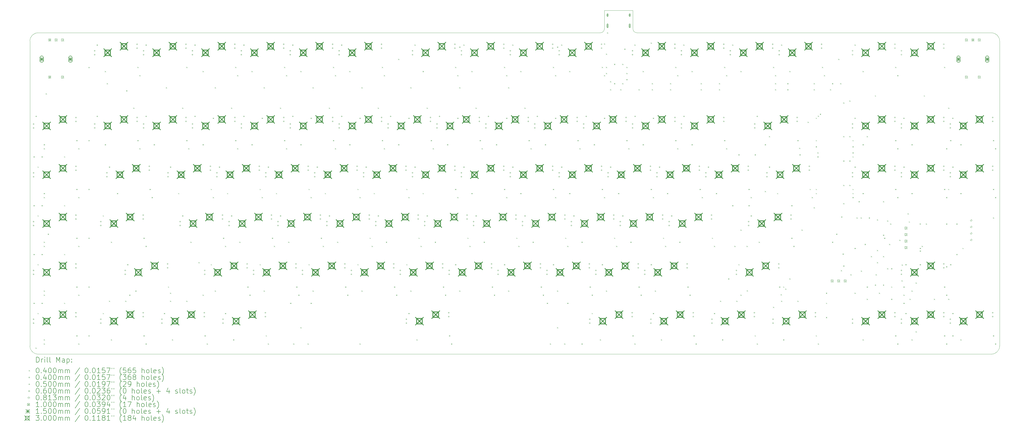
<source format=gbr>
%FSLAX45Y45*%
G04 Gerber Fmt 4.5, Leading zero omitted, Abs format (unit mm)*
G04 Created by KiCad (PCBNEW (6.0.0)) date 2022-02-20 21:11:13*
%MOMM*%
%LPD*%
G01*
G04 APERTURE LIST*
%TA.AperFunction,Profile*%
%ADD10C,0.100000*%
%TD*%
%ADD11C,0.200000*%
%ADD12C,0.040000*%
%ADD13C,0.050000*%
%ADD14C,0.060000*%
%ADD15C,0.081280*%
%ADD16C,0.100000*%
%ADD17C,0.150000*%
%ADD18C,0.300000*%
G04 APERTURE END LIST*
D10*
X39764370Y-9048180D02*
X39764370Y-20953680D01*
X1984250Y-20953680D02*
X1984250Y-9048180D01*
X2301730Y-8730700D02*
X24207850Y-8730700D01*
X25636510Y-8730700D02*
X39446890Y-8730700D01*
X2301730Y-21271160D02*
X39446890Y-21271160D01*
X25477770Y-8571960D02*
G75*
G03*
X25636510Y-8730700I158740J0D01*
G01*
X39764370Y-9048180D02*
G75*
G03*
X39446890Y-8730700I-317480J0D01*
G01*
X2301730Y-8730700D02*
G75*
G03*
X1984250Y-9048180I0J-317480D01*
G01*
X39446890Y-21271160D02*
G75*
G03*
X39764370Y-20953680I0J317480D01*
G01*
X1984250Y-20953680D02*
G75*
G03*
X2301730Y-21271160I317480J0D01*
G01*
X24366590Y-7857630D02*
X24366590Y-8571960D01*
X25477770Y-7857630D02*
X25477770Y-8571960D01*
X24207850Y-8730700D02*
G75*
G03*
X24366590Y-8571960I0J158740D01*
G01*
X25477770Y-7857630D02*
X24366590Y-7857630D01*
D11*
D12*
X2122990Y-13552269D02*
X2162990Y-13592269D01*
X2162990Y-13552269D02*
X2122990Y-13592269D01*
X2122990Y-15457149D02*
X2162990Y-15497149D01*
X2162990Y-15457149D02*
X2122990Y-15497149D01*
X2122990Y-17362029D02*
X2162990Y-17402029D01*
X2162990Y-17362029D02*
X2122990Y-17402029D01*
X2122990Y-19266910D02*
X2162990Y-19306910D01*
X2162990Y-19266910D02*
X2122990Y-19306910D01*
X2202360Y-21013050D02*
X2242360Y-21053050D01*
X2242360Y-21013050D02*
X2202360Y-21053050D01*
X2281730Y-13949119D02*
X2321730Y-13989119D01*
X2321730Y-13949119D02*
X2281730Y-13989119D01*
X2281730Y-15853999D02*
X2321730Y-15893999D01*
X2321730Y-15853999D02*
X2281730Y-15893999D01*
X2281730Y-17758879D02*
X2321730Y-17798879D01*
X2321730Y-17758879D02*
X2281730Y-17798879D01*
X2281730Y-19663759D02*
X2321730Y-19703759D01*
X2321730Y-19663759D02*
X2281730Y-19703759D01*
X2440470Y-13552270D02*
X2480470Y-13592270D01*
X2480470Y-13552270D02*
X2440470Y-13592270D01*
X2440470Y-15457150D02*
X2480470Y-15497150D01*
X2480470Y-15457150D02*
X2440470Y-15497150D01*
X2440470Y-17362030D02*
X2480470Y-17402030D01*
X2480470Y-17362030D02*
X2440470Y-17402030D01*
X2440470Y-19266910D02*
X2480470Y-19306910D01*
X2480470Y-19266910D02*
X2440470Y-19306910D01*
X2519840Y-13076049D02*
X2559840Y-13116049D01*
X2559840Y-13076049D02*
X2519840Y-13116049D01*
X2519840Y-13234789D02*
X2559840Y-13274789D01*
X2559840Y-13234789D02*
X2519840Y-13274789D01*
X2519840Y-14980929D02*
X2559840Y-15020929D01*
X2559840Y-14980929D02*
X2519840Y-15020929D01*
X2519840Y-15139669D02*
X2559840Y-15179669D01*
X2559840Y-15139669D02*
X2519840Y-15179669D01*
X2519840Y-16885809D02*
X2559840Y-16925809D01*
X2559840Y-16885809D02*
X2519840Y-16925809D01*
X2519840Y-17044550D02*
X2559840Y-17084550D01*
X2559840Y-17044550D02*
X2519840Y-17084550D01*
X2519840Y-18790689D02*
X2559840Y-18830689D01*
X2559840Y-18790689D02*
X2519840Y-18830689D01*
X2519840Y-18949430D02*
X2559840Y-18989430D01*
X2559840Y-18949430D02*
X2519840Y-18989430D01*
X2519840Y-20695569D02*
X2559840Y-20735569D01*
X2559840Y-20695569D02*
X2519840Y-20735569D01*
X2519840Y-20854310D02*
X2559840Y-20894310D01*
X2559840Y-20854310D02*
X2519840Y-20894310D01*
X2599210Y-11091799D02*
X2639210Y-11131799D01*
X2639210Y-11091799D02*
X2599210Y-11131799D01*
X2678580Y-16568330D02*
X2718580Y-16608330D01*
X2718580Y-16568330D02*
X2678580Y-16608330D01*
X3313540Y-13552269D02*
X3353540Y-13592269D01*
X3353540Y-13552269D02*
X3313540Y-13592269D01*
X3313540Y-15457150D02*
X3353540Y-15497150D01*
X3353540Y-15457150D02*
X3313540Y-15497150D01*
X3313540Y-17362030D02*
X3353540Y-17402030D01*
X3353540Y-17362030D02*
X3313540Y-17402030D01*
X3313540Y-19266910D02*
X3353540Y-19306910D01*
X3353540Y-19266910D02*
X3313540Y-19306910D01*
X3789760Y-12917310D02*
X3829760Y-12957310D01*
X3829760Y-12917310D02*
X3789760Y-12957310D01*
X3789760Y-14822190D02*
X3829760Y-14862190D01*
X3829760Y-14822190D02*
X3789760Y-14862190D01*
X3789760Y-16727070D02*
X3829760Y-16767070D01*
X3829760Y-16727070D02*
X3789760Y-16767070D01*
X3789760Y-18631950D02*
X3829760Y-18671950D01*
X3829760Y-18631950D02*
X3789760Y-18671950D01*
X3789760Y-20536830D02*
X3829760Y-20576830D01*
X3829760Y-20536830D02*
X3789760Y-20576830D01*
X3869130Y-13234789D02*
X3909130Y-13274789D01*
X3909130Y-13234789D02*
X3869130Y-13274789D01*
X3869130Y-15139669D02*
X3909130Y-15179669D01*
X3909130Y-15139669D02*
X3869130Y-15179669D01*
X3869130Y-17044549D02*
X3909130Y-17084549D01*
X3909130Y-17044549D02*
X3869130Y-17084549D01*
X3869130Y-18949429D02*
X3909130Y-18989429D01*
X3909130Y-18949429D02*
X3869130Y-18989429D01*
X3869130Y-20854309D02*
X3909130Y-20894309D01*
X3909130Y-20854309D02*
X3869130Y-20894309D01*
X4583460Y-9186920D02*
X4623460Y-9226920D01*
X4623460Y-9186920D02*
X4583460Y-9226920D01*
X4821570Y-15854000D02*
X4861570Y-15894000D01*
X4861570Y-15854000D02*
X4821570Y-15894000D01*
X4821570Y-19663760D02*
X4861570Y-19703760D01*
X4861570Y-19663760D02*
X4821570Y-19703760D01*
X4900940Y-10218729D02*
X4940940Y-10258729D01*
X4940940Y-10218729D02*
X4900940Y-10258729D01*
X4900940Y-13076049D02*
X4940940Y-13116049D01*
X4940940Y-13076049D02*
X4900940Y-13116049D01*
X4980310Y-10694950D02*
X5020310Y-10734950D01*
X5020310Y-10694950D02*
X4980310Y-10734950D01*
X5059680Y-13949120D02*
X5099680Y-13989120D01*
X5099680Y-13949120D02*
X5059680Y-13989120D01*
X5059680Y-19187540D02*
X5099680Y-19227540D01*
X5099680Y-19187540D02*
X5059680Y-19227540D01*
X5139050Y-16885809D02*
X5179050Y-16925809D01*
X5179050Y-16885809D02*
X5139050Y-16925809D01*
X5139050Y-20695569D02*
X5179050Y-20735569D01*
X5179050Y-20695569D02*
X5139050Y-20735569D01*
X5377160Y-14980929D02*
X5417160Y-15020929D01*
X5417160Y-14980929D02*
X5377160Y-15020929D01*
X5694640Y-19187540D02*
X5734640Y-19227540D01*
X5734640Y-19187540D02*
X5694640Y-19227540D01*
X5734325Y-10972744D02*
X5774325Y-11012744D01*
X5774325Y-10972744D02*
X5734325Y-11012744D01*
X5774010Y-17758880D02*
X5814010Y-17798880D01*
X5814010Y-17758880D02*
X5774010Y-17798880D01*
X5853380Y-18949430D02*
X5893380Y-18989430D01*
X5893380Y-18949430D02*
X5853380Y-18989430D01*
X6012120Y-11647390D02*
X6052120Y-11687390D01*
X6052120Y-11647390D02*
X6012120Y-11687390D01*
X6091490Y-18790689D02*
X6131490Y-18830689D01*
X6131490Y-18790689D02*
X6091490Y-18830689D01*
X6170860Y-10059990D02*
X6210860Y-10099990D01*
X6210860Y-10059990D02*
X6170860Y-10099990D01*
X6170860Y-12917310D02*
X6210860Y-12957310D01*
X6210860Y-12917310D02*
X6170860Y-12957310D01*
X6250230Y-10377469D02*
X6290230Y-10417469D01*
X6290230Y-10377469D02*
X6250230Y-10417469D01*
X6250230Y-13234789D02*
X6290230Y-13274789D01*
X6290230Y-13234789D02*
X6250230Y-13274789D01*
X6408970Y-16727070D02*
X6448970Y-16767070D01*
X6448970Y-16727070D02*
X6408970Y-16767070D01*
X6408970Y-20536830D02*
X6448970Y-20576830D01*
X6448970Y-20536830D02*
X6408970Y-20576830D01*
X6488340Y-9186920D02*
X6528340Y-9226920D01*
X6528340Y-9186920D02*
X6488340Y-9226920D01*
X6488340Y-17044549D02*
X6528340Y-17084549D01*
X6528340Y-17044549D02*
X6488340Y-17084549D01*
X6488340Y-20854309D02*
X6528340Y-20894309D01*
X6528340Y-20854309D02*
X6488340Y-20894309D01*
X6647080Y-14822190D02*
X6687080Y-14862190D01*
X6687080Y-14822190D02*
X6647080Y-14862190D01*
X6726450Y-15139669D02*
X6766450Y-15179669D01*
X6766450Y-15139669D02*
X6726450Y-15179669D01*
X6805820Y-13076049D02*
X6845820Y-13116049D01*
X6845820Y-13076049D02*
X6805820Y-13116049D01*
X7202670Y-19663760D02*
X7242670Y-19703760D01*
X7242670Y-19663760D02*
X7202670Y-19703760D01*
X7282040Y-10853690D02*
X7322040Y-10893690D01*
X7322040Y-10853690D02*
X7282040Y-10893690D01*
X7361410Y-18631950D02*
X7401410Y-18671950D01*
X7401410Y-18631950D02*
X7361410Y-18671950D01*
X7440780Y-13949120D02*
X7480780Y-13989120D01*
X7480780Y-13949120D02*
X7440780Y-13989120D01*
X7440780Y-18872510D02*
X7480780Y-18912510D01*
X7480780Y-18872510D02*
X7440780Y-18912510D01*
X7440780Y-19187540D02*
X7480780Y-19227540D01*
X7480780Y-19187540D02*
X7440780Y-19227540D01*
X7520150Y-20695569D02*
X7560150Y-20735569D01*
X7560150Y-20695569D02*
X7520150Y-20735569D01*
X7758260Y-14980929D02*
X7798260Y-15020929D01*
X7798260Y-14980929D02*
X7758260Y-15020929D01*
X7917000Y-11647390D02*
X7957000Y-11687390D01*
X7957000Y-11647390D02*
X7917000Y-11687390D01*
X7917000Y-15854000D02*
X7957000Y-15894000D01*
X7957000Y-15854000D02*
X7917000Y-15894000D01*
X8075740Y-10059990D02*
X8115740Y-10099990D01*
X8115740Y-10059990D02*
X8075740Y-10099990D01*
X8075740Y-12917310D02*
X8115740Y-12957310D01*
X8115740Y-12917310D02*
X8075740Y-12957310D01*
X8075740Y-19187540D02*
X8115740Y-19227540D01*
X8115740Y-19187540D02*
X8075740Y-19227540D01*
X8155110Y-13234789D02*
X8195110Y-13274789D01*
X8195110Y-13234789D02*
X8155110Y-13274789D01*
X8234480Y-16885809D02*
X8274480Y-16925809D01*
X8274480Y-16885809D02*
X8234480Y-16925809D01*
X8393220Y-9186920D02*
X8433220Y-9226920D01*
X8433220Y-9186920D02*
X8393220Y-9226920D01*
X8551960Y-17679510D02*
X8591960Y-17719510D01*
X8591960Y-17679510D02*
X8551960Y-17719510D01*
X8710700Y-10218729D02*
X8750700Y-10258729D01*
X8750700Y-10218729D02*
X8710700Y-10258729D01*
X8710700Y-13076049D02*
X8750700Y-13116049D01*
X8750700Y-13076049D02*
X8710700Y-13116049D01*
X8710700Y-18949430D02*
X8750700Y-18989430D01*
X8750700Y-18949430D02*
X8710700Y-18989430D01*
X8790070Y-20536830D02*
X8830070Y-20576830D01*
X8830070Y-20536830D02*
X8790070Y-20576830D01*
X8869440Y-20854309D02*
X8909440Y-20894309D01*
X8909440Y-20854309D02*
X8869440Y-20894309D01*
X9028180Y-14822190D02*
X9068180Y-14862190D01*
X9068180Y-14822190D02*
X9028180Y-14862190D01*
X9028180Y-17758880D02*
X9068180Y-17798880D01*
X9068180Y-17758880D02*
X9028180Y-17798880D01*
X9107550Y-12044240D02*
X9147550Y-12084240D01*
X9147550Y-12044240D02*
X9107550Y-12084240D01*
X9107550Y-15139669D02*
X9147550Y-15179669D01*
X9147550Y-15139669D02*
X9107550Y-15179669D01*
X9186920Y-10853690D02*
X9226920Y-10893690D01*
X9226920Y-10853690D02*
X9186920Y-10893690D01*
X9186920Y-18790689D02*
X9226920Y-18830689D01*
X9226920Y-18790689D02*
X9186920Y-18830689D01*
X9345660Y-13949120D02*
X9385660Y-13989120D01*
X9385660Y-13949120D02*
X9345660Y-13989120D01*
X9504400Y-16727070D02*
X9544400Y-16767070D01*
X9544400Y-16727070D02*
X9504400Y-16767070D01*
X9583770Y-17044549D02*
X9623770Y-17084549D01*
X9623770Y-17044549D02*
X9583770Y-17084549D01*
X9583770Y-19663760D02*
X9623770Y-19703760D01*
X9623770Y-19663760D02*
X9583770Y-19703760D01*
X9663140Y-14980929D02*
X9703140Y-15020929D01*
X9703140Y-14980929D02*
X9663140Y-15020929D01*
X9821880Y-11647390D02*
X9861880Y-11687390D01*
X9861880Y-11647390D02*
X9821880Y-11687390D01*
X9821880Y-15854000D02*
X9861880Y-15894000D01*
X9861880Y-15854000D02*
X9821880Y-15894000D01*
X9901250Y-20695569D02*
X9941250Y-20735569D01*
X9941250Y-20695569D02*
X9901250Y-20735569D01*
X9980620Y-10059990D02*
X10020620Y-10099990D01*
X10020620Y-10059990D02*
X9980620Y-10099990D01*
X9980620Y-12917310D02*
X10020620Y-12957310D01*
X10020620Y-12917310D02*
X9980620Y-12957310D01*
X10059990Y-10377469D02*
X10099990Y-10417469D01*
X10099990Y-10377469D02*
X10059990Y-10417469D01*
X10059990Y-13234789D02*
X10099990Y-13274789D01*
X10099990Y-13234789D02*
X10059990Y-13274789D01*
X10139360Y-16885809D02*
X10179360Y-16925809D01*
X10179360Y-16885809D02*
X10139360Y-16925809D01*
X10298100Y-9186920D02*
X10338100Y-9226920D01*
X10338100Y-9186920D02*
X10298100Y-9226920D01*
X10456840Y-18631950D02*
X10496840Y-18671950D01*
X10496840Y-18631950D02*
X10456840Y-18671950D01*
X10536210Y-18949429D02*
X10576210Y-18989429D01*
X10576210Y-18949429D02*
X10536210Y-18989429D01*
X10615580Y-10218729D02*
X10655580Y-10258729D01*
X10655580Y-10218729D02*
X10615580Y-10258729D01*
X10615580Y-13076049D02*
X10655580Y-13116049D01*
X10655580Y-13076049D02*
X10615580Y-13116049D01*
X10933060Y-14822190D02*
X10973060Y-14862190D01*
X10973060Y-14822190D02*
X10933060Y-14862190D01*
X10933060Y-17758880D02*
X10973060Y-17798880D01*
X10973060Y-17758880D02*
X10933060Y-17798880D01*
X11012430Y-12044240D02*
X11052430Y-12084240D01*
X11052430Y-12044240D02*
X11012430Y-12084240D01*
X11012430Y-15139669D02*
X11052430Y-15179669D01*
X11052430Y-15139669D02*
X11012430Y-15179669D01*
X11091800Y-10853690D02*
X11131800Y-10893690D01*
X11131800Y-10853690D02*
X11091800Y-10893690D01*
X11091800Y-18790689D02*
X11131800Y-18830689D01*
X11131800Y-18790689D02*
X11091800Y-18830689D01*
X11171170Y-20536830D02*
X11211170Y-20576830D01*
X11211170Y-20536830D02*
X11171170Y-20576830D01*
X11250540Y-13949120D02*
X11290540Y-13989120D01*
X11290540Y-13949120D02*
X11250540Y-13989120D01*
X11250540Y-20854309D02*
X11290540Y-20894309D01*
X11290540Y-20854309D02*
X11250540Y-20894309D01*
X11409280Y-16727070D02*
X11449280Y-16767070D01*
X11449280Y-16727070D02*
X11409280Y-16767070D01*
X11488650Y-17044549D02*
X11528650Y-17084549D01*
X11528650Y-17044549D02*
X11488650Y-17084549D01*
X11568020Y-14980929D02*
X11608020Y-15020929D01*
X11608020Y-14980929D02*
X11568020Y-15020929D01*
X11726760Y-11647390D02*
X11766760Y-11687390D01*
X11766760Y-11647390D02*
X11726760Y-11687390D01*
X11726760Y-15854000D02*
X11766760Y-15894000D01*
X11766760Y-15854000D02*
X11726760Y-15894000D01*
X11885500Y-10059990D02*
X11925500Y-10099990D01*
X11925500Y-10059990D02*
X11885500Y-10099990D01*
X11885500Y-12917310D02*
X11925500Y-12957310D01*
X11925500Y-12917310D02*
X11885500Y-12957310D01*
X11964870Y-10377469D02*
X12004870Y-10417469D01*
X12004870Y-10377469D02*
X11964870Y-10417469D01*
X11964870Y-13234789D02*
X12004870Y-13274789D01*
X12004870Y-13234789D02*
X11964870Y-13274789D01*
X12044240Y-16885809D02*
X12084240Y-16925809D01*
X12084240Y-16885809D02*
X12044240Y-16925809D01*
X12123610Y-19266910D02*
X12163610Y-19306910D01*
X12163610Y-19266910D02*
X12123610Y-19306910D01*
X12202980Y-9186920D02*
X12242980Y-9226920D01*
X12242980Y-9186920D02*
X12202980Y-9226920D01*
X12242665Y-20854310D02*
X12282665Y-20894310D01*
X12282665Y-20854310D02*
X12242665Y-20894310D01*
X12361720Y-18631950D02*
X12401720Y-18671950D01*
X12401720Y-18631950D02*
X12361720Y-18671950D01*
X12441090Y-18949429D02*
X12481090Y-18989429D01*
X12481090Y-18949429D02*
X12441090Y-18989429D01*
X12520460Y-10218729D02*
X12560460Y-10258729D01*
X12560460Y-10218729D02*
X12520460Y-10258729D01*
X12520460Y-13076049D02*
X12560460Y-13116049D01*
X12560460Y-13076049D02*
X12520460Y-13116049D01*
X12520460Y-20219350D02*
X12560460Y-20259350D01*
X12560460Y-20219350D02*
X12520460Y-20259350D01*
X12798255Y-20854310D02*
X12838255Y-20894310D01*
X12838255Y-20854310D02*
X12798255Y-20894310D01*
X12837940Y-14822190D02*
X12877940Y-14862190D01*
X12877940Y-14822190D02*
X12837940Y-14862190D01*
X12837940Y-17758880D02*
X12877940Y-17798880D01*
X12877940Y-17758880D02*
X12837940Y-17798880D01*
X12917310Y-12044240D02*
X12957310Y-12084240D01*
X12957310Y-12044240D02*
X12917310Y-12084240D01*
X12917310Y-15139669D02*
X12957310Y-15179669D01*
X12957310Y-15139669D02*
X12917310Y-15179669D01*
X12917310Y-19266910D02*
X12957310Y-19306910D01*
X12957310Y-19266910D02*
X12917310Y-19306910D01*
X12996680Y-10853690D02*
X13036680Y-10893690D01*
X13036680Y-10853690D02*
X12996680Y-10893690D01*
X12996680Y-18790689D02*
X13036680Y-18830689D01*
X13036680Y-18790689D02*
X12996680Y-18830689D01*
X13155420Y-13949120D02*
X13195420Y-13989120D01*
X13195420Y-13949120D02*
X13155420Y-13989120D01*
X13314160Y-16727070D02*
X13354160Y-16767070D01*
X13354160Y-16727070D02*
X13314160Y-16767070D01*
X13393530Y-17044549D02*
X13433530Y-17084549D01*
X13433530Y-17044549D02*
X13393530Y-17084549D01*
X13472900Y-14980929D02*
X13512900Y-15020929D01*
X13512900Y-14980929D02*
X13472900Y-15020929D01*
X13631640Y-11647390D02*
X13671640Y-11687390D01*
X13671640Y-11647390D02*
X13631640Y-11687390D01*
X13631640Y-15854000D02*
X13671640Y-15894000D01*
X13671640Y-15854000D02*
X13631640Y-15894000D01*
X13790380Y-10059990D02*
X13830380Y-10099990D01*
X13830380Y-10059990D02*
X13790380Y-10099990D01*
X13790380Y-12917310D02*
X13830380Y-12957310D01*
X13830380Y-12917310D02*
X13790380Y-12957310D01*
X13869750Y-10377469D02*
X13909750Y-10417469D01*
X13909750Y-10377469D02*
X13869750Y-10417469D01*
X13869750Y-13234789D02*
X13909750Y-13274789D01*
X13909750Y-13234789D02*
X13869750Y-13274789D01*
X13949120Y-16885809D02*
X13989120Y-16925809D01*
X13989120Y-16885809D02*
X13949120Y-16925809D01*
X14107860Y-9186920D02*
X14147860Y-9226920D01*
X14147860Y-9186920D02*
X14107860Y-9226920D01*
X14266600Y-18631950D02*
X14306600Y-18671950D01*
X14306600Y-18631950D02*
X14266600Y-18671950D01*
X14345970Y-18949429D02*
X14385970Y-18989429D01*
X14385970Y-18949429D02*
X14345970Y-18989429D01*
X14425340Y-10218729D02*
X14465340Y-10258729D01*
X14465340Y-10218729D02*
X14425340Y-10258729D01*
X14425340Y-13076049D02*
X14465340Y-13116049D01*
X14465340Y-13076049D02*
X14425340Y-13116049D01*
X14742820Y-14822190D02*
X14782820Y-14862190D01*
X14782820Y-14822190D02*
X14742820Y-14862190D01*
X14742820Y-17758880D02*
X14782820Y-17798880D01*
X14782820Y-17758880D02*
X14742820Y-17798880D01*
X14822190Y-12044240D02*
X14862190Y-12084240D01*
X14862190Y-12044240D02*
X14822190Y-12084240D01*
X14822190Y-15139669D02*
X14862190Y-15179669D01*
X14862190Y-15139669D02*
X14822190Y-15179669D01*
X14822190Y-20854310D02*
X14862190Y-20894310D01*
X14862190Y-20854310D02*
X14822190Y-20894310D01*
X14901560Y-10853690D02*
X14941560Y-10893690D01*
X14941560Y-10853690D02*
X14901560Y-10893690D01*
X14901560Y-18790689D02*
X14941560Y-18830689D01*
X14941560Y-18790689D02*
X14901560Y-18830689D01*
X15060300Y-13949120D02*
X15100300Y-13989120D01*
X15100300Y-13949120D02*
X15060300Y-13989120D01*
X15219040Y-16727070D02*
X15259040Y-16767070D01*
X15259040Y-16727070D02*
X15219040Y-16767070D01*
X15298410Y-17044549D02*
X15338410Y-17084549D01*
X15338410Y-17044549D02*
X15298410Y-17084549D01*
X15377780Y-14980929D02*
X15417780Y-15020929D01*
X15417780Y-14980929D02*
X15377780Y-15020929D01*
X15536520Y-11647390D02*
X15576520Y-11687390D01*
X15576520Y-11647390D02*
X15536520Y-11687390D01*
X15536520Y-15854000D02*
X15576520Y-15894000D01*
X15576520Y-15854000D02*
X15536520Y-15894000D01*
X15695260Y-10059990D02*
X15735260Y-10099990D01*
X15735260Y-10059990D02*
X15695260Y-10099990D01*
X15695260Y-12917310D02*
X15735260Y-12957310D01*
X15735260Y-12917310D02*
X15695260Y-12957310D01*
X15774630Y-10377469D02*
X15814630Y-10417469D01*
X15814630Y-10377469D02*
X15774630Y-10417469D01*
X15774630Y-13234789D02*
X15814630Y-13274789D01*
X15814630Y-13234789D02*
X15774630Y-13274789D01*
X15854000Y-16885809D02*
X15894000Y-16925809D01*
X15894000Y-16885809D02*
X15854000Y-16925809D01*
X16171480Y-18631950D02*
X16211480Y-18671950D01*
X16211480Y-18631950D02*
X16171480Y-18671950D01*
X16250850Y-18949430D02*
X16290850Y-18989430D01*
X16290850Y-18949430D02*
X16250850Y-18989430D01*
X16330220Y-9742510D02*
X16370220Y-9782510D01*
X16370220Y-9742510D02*
X16330220Y-9782510D01*
X16330220Y-13076049D02*
X16370220Y-13116049D01*
X16370220Y-13076049D02*
X16330220Y-13116049D01*
X16647700Y-14822190D02*
X16687700Y-14862190D01*
X16687700Y-14822190D02*
X16647700Y-14862190D01*
X16647700Y-17758880D02*
X16687700Y-17798880D01*
X16687700Y-17758880D02*
X16647700Y-17798880D01*
X16727070Y-12044240D02*
X16767070Y-12084240D01*
X16767070Y-12044240D02*
X16727070Y-12084240D01*
X16727070Y-15139669D02*
X16767070Y-15179669D01*
X16767070Y-15139669D02*
X16727070Y-15179669D01*
X16727070Y-19663760D02*
X16767070Y-19703760D01*
X16767070Y-19663760D02*
X16727070Y-19703760D01*
X16806440Y-10853690D02*
X16846440Y-10893690D01*
X16846440Y-10853690D02*
X16806440Y-10893690D01*
X16806440Y-18790689D02*
X16846440Y-18830689D01*
X16846440Y-18790689D02*
X16806440Y-18830689D01*
X16965180Y-9186920D02*
X17005180Y-9226920D01*
X17005180Y-9186920D02*
X16965180Y-9226920D01*
X16965180Y-13949120D02*
X17005180Y-13989120D01*
X17005180Y-13949120D02*
X16965180Y-13989120D01*
X17044550Y-20695569D02*
X17084550Y-20735569D01*
X17084550Y-20695569D02*
X17044550Y-20735569D01*
X17123920Y-16727070D02*
X17163920Y-16767070D01*
X17163920Y-16727070D02*
X17123920Y-16767070D01*
X17203290Y-17044549D02*
X17243290Y-17084549D01*
X17243290Y-17044549D02*
X17203290Y-17084549D01*
X17282660Y-10218729D02*
X17322660Y-10258729D01*
X17322660Y-10218729D02*
X17282660Y-10258729D01*
X17282660Y-14980929D02*
X17322660Y-15020929D01*
X17322660Y-14980929D02*
X17282660Y-15020929D01*
X17441400Y-11647390D02*
X17481400Y-11687390D01*
X17481400Y-11647390D02*
X17441400Y-11687390D01*
X17441400Y-15854000D02*
X17481400Y-15894000D01*
X17481400Y-15854000D02*
X17441400Y-15894000D01*
X17600140Y-12917310D02*
X17640140Y-12957310D01*
X17640140Y-12917310D02*
X17600140Y-12957310D01*
X17679510Y-13234789D02*
X17719510Y-13274789D01*
X17719510Y-13234789D02*
X17679510Y-13274789D01*
X17758880Y-16885809D02*
X17798880Y-16925809D01*
X17798880Y-16885809D02*
X17758880Y-16925809D01*
X18076360Y-18631950D02*
X18116360Y-18671950D01*
X18116360Y-18631950D02*
X18076360Y-18671950D01*
X18155730Y-18949429D02*
X18195730Y-18989429D01*
X18195730Y-18949429D02*
X18155730Y-18989429D01*
X18235100Y-13076049D02*
X18275100Y-13116049D01*
X18275100Y-13076049D02*
X18235100Y-13116049D01*
X18314470Y-20536830D02*
X18354470Y-20576830D01*
X18354470Y-20536830D02*
X18314470Y-20576830D01*
X18393840Y-20854309D02*
X18433840Y-20894309D01*
X18433840Y-20854309D02*
X18393840Y-20894309D01*
X18552580Y-10059990D02*
X18592580Y-10099990D01*
X18592580Y-10059990D02*
X18552580Y-10099990D01*
X18552580Y-14822190D02*
X18592580Y-14862190D01*
X18592580Y-14822190D02*
X18552580Y-14862190D01*
X18552580Y-17758880D02*
X18592580Y-17798880D01*
X18592580Y-17758880D02*
X18552580Y-17798880D01*
X18631950Y-10377469D02*
X18671950Y-10417469D01*
X18671950Y-10377469D02*
X18631950Y-10417469D01*
X18631950Y-12044240D02*
X18671950Y-12084240D01*
X18671950Y-12044240D02*
X18631950Y-12084240D01*
X18631950Y-15139669D02*
X18671950Y-15179669D01*
X18671950Y-15139669D02*
X18631950Y-15179669D01*
X18711320Y-9266290D02*
X18751320Y-9306290D01*
X18751320Y-9266290D02*
X18711320Y-9306290D01*
X18711320Y-10853690D02*
X18751320Y-10893690D01*
X18751320Y-10853690D02*
X18711320Y-10893690D01*
X18711320Y-18790689D02*
X18751320Y-18830689D01*
X18751320Y-18790689D02*
X18711320Y-18830689D01*
X18870060Y-9186920D02*
X18910060Y-9226920D01*
X18910060Y-9186920D02*
X18870060Y-9226920D01*
X18870060Y-13949120D02*
X18910060Y-13989120D01*
X18910060Y-13949120D02*
X18870060Y-13989120D01*
X19028800Y-16727070D02*
X19068800Y-16767070D01*
X19068800Y-16727070D02*
X19028800Y-16767070D01*
X19108170Y-17044549D02*
X19148170Y-17084549D01*
X19148170Y-17044549D02*
X19108170Y-17084549D01*
X19187540Y-10218729D02*
X19227540Y-10258729D01*
X19227540Y-10218729D02*
X19187540Y-10258729D01*
X19187540Y-14980929D02*
X19227540Y-15020929D01*
X19227540Y-14980929D02*
X19187540Y-15020929D01*
X19346280Y-11647390D02*
X19386280Y-11687390D01*
X19386280Y-11647390D02*
X19346280Y-11687390D01*
X19346280Y-15854000D02*
X19386280Y-15894000D01*
X19386280Y-15854000D02*
X19346280Y-15894000D01*
X19505020Y-12917310D02*
X19545020Y-12957310D01*
X19545020Y-12917310D02*
X19505020Y-12957310D01*
X19584390Y-13234789D02*
X19624390Y-13274789D01*
X19624390Y-13234789D02*
X19584390Y-13274789D01*
X19663760Y-16885809D02*
X19703760Y-16925809D01*
X19703760Y-16885809D02*
X19663760Y-16925809D01*
X19981240Y-18631950D02*
X20021240Y-18671950D01*
X20021240Y-18631950D02*
X19981240Y-18671950D01*
X20060610Y-18949429D02*
X20100610Y-18989429D01*
X20100610Y-18949429D02*
X20060610Y-18989429D01*
X20139980Y-13076049D02*
X20179980Y-13116049D01*
X20179980Y-13076049D02*
X20139980Y-13116049D01*
X20457460Y-10059990D02*
X20497460Y-10099990D01*
X20497460Y-10059990D02*
X20457460Y-10099990D01*
X20457460Y-14822190D02*
X20497460Y-14862190D01*
X20497460Y-14822190D02*
X20457460Y-14862190D01*
X20457460Y-17758880D02*
X20497460Y-17798880D01*
X20497460Y-17758880D02*
X20457460Y-17798880D01*
X20536830Y-10377469D02*
X20576830Y-10417469D01*
X20576830Y-10377469D02*
X20536830Y-10417469D01*
X20536830Y-12044240D02*
X20576830Y-12084240D01*
X20576830Y-12044240D02*
X20536830Y-12084240D01*
X20536830Y-15139669D02*
X20576830Y-15179669D01*
X20576830Y-15139669D02*
X20536830Y-15179669D01*
X20616200Y-10853690D02*
X20656200Y-10893690D01*
X20656200Y-10853690D02*
X20616200Y-10893690D01*
X20616200Y-18790689D02*
X20656200Y-18830689D01*
X20656200Y-18790689D02*
X20616200Y-18830689D01*
X20774940Y-9186920D02*
X20814940Y-9226920D01*
X20814940Y-9186920D02*
X20774940Y-9226920D01*
X20774940Y-13949120D02*
X20814940Y-13989120D01*
X20814940Y-13949120D02*
X20774940Y-13989120D01*
X20933680Y-16727070D02*
X20973680Y-16767070D01*
X20973680Y-16727070D02*
X20933680Y-16767070D01*
X21013050Y-17044549D02*
X21053050Y-17084549D01*
X21053050Y-17044549D02*
X21013050Y-17084549D01*
X21092420Y-10218729D02*
X21132420Y-10258729D01*
X21132420Y-10218729D02*
X21092420Y-10258729D01*
X21092420Y-14980929D02*
X21132420Y-15020929D01*
X21132420Y-14980929D02*
X21092420Y-15020929D01*
X21251160Y-11647390D02*
X21291160Y-11687390D01*
X21291160Y-11647390D02*
X21251160Y-11687390D01*
X21251160Y-15854000D02*
X21291160Y-15894000D01*
X21291160Y-15854000D02*
X21251160Y-15894000D01*
X21409900Y-12917310D02*
X21449900Y-12957310D01*
X21449900Y-12917310D02*
X21409900Y-12957310D01*
X21489270Y-13234789D02*
X21529270Y-13274789D01*
X21529270Y-13234789D02*
X21489270Y-13274789D01*
X21568640Y-16885809D02*
X21608640Y-16925809D01*
X21608640Y-16885809D02*
X21568640Y-16925809D01*
X21886120Y-18631950D02*
X21926120Y-18671950D01*
X21926120Y-18631950D02*
X21886120Y-18671950D01*
X21965490Y-18949429D02*
X22005490Y-18989429D01*
X22005490Y-18949429D02*
X21965490Y-18989429D01*
X22044860Y-13076049D02*
X22084860Y-13116049D01*
X22084860Y-13076049D02*
X22044860Y-13116049D01*
X22124230Y-19266910D02*
X22164230Y-19306910D01*
X22164230Y-19266910D02*
X22124230Y-19306910D01*
X22243285Y-20854310D02*
X22283285Y-20894310D01*
X22283285Y-20854310D02*
X22243285Y-20894310D01*
X22362340Y-10059990D02*
X22402340Y-10099990D01*
X22402340Y-10059990D02*
X22362340Y-10099990D01*
X22362340Y-14822190D02*
X22402340Y-14862190D01*
X22402340Y-14822190D02*
X22362340Y-14862190D01*
X22362340Y-17758880D02*
X22402340Y-17798880D01*
X22402340Y-17758880D02*
X22362340Y-17798880D01*
X22441710Y-10377469D02*
X22481710Y-10417469D01*
X22481710Y-10377469D02*
X22441710Y-10417469D01*
X22441710Y-12044240D02*
X22481710Y-12084240D01*
X22481710Y-12044240D02*
X22441710Y-12084240D01*
X22441710Y-15139669D02*
X22481710Y-15179669D01*
X22481710Y-15139669D02*
X22441710Y-15179669D01*
X22521080Y-9266290D02*
X22561080Y-9306290D01*
X22561080Y-9266290D02*
X22521080Y-9306290D01*
X22521080Y-18790689D02*
X22561080Y-18830689D01*
X22561080Y-18790689D02*
X22521080Y-18830689D01*
X22521080Y-20219350D02*
X22561080Y-20259350D01*
X22561080Y-20219350D02*
X22521080Y-20259350D01*
X22679820Y-9186920D02*
X22719820Y-9226920D01*
X22719820Y-9186920D02*
X22679820Y-9226920D01*
X22679820Y-13949120D02*
X22719820Y-13989120D01*
X22719820Y-13949120D02*
X22679820Y-13989120D01*
X22798875Y-20854310D02*
X22838875Y-20894310D01*
X22838875Y-20854310D02*
X22798875Y-20894310D01*
X22838560Y-16727070D02*
X22878560Y-16767070D01*
X22878560Y-16727070D02*
X22838560Y-16767070D01*
X22917930Y-17044549D02*
X22957930Y-17084549D01*
X22957930Y-17044549D02*
X22917930Y-17084549D01*
X22917930Y-19266910D02*
X22957930Y-19306910D01*
X22957930Y-19266910D02*
X22917930Y-19306910D01*
X22997300Y-10218729D02*
X23037300Y-10258729D01*
X23037300Y-10218729D02*
X22997300Y-10258729D01*
X22997300Y-14980929D02*
X23037300Y-15020929D01*
X23037300Y-14980929D02*
X22997300Y-15020929D01*
X23156040Y-15854000D02*
X23196040Y-15894000D01*
X23196040Y-15854000D02*
X23156040Y-15894000D01*
X23314780Y-12917310D02*
X23354780Y-12957310D01*
X23354780Y-12917310D02*
X23314780Y-12957310D01*
X23394150Y-13234789D02*
X23434150Y-13274789D01*
X23434150Y-13234789D02*
X23394150Y-13274789D01*
X23473520Y-16885809D02*
X23513520Y-16925809D01*
X23513520Y-16885809D02*
X23473520Y-16925809D01*
X23473520Y-20854310D02*
X23513520Y-20894310D01*
X23513520Y-20854310D02*
X23473520Y-20894310D01*
X23791000Y-18631950D02*
X23831000Y-18671950D01*
X23831000Y-18631950D02*
X23791000Y-18671950D01*
X23870370Y-18949429D02*
X23910370Y-18989429D01*
X23910370Y-18949429D02*
X23870370Y-18989429D01*
X23870370Y-19663760D02*
X23910370Y-19703760D01*
X23910370Y-19663760D02*
X23870370Y-19703760D01*
X23949740Y-13076049D02*
X23989740Y-13116049D01*
X23989740Y-13076049D02*
X23949740Y-13116049D01*
X24187850Y-20695569D02*
X24227850Y-20735569D01*
X24227850Y-20695569D02*
X24187850Y-20735569D01*
X24267220Y-10059990D02*
X24307220Y-10099990D01*
X24307220Y-10059990D02*
X24267220Y-10099990D01*
X24267220Y-14822190D02*
X24307220Y-14862190D01*
X24307220Y-14822190D02*
X24267220Y-14862190D01*
X24267220Y-17758880D02*
X24307220Y-17798880D01*
X24307220Y-17758880D02*
X24267220Y-17798880D01*
X24346590Y-9147235D02*
X24386590Y-9187235D01*
X24386590Y-9147235D02*
X24346590Y-9187235D01*
X24346590Y-10377469D02*
X24386590Y-10417469D01*
X24386590Y-10377469D02*
X24346590Y-10417469D01*
X24346590Y-12044240D02*
X24386590Y-12084240D01*
X24386590Y-12044240D02*
X24346590Y-12084240D01*
X24346590Y-15139669D02*
X24386590Y-15179669D01*
X24386590Y-15139669D02*
X24346590Y-15179669D01*
X24425960Y-9544085D02*
X24465960Y-9584085D01*
X24465960Y-9544085D02*
X24425960Y-9584085D01*
X24425960Y-10059990D02*
X24465960Y-10099990D01*
X24465960Y-10059990D02*
X24425960Y-10099990D01*
X24425960Y-10298099D02*
X24465960Y-10338099D01*
X24465960Y-10298099D02*
X24425960Y-10338099D01*
X24425960Y-18790689D02*
X24465960Y-18830689D01*
X24465960Y-18790689D02*
X24425960Y-18830689D01*
X24465645Y-8710700D02*
X24505645Y-8750700D01*
X24505645Y-8710700D02*
X24465645Y-8750700D01*
X24584700Y-10615579D02*
X24624700Y-10655579D01*
X24624700Y-10615579D02*
X24584700Y-10655579D01*
X24584700Y-10933060D02*
X24624700Y-10973060D01*
X24624700Y-10933060D02*
X24584700Y-10973060D01*
X24584700Y-13949120D02*
X24624700Y-13989120D01*
X24624700Y-13949120D02*
X24584700Y-13989120D01*
X24743440Y-9940014D02*
X24783440Y-9980014D01*
X24783440Y-9940014D02*
X24743440Y-9980014D01*
X24743440Y-10694950D02*
X24783440Y-10734950D01*
X24783440Y-10694950D02*
X24743440Y-10734950D01*
X24743440Y-16727070D02*
X24783440Y-16767070D01*
X24783440Y-16727070D02*
X24743440Y-16767070D01*
X24822810Y-17044549D02*
X24862810Y-17084549D01*
X24862810Y-17044549D02*
X24822810Y-17084549D01*
X24902180Y-14980929D02*
X24942180Y-15020929D01*
X24942180Y-14980929D02*
X24902180Y-15020929D01*
X24981550Y-10933060D02*
X25021550Y-10973060D01*
X25021550Y-10933060D02*
X24981550Y-10973060D01*
X25060920Y-9940935D02*
X25100920Y-9980935D01*
X25100920Y-9940935D02*
X25060920Y-9980935D01*
X25060920Y-10694950D02*
X25100920Y-10734950D01*
X25100920Y-10694950D02*
X25060920Y-10734950D01*
X25060920Y-15854000D02*
X25100920Y-15894000D01*
X25100920Y-15854000D02*
X25060920Y-15894000D01*
X25141750Y-9345700D02*
X25181750Y-9385700D01*
X25181750Y-9345700D02*
X25141750Y-9385700D01*
X25219660Y-10059990D02*
X25259660Y-10099990D01*
X25259660Y-10059990D02*
X25219660Y-10099990D01*
X25219660Y-10536210D02*
X25259660Y-10576210D01*
X25259660Y-10536210D02*
X25219660Y-10576210D01*
X25219660Y-12917310D02*
X25259660Y-12957310D01*
X25259660Y-12917310D02*
X25219660Y-12957310D01*
X25219661Y-10298099D02*
X25259661Y-10338099D01*
X25259661Y-10298099D02*
X25219661Y-10338099D01*
X25299030Y-13234789D02*
X25339030Y-13274789D01*
X25339030Y-13234789D02*
X25299030Y-13274789D01*
X25378400Y-16885809D02*
X25418400Y-16925809D01*
X25418400Y-16885809D02*
X25378400Y-16925809D01*
X25457770Y-20536830D02*
X25497770Y-20576830D01*
X25497770Y-20536830D02*
X25457770Y-20576830D01*
X25537140Y-9186920D02*
X25577140Y-9226920D01*
X25577140Y-9186920D02*
X25537140Y-9226920D01*
X25537140Y-20854309D02*
X25577140Y-20894309D01*
X25577140Y-20854309D02*
X25537140Y-20894309D01*
X25695880Y-10933060D02*
X25735880Y-10973060D01*
X25735880Y-10933060D02*
X25695880Y-10973060D01*
X25695880Y-18631950D02*
X25735880Y-18671950D01*
X25735880Y-18631950D02*
X25695880Y-18671950D01*
X25775250Y-18949429D02*
X25815250Y-18989429D01*
X25815250Y-18949429D02*
X25775250Y-18989429D01*
X25854620Y-10218729D02*
X25894620Y-10258729D01*
X25894620Y-10218729D02*
X25854620Y-10258729D01*
X25854620Y-13076049D02*
X25894620Y-13116049D01*
X25894620Y-13076049D02*
X25854620Y-13116049D01*
X26172100Y-9107550D02*
X26212100Y-9147550D01*
X26212100Y-9107550D02*
X26172100Y-9147550D01*
X26172100Y-14822190D02*
X26212100Y-14862190D01*
X26212100Y-14822190D02*
X26172100Y-14862190D01*
X26172100Y-17758880D02*
X26212100Y-17798880D01*
X26212100Y-17758880D02*
X26172100Y-17798880D01*
X26211785Y-10694949D02*
X26251785Y-10734949D01*
X26251785Y-10694949D02*
X26211785Y-10734949D01*
X26211785Y-10933059D02*
X26251785Y-10973059D01*
X26251785Y-10933059D02*
X26211785Y-10973059D01*
X26251470Y-12044240D02*
X26291470Y-12084240D01*
X26291470Y-12044240D02*
X26251470Y-12084240D01*
X26251470Y-15139669D02*
X26291470Y-15179669D01*
X26291470Y-15139669D02*
X26251470Y-15179669D01*
X26251470Y-19663760D02*
X26291470Y-19703760D01*
X26291470Y-19663760D02*
X26251470Y-19703760D01*
X26330840Y-18790689D02*
X26370840Y-18830689D01*
X26370840Y-18790689D02*
X26330840Y-18830689D01*
X26489580Y-13949120D02*
X26529580Y-13989120D01*
X26529580Y-13949120D02*
X26489580Y-13989120D01*
X26568950Y-20695569D02*
X26608950Y-20735569D01*
X26608950Y-20695569D02*
X26568950Y-20735569D01*
X26648320Y-16727070D02*
X26688320Y-16767070D01*
X26688320Y-16727070D02*
X26648320Y-16767070D01*
X26727690Y-17044549D02*
X26767690Y-17084549D01*
X26767690Y-17044549D02*
X26727690Y-17084549D01*
X26807060Y-14980929D02*
X26847060Y-15020929D01*
X26847060Y-14980929D02*
X26807060Y-15020929D01*
X26926115Y-10694949D02*
X26966115Y-10734949D01*
X26966115Y-10694949D02*
X26926115Y-10734949D01*
X26926115Y-10933059D02*
X26966115Y-10973059D01*
X26966115Y-10933059D02*
X26926115Y-10973059D01*
X26965800Y-15854000D02*
X27005800Y-15894000D01*
X27005800Y-15854000D02*
X26965800Y-15894000D01*
X27124540Y-10059990D02*
X27164540Y-10099990D01*
X27164540Y-10059990D02*
X27124540Y-10099990D01*
X27124540Y-12917310D02*
X27164540Y-12957310D01*
X27164540Y-12917310D02*
X27124540Y-12957310D01*
X27203910Y-10377469D02*
X27243910Y-10417469D01*
X27243910Y-10377469D02*
X27203910Y-10417469D01*
X27203910Y-13234789D02*
X27243910Y-13274789D01*
X27243910Y-13234789D02*
X27203910Y-13274789D01*
X27283280Y-16885809D02*
X27323280Y-16925809D01*
X27323280Y-16885809D02*
X27283280Y-16925809D01*
X27442020Y-9186920D02*
X27482020Y-9226920D01*
X27482020Y-9186920D02*
X27442020Y-9226920D01*
X27600760Y-18631950D02*
X27640760Y-18671950D01*
X27640760Y-18631950D02*
X27600760Y-18671950D01*
X27680130Y-18949429D02*
X27720130Y-18989429D01*
X27720130Y-18949429D02*
X27680130Y-18989429D01*
X27759500Y-10218729D02*
X27799500Y-10258729D01*
X27799500Y-10218729D02*
X27759500Y-10258729D01*
X27759500Y-13076049D02*
X27799500Y-13116049D01*
X27799500Y-13076049D02*
X27759500Y-13116049D01*
X27838870Y-20536830D02*
X27878870Y-20576830D01*
X27878870Y-20536830D02*
X27838870Y-20576830D01*
X27918240Y-20854309D02*
X27958240Y-20894309D01*
X27958240Y-20854309D02*
X27918240Y-20894309D01*
X28076980Y-14822190D02*
X28116980Y-14862190D01*
X28116980Y-14822190D02*
X28076980Y-14862190D01*
X28116665Y-10694949D02*
X28156665Y-10734949D01*
X28156665Y-10694949D02*
X28116665Y-10734949D01*
X28116665Y-10933059D02*
X28156665Y-10973059D01*
X28156665Y-10933059D02*
X28116665Y-10973059D01*
X28156350Y-15139669D02*
X28196350Y-15179669D01*
X28196350Y-15139669D02*
X28156350Y-15179669D01*
X28394460Y-13949120D02*
X28434460Y-13989120D01*
X28434460Y-13949120D02*
X28394460Y-13989120D01*
X28553200Y-16727070D02*
X28593200Y-16767070D01*
X28593200Y-16727070D02*
X28553200Y-16767070D01*
X28632570Y-17044549D02*
X28672570Y-17084549D01*
X28672570Y-17044549D02*
X28632570Y-17084549D01*
X28632570Y-19663760D02*
X28672570Y-19703760D01*
X28672570Y-19663760D02*
X28632570Y-19703760D01*
X28711940Y-14980929D02*
X28751940Y-15020929D01*
X28751940Y-14980929D02*
X28711940Y-15020929D01*
X28830995Y-10694949D02*
X28870995Y-10734949D01*
X28870995Y-10694949D02*
X28830995Y-10734949D01*
X28830995Y-10933059D02*
X28870995Y-10973059D01*
X28870995Y-10933059D02*
X28830995Y-10973059D01*
X28870680Y-19187540D02*
X28910680Y-19227540D01*
X28910680Y-19187540D02*
X28870680Y-19227540D01*
X28950050Y-20695569D02*
X28990050Y-20735569D01*
X28990050Y-20695569D02*
X28950050Y-20735569D01*
X29029420Y-10059990D02*
X29069420Y-10099990D01*
X29069420Y-10059990D02*
X29029420Y-10099990D01*
X29029420Y-12917310D02*
X29069420Y-12957310D01*
X29069420Y-12917310D02*
X29029420Y-12957310D01*
X29108790Y-10377469D02*
X29148790Y-10417469D01*
X29148790Y-10377469D02*
X29108790Y-10417469D01*
X29108790Y-13234789D02*
X29148790Y-13274789D01*
X29148790Y-13234789D02*
X29108790Y-13274789D01*
X29188160Y-18314470D02*
X29228160Y-18354470D01*
X29228160Y-18314470D02*
X29188160Y-18354470D01*
X29346900Y-9186920D02*
X29386900Y-9226920D01*
X29386900Y-9186920D02*
X29346900Y-9226920D01*
X29346900Y-15457150D02*
X29386900Y-15497150D01*
X29386900Y-15457150D02*
X29346900Y-15497150D01*
X29426270Y-17044550D02*
X29466270Y-17084550D01*
X29466270Y-17044550D02*
X29426270Y-17084550D01*
X29505640Y-19187540D02*
X29545640Y-19227540D01*
X29545640Y-19187540D02*
X29505640Y-19227540D01*
X29585010Y-13472899D02*
X29625010Y-13512899D01*
X29625010Y-13472899D02*
X29585010Y-13512899D01*
X29585010Y-17758880D02*
X29625010Y-17798880D01*
X29625010Y-17758880D02*
X29585010Y-17798880D01*
X29664380Y-10218729D02*
X29704380Y-10258729D01*
X29704380Y-10218729D02*
X29664380Y-10258729D01*
X29664380Y-16409590D02*
X29704380Y-16449590D01*
X29704380Y-16409590D02*
X29664380Y-16449590D01*
X29664380Y-18949430D02*
X29704380Y-18989430D01*
X29704380Y-18949430D02*
X29664380Y-18989430D01*
X29902490Y-17044550D02*
X29942490Y-17084550D01*
X29942490Y-17044550D02*
X29902490Y-17084550D01*
X29914034Y-18779145D02*
X29954034Y-18819145D01*
X29954034Y-18779145D02*
X29914034Y-18819145D01*
X29981860Y-14822190D02*
X30021860Y-14862190D01*
X30021860Y-14822190D02*
X29981860Y-14862190D01*
X29981860Y-15457150D02*
X30021860Y-15497150D01*
X30021860Y-15457150D02*
X29981860Y-15497150D01*
X30061230Y-15139669D02*
X30101230Y-15179669D01*
X30101230Y-15139669D02*
X30061230Y-15179669D01*
X30061230Y-15854000D02*
X30101230Y-15894000D01*
X30101230Y-15854000D02*
X30061230Y-15894000D01*
X30219970Y-13472899D02*
X30259970Y-13512899D01*
X30259970Y-13472899D02*
X30219970Y-13512899D01*
X30219970Y-20536830D02*
X30259970Y-20576830D01*
X30259970Y-20536830D02*
X30219970Y-20576830D01*
X30299340Y-20854309D02*
X30339340Y-20894309D01*
X30339340Y-20854309D02*
X30299340Y-20894309D01*
X30378710Y-16885809D02*
X30418710Y-16925809D01*
X30418710Y-16885809D02*
X30378710Y-16925809D01*
X30616820Y-13076049D02*
X30656820Y-13116049D01*
X30656820Y-13076049D02*
X30616820Y-13116049D01*
X30616820Y-14901560D02*
X30656820Y-14941560D01*
X30656820Y-14901560D02*
X30616820Y-14941560D01*
X30775560Y-12758570D02*
X30815560Y-12798570D01*
X30815560Y-12758570D02*
X30775560Y-12798570D01*
X30775560Y-13949120D02*
X30815560Y-13989120D01*
X30815560Y-13949120D02*
X30775560Y-13989120D01*
X30934300Y-10059990D02*
X30974300Y-10099990D01*
X30974300Y-10059990D02*
X30934300Y-10099990D01*
X30934300Y-19425650D02*
X30974300Y-19465650D01*
X30974300Y-19425650D02*
X30934300Y-19465650D01*
X31013670Y-10377469D02*
X31053670Y-10417469D01*
X31053670Y-10377469D02*
X31013670Y-10417469D01*
X31013670Y-10694950D02*
X31053670Y-10734950D01*
X31053670Y-10694950D02*
X31013670Y-10734950D01*
X31013670Y-10933060D02*
X31053670Y-10973060D01*
X31053670Y-10933060D02*
X31013670Y-10973060D01*
X31093040Y-14980929D02*
X31133040Y-15020929D01*
X31133040Y-14980929D02*
X31093040Y-15020929D01*
X31172410Y-18631950D02*
X31212410Y-18671950D01*
X31212410Y-18631950D02*
X31172410Y-18671950D01*
X31235603Y-18933253D02*
X31275603Y-18973253D01*
X31275603Y-18933253D02*
X31235603Y-18973253D01*
X31251780Y-9186920D02*
X31291780Y-9226920D01*
X31291780Y-9186920D02*
X31251780Y-9226920D01*
X31251780Y-19187540D02*
X31291780Y-19227540D01*
X31291780Y-19187540D02*
X31251780Y-19227540D01*
X31331150Y-18631950D02*
X31371150Y-18671950D01*
X31371150Y-18631950D02*
X31331150Y-18671950D01*
X31331150Y-20695569D02*
X31371150Y-20735569D01*
X31371150Y-20695569D02*
X31331150Y-20735569D01*
X31410520Y-18711320D02*
X31450520Y-18751320D01*
X31450520Y-18711320D02*
X31410520Y-18751320D01*
X31489890Y-10694950D02*
X31529890Y-10734950D01*
X31529890Y-10694950D02*
X31489890Y-10734950D01*
X31489890Y-10933060D02*
X31529890Y-10973060D01*
X31529890Y-10933060D02*
X31489890Y-10973060D01*
X31569260Y-10218729D02*
X31609260Y-10258729D01*
X31609260Y-10218729D02*
X31569260Y-10258729D01*
X31569260Y-18314470D02*
X31609260Y-18354470D01*
X31609260Y-18314470D02*
X31569260Y-18354470D01*
X31648630Y-15457150D02*
X31688630Y-15497150D01*
X31688630Y-15457150D02*
X31648630Y-15497150D01*
X31648630Y-16727070D02*
X31688630Y-16767070D01*
X31688630Y-16727070D02*
X31648630Y-16767070D01*
X31728000Y-17044549D02*
X31768000Y-17084549D01*
X31768000Y-17044549D02*
X31728000Y-17084549D01*
X31886740Y-12917310D02*
X31926740Y-12957310D01*
X31926740Y-12917310D02*
X31886740Y-12957310D01*
X31886740Y-19187540D02*
X31926740Y-19227540D01*
X31926740Y-19187540D02*
X31886740Y-19227540D01*
X31949933Y-13218612D02*
X31989933Y-13258612D01*
X31989933Y-13218612D02*
X31949933Y-13258612D01*
X31966110Y-13472899D02*
X32006110Y-13512899D01*
X32006110Y-13472899D02*
X31966110Y-13512899D01*
X32045480Y-16409590D02*
X32085480Y-16449590D01*
X32085480Y-16409590D02*
X32045480Y-16449590D01*
X32283590Y-12202980D02*
X32323590Y-12242980D01*
X32323590Y-12202980D02*
X32283590Y-12242980D01*
X32362960Y-14822190D02*
X32402960Y-14862190D01*
X32402960Y-14822190D02*
X32362960Y-14862190D01*
X32442330Y-15139669D02*
X32482330Y-15179669D01*
X32482330Y-15139669D02*
X32442330Y-15179669D01*
X32521700Y-10694950D02*
X32561700Y-10734950D01*
X32561700Y-10694950D02*
X32521700Y-10734950D01*
X32521700Y-10933060D02*
X32561700Y-10973060D01*
X32561700Y-10933060D02*
X32521700Y-10973060D01*
X32521700Y-15536520D02*
X32561700Y-15576520D01*
X32561700Y-15536520D02*
X32521700Y-15576520D01*
X32601070Y-12044240D02*
X32641070Y-12084240D01*
X32641070Y-12044240D02*
X32601070Y-12084240D01*
X32601070Y-12917310D02*
X32641070Y-12957310D01*
X32641070Y-12917310D02*
X32601070Y-12957310D01*
X32601070Y-13155419D02*
X32641070Y-13195419D01*
X32641070Y-13155419D02*
X32601070Y-13195419D01*
X32601070Y-14822190D02*
X32641070Y-14862190D01*
X32641070Y-14822190D02*
X32601070Y-14862190D01*
X32601070Y-14980930D02*
X32641070Y-15020930D01*
X32641070Y-14980930D02*
X32601070Y-15020930D01*
X32601070Y-20536830D02*
X32641070Y-20576830D01*
X32641070Y-20536830D02*
X32601070Y-20576830D01*
X32664492Y-13393529D02*
X32704492Y-13433529D01*
X32704492Y-13393529D02*
X32664492Y-13433529D01*
X32664492Y-13552269D02*
X32704492Y-13592269D01*
X32704492Y-13552269D02*
X32664492Y-13592269D01*
X32680440Y-11964870D02*
X32720440Y-12004870D01*
X32720440Y-11964870D02*
X32680440Y-12004870D01*
X32680440Y-20854309D02*
X32720440Y-20894309D01*
X32720440Y-20854309D02*
X32680440Y-20894309D01*
X32759810Y-11885500D02*
X32799810Y-11925500D01*
X32799810Y-11885500D02*
X32759810Y-11925500D01*
X32839180Y-10059990D02*
X32879180Y-10099990D01*
X32879180Y-10059990D02*
X32839180Y-10099990D01*
X32918550Y-10377469D02*
X32958550Y-10417469D01*
X32958550Y-10377469D02*
X32918550Y-10417469D01*
X32997920Y-18870060D02*
X33037920Y-18910060D01*
X33037920Y-18870060D02*
X32997920Y-18910060D01*
X32997920Y-19266910D02*
X33037920Y-19306910D01*
X33037920Y-19266910D02*
X32997920Y-19306910D01*
X32997920Y-19822500D02*
X33037920Y-19862500D01*
X33037920Y-19822500D02*
X32997920Y-19862500D01*
X33156660Y-10933060D02*
X33196660Y-10973060D01*
X33196660Y-10933060D02*
X33156660Y-10973060D01*
X33236030Y-10694950D02*
X33276030Y-10734950D01*
X33276030Y-10694950D02*
X33236030Y-10734950D01*
X33236030Y-16885810D02*
X33276030Y-16925810D01*
X33276030Y-16885810D02*
X33236030Y-16925810D01*
X33394770Y-16568330D02*
X33434770Y-16608330D01*
X33434770Y-16568330D02*
X33394770Y-16608330D01*
X33474140Y-9742510D02*
X33514140Y-9782510D01*
X33514140Y-9742510D02*
X33474140Y-9782510D01*
X33553510Y-10694949D02*
X33593510Y-10734949D01*
X33593510Y-10694949D02*
X33553510Y-10734949D01*
X33574929Y-17989788D02*
X33614929Y-18029788D01*
X33614929Y-17989788D02*
X33574929Y-18029788D01*
X33645081Y-17343950D02*
X33685081Y-17383950D01*
X33685081Y-17343950D02*
X33645081Y-17383950D01*
X33668814Y-17809236D02*
X33708814Y-17849236D01*
X33708814Y-17809236D02*
X33668814Y-17849236D01*
X33672565Y-11448965D02*
X33712565Y-11488965D01*
X33712565Y-11448965D02*
X33672565Y-11488965D01*
X33672565Y-12758570D02*
X33712565Y-12798570D01*
X33712565Y-12758570D02*
X33672565Y-12798570D01*
X33672565Y-13710994D02*
X33712565Y-13750994D01*
X33712565Y-13710994D02*
X33672565Y-13750994D01*
X33672565Y-14663450D02*
X33712565Y-14703450D01*
X33712565Y-14663450D02*
X33672565Y-14703450D01*
X33672565Y-15378199D02*
X33712565Y-15418199D01*
X33712565Y-15378199D02*
X33672565Y-15418199D01*
X33910675Y-11369595D02*
X33950675Y-11409595D01*
X33950675Y-11369595D02*
X33910675Y-11409595D01*
X33910675Y-12758570D02*
X33950675Y-12798570D01*
X33950675Y-12758570D02*
X33910675Y-12798570D01*
X33910675Y-13711009D02*
X33950675Y-13751009D01*
X33950675Y-13711009D02*
X33910675Y-13751009D01*
X33910675Y-14663450D02*
X33950675Y-14703450D01*
X33950675Y-14663450D02*
X33910675Y-14703450D01*
X33950360Y-18155730D02*
X33990360Y-18195730D01*
X33990360Y-18155730D02*
X33950360Y-18195730D01*
X34029730Y-12917310D02*
X34069730Y-12957310D01*
X34069730Y-12917310D02*
X34029730Y-12957310D01*
X34029730Y-13155419D02*
X34069730Y-13195419D01*
X34069730Y-13155419D02*
X34029730Y-13195419D01*
X34029730Y-13393529D02*
X34069730Y-13433529D01*
X34069730Y-13393529D02*
X34029730Y-13433529D01*
X34029730Y-13552269D02*
X34069730Y-13592269D01*
X34069730Y-13552269D02*
X34029730Y-13592269D01*
X34029730Y-14822190D02*
X34069730Y-14862190D01*
X34069730Y-14822190D02*
X34029730Y-14862190D01*
X34029730Y-14980930D02*
X34069730Y-15020930D01*
X34069730Y-14980930D02*
X34029730Y-15020930D01*
X34029730Y-15139670D02*
X34069730Y-15179670D01*
X34069730Y-15139670D02*
X34029730Y-15179670D01*
X34109100Y-17123919D02*
X34149100Y-17163919D01*
X34149100Y-17123919D02*
X34109100Y-17163919D01*
X34109100Y-18870060D02*
X34149100Y-18910060D01*
X34149100Y-18870060D02*
X34109100Y-18910060D01*
X34111125Y-9186949D02*
X34151125Y-9226949D01*
X34151125Y-9186949D02*
X34111125Y-9226949D01*
X34111125Y-13949449D02*
X34151125Y-13989449D01*
X34151125Y-13949449D02*
X34111125Y-13989449D01*
X34188470Y-15933370D02*
X34228470Y-15973370D01*
X34228470Y-15933370D02*
X34188470Y-15973370D01*
X34267840Y-15298410D02*
X34307840Y-15338410D01*
X34307840Y-15298410D02*
X34267840Y-15338410D01*
X34347210Y-15933370D02*
X34387210Y-15973370D01*
X34387210Y-15933370D02*
X34347210Y-15973370D01*
X34358790Y-18008570D02*
X34398790Y-18048570D01*
X34398790Y-18008570D02*
X34358790Y-18048570D01*
X34426580Y-10218729D02*
X34466580Y-10258729D01*
X34466580Y-10218729D02*
X34426580Y-10258729D01*
X34426580Y-13076049D02*
X34466580Y-13116049D01*
X34466580Y-13076049D02*
X34426580Y-13116049D01*
X34426580Y-14980929D02*
X34466580Y-15020929D01*
X34466580Y-14980929D02*
X34426580Y-15020929D01*
X34426580Y-20695569D02*
X34466580Y-20735569D01*
X34466580Y-20695569D02*
X34426580Y-20735569D01*
X34505950Y-16965180D02*
X34545950Y-17005180D01*
X34545950Y-16965180D02*
X34505950Y-17005180D01*
X34585320Y-12758570D02*
X34625320Y-12798570D01*
X34625320Y-12758570D02*
X34585320Y-12798570D01*
X34585320Y-18631950D02*
X34625320Y-18671950D01*
X34625320Y-18631950D02*
X34585320Y-18671950D01*
X34585320Y-19108170D02*
X34625320Y-19148170D01*
X34625320Y-19108170D02*
X34585320Y-19148170D01*
X34664690Y-15933370D02*
X34704690Y-15973370D01*
X34704690Y-15933370D02*
X34664690Y-15973370D01*
X34744060Y-17441400D02*
X34784060Y-17481400D01*
X34784060Y-17441400D02*
X34744060Y-17481400D01*
X34902800Y-11171170D02*
X34942800Y-11211170D01*
X34942800Y-11171170D02*
X34902800Y-11211170D01*
X34934670Y-18155730D02*
X34974670Y-18195730D01*
X34974670Y-18155730D02*
X34934670Y-18195730D01*
X34982170Y-16012740D02*
X35022170Y-16052740D01*
X35022170Y-16012740D02*
X34982170Y-16052740D01*
X34982170Y-17203290D02*
X35022170Y-17243290D01*
X35022170Y-17203290D02*
X34982170Y-17243290D01*
X34982170Y-17679510D02*
X35022170Y-17719510D01*
X35022170Y-17679510D02*
X34982170Y-17719510D01*
X35061540Y-18870060D02*
X35101540Y-18910060D01*
X35101540Y-18870060D02*
X35061540Y-18910060D01*
X35220280Y-15298410D02*
X35260280Y-15338410D01*
X35260280Y-15298410D02*
X35220280Y-15338410D01*
X35220280Y-16608015D02*
X35260280Y-16648015D01*
X35260280Y-16608015D02*
X35220280Y-16648015D01*
X35220280Y-17441400D02*
X35260280Y-17481400D01*
X35260280Y-17441400D02*
X35220280Y-17481400D01*
X35259965Y-16727070D02*
X35299965Y-16767070D01*
X35299965Y-16727070D02*
X35259965Y-16767070D01*
X35379020Y-16052425D02*
X35419020Y-16092425D01*
X35419020Y-16052425D02*
X35379020Y-16092425D01*
X35379020Y-17917620D02*
X35419020Y-17957620D01*
X35419020Y-17917620D02*
X35379020Y-17957620D01*
X35458390Y-16965180D02*
X35498390Y-17005180D01*
X35498390Y-16965180D02*
X35458390Y-17005180D01*
X35498075Y-16171480D02*
X35538075Y-16211480D01*
X35538075Y-16171480D02*
X35498075Y-16211480D01*
X35537760Y-17917620D02*
X35577760Y-17957620D01*
X35577760Y-17917620D02*
X35537760Y-17957620D01*
X35537760Y-18631950D02*
X35577760Y-18671950D01*
X35577760Y-18631950D02*
X35537760Y-18671950D01*
X35537760Y-19108170D02*
X35577760Y-19148170D01*
X35577760Y-19108170D02*
X35537760Y-19148170D01*
X35696500Y-10059990D02*
X35736500Y-10099990D01*
X35736500Y-10059990D02*
X35696500Y-10099990D01*
X35696500Y-12917310D02*
X35736500Y-12957310D01*
X35736500Y-12917310D02*
X35696500Y-12957310D01*
X35696500Y-14822190D02*
X35736500Y-14862190D01*
X35736500Y-14822190D02*
X35696500Y-14862190D01*
X35696500Y-20536830D02*
X35736500Y-20576830D01*
X35736500Y-20536830D02*
X35696500Y-20576830D01*
X35775870Y-10377469D02*
X35815870Y-10417469D01*
X35815870Y-10377469D02*
X35775870Y-10417469D01*
X35775870Y-13234789D02*
X35815870Y-13274789D01*
X35815870Y-13234789D02*
X35775870Y-13274789D01*
X35775870Y-15139669D02*
X35815870Y-15179669D01*
X35815870Y-15139669D02*
X35775870Y-15179669D01*
X35775870Y-20854309D02*
X35815870Y-20894309D01*
X35815870Y-20854309D02*
X35775870Y-20894309D01*
X35855240Y-16806440D02*
X35895240Y-16846440D01*
X35895240Y-16806440D02*
X35855240Y-16846440D01*
X35937812Y-18389611D02*
X35977812Y-18429611D01*
X35977812Y-18389611D02*
X35937812Y-18429611D01*
X35946155Y-17770425D02*
X35986155Y-17810425D01*
X35986155Y-17770425D02*
X35946155Y-17810425D01*
X36013980Y-13949120D02*
X36053980Y-13989120D01*
X36053980Y-13949120D02*
X36013980Y-13989120D01*
X36013980Y-18631950D02*
X36053980Y-18671950D01*
X36053980Y-18631950D02*
X36013980Y-18671950D01*
X36013980Y-18949430D02*
X36053980Y-18989430D01*
X36053980Y-18949430D02*
X36013980Y-18989430D01*
X36013980Y-19266910D02*
X36053980Y-19306910D01*
X36053980Y-19266910D02*
X36013980Y-19306910D01*
X36093350Y-17758880D02*
X36133350Y-17798880D01*
X36133350Y-17758880D02*
X36093350Y-17798880D01*
X36093350Y-19663760D02*
X36133350Y-19703760D01*
X36133350Y-19663760D02*
X36093350Y-19703760D01*
X36178344Y-15774630D02*
X36218344Y-15814630D01*
X36218344Y-15774630D02*
X36178344Y-15814630D01*
X36224591Y-16092110D02*
X36264591Y-16132110D01*
X36264591Y-16092110D02*
X36224591Y-16132110D01*
X36252090Y-19108170D02*
X36292090Y-19148170D01*
X36292090Y-19108170D02*
X36252090Y-19148170D01*
X36331460Y-13076049D02*
X36371460Y-13116049D01*
X36371460Y-13076049D02*
X36331460Y-13116049D01*
X36331460Y-14980929D02*
X36371460Y-15020929D01*
X36371460Y-14980929D02*
X36331460Y-15020929D01*
X36331460Y-18790690D02*
X36371460Y-18830690D01*
X36371460Y-18790690D02*
X36331460Y-18830690D01*
X36331460Y-20695569D02*
X36371460Y-20735569D01*
X36371460Y-20695569D02*
X36331460Y-20735569D01*
X36490200Y-18473210D02*
X36530200Y-18513210D01*
X36530200Y-18473210D02*
X36490200Y-18513210D01*
X36490200Y-20378090D02*
X36530200Y-20418090D01*
X36530200Y-20378090D02*
X36490200Y-20418090D01*
X36648940Y-17123920D02*
X36688940Y-17163920D01*
X36688940Y-17123920D02*
X36648940Y-17163920D01*
X36648940Y-17758880D02*
X36688940Y-17798880D01*
X36688940Y-17758880D02*
X36648940Y-17798880D01*
X36650205Y-17225185D02*
X36690205Y-17265185D01*
X36690205Y-17225185D02*
X36650205Y-17265185D01*
X36728310Y-17044550D02*
X36768310Y-17084550D01*
X36768310Y-17044550D02*
X36728310Y-17084550D01*
X36807680Y-11171170D02*
X36847680Y-11211170D01*
X36847680Y-11171170D02*
X36807680Y-11211170D01*
X36887050Y-16171480D02*
X36927050Y-16211480D01*
X36927050Y-16171480D02*
X36887050Y-16211480D01*
X37204530Y-19108170D02*
X37244530Y-19148170D01*
X37244530Y-19108170D02*
X37204530Y-19148170D01*
X37601380Y-10059990D02*
X37641380Y-10099990D01*
X37641380Y-10059990D02*
X37601380Y-10099990D01*
X37601380Y-14822190D02*
X37641380Y-14862190D01*
X37641380Y-14822190D02*
X37601380Y-14862190D01*
X37601380Y-18631950D02*
X37641380Y-18671950D01*
X37641380Y-18631950D02*
X37601380Y-18671950D01*
X37601380Y-20536830D02*
X37641380Y-20576830D01*
X37641380Y-20536830D02*
X37601380Y-20576830D01*
X37680750Y-13234789D02*
X37720750Y-13274789D01*
X37720750Y-13234789D02*
X37680750Y-13274789D01*
X37680750Y-15139669D02*
X37720750Y-15179669D01*
X37720750Y-15139669D02*
X37680750Y-15179669D01*
X37680750Y-16171480D02*
X37720750Y-16211480D01*
X37720750Y-16171480D02*
X37680750Y-16211480D01*
X37680750Y-17838250D02*
X37720750Y-17878250D01*
X37720750Y-17838250D02*
X37680750Y-17878250D01*
X37680750Y-18949429D02*
X37720750Y-18989429D01*
X37720750Y-18949429D02*
X37680750Y-18989429D01*
X37680750Y-20854309D02*
X37720750Y-20894309D01*
X37720750Y-20854309D02*
X37680750Y-20894309D01*
X37756358Y-14822190D02*
X37796358Y-14862190D01*
X37796358Y-14822190D02*
X37756358Y-14862190D01*
X37760120Y-11647390D02*
X37800120Y-11687390D01*
X37800120Y-11647390D02*
X37760120Y-11687390D01*
X37760120Y-19108170D02*
X37800120Y-19148170D01*
X37800120Y-19108170D02*
X37760120Y-19148170D01*
X37839490Y-12917310D02*
X37879490Y-12957310D01*
X37879490Y-12917310D02*
X37839490Y-12957310D01*
X37839490Y-17758880D02*
X37879490Y-17798880D01*
X37879490Y-17758880D02*
X37839490Y-17798880D01*
X37918860Y-13949120D02*
X37958860Y-13989120D01*
X37958860Y-13949120D02*
X37918860Y-13989120D01*
X37918860Y-19663760D02*
X37958860Y-19703760D01*
X37958860Y-19663760D02*
X37918860Y-19703760D01*
X37918860Y-20536830D02*
X37958860Y-20576830D01*
X37958860Y-20536830D02*
X37918860Y-20576830D01*
X38077600Y-16171480D02*
X38117600Y-16211480D01*
X38117600Y-16171480D02*
X38077600Y-16211480D01*
X38236340Y-13076049D02*
X38276340Y-13116049D01*
X38276340Y-13076049D02*
X38236340Y-13116049D01*
X38236340Y-14980929D02*
X38276340Y-15020929D01*
X38276340Y-14980929D02*
X38236340Y-15020929D01*
X38236340Y-20695569D02*
X38276340Y-20735569D01*
X38276340Y-20695569D02*
X38236340Y-20735569D01*
X38315710Y-17123920D02*
X38355710Y-17163920D01*
X38355710Y-17123920D02*
X38315710Y-17163920D01*
X39506260Y-12917310D02*
X39546260Y-12957310D01*
X39546260Y-12917310D02*
X39506260Y-12957310D01*
X39506260Y-14822190D02*
X39546260Y-14862190D01*
X39546260Y-14822190D02*
X39506260Y-14862190D01*
X39506260Y-15933370D02*
X39546260Y-15973370D01*
X39546260Y-15933370D02*
X39506260Y-15973370D01*
X39506260Y-20536830D02*
X39546260Y-20576830D01*
X39546260Y-20536830D02*
X39506260Y-20576830D01*
X39585630Y-13234789D02*
X39625630Y-13274789D01*
X39625630Y-13234789D02*
X39585630Y-13274789D01*
X39585630Y-15139669D02*
X39625630Y-15179669D01*
X39625630Y-15139669D02*
X39585630Y-15179669D01*
X39585630Y-20854309D02*
X39625630Y-20894309D01*
X39625630Y-20854309D02*
X39585630Y-20894309D01*
X2147060Y-12289630D02*
G75*
G03*
X2147060Y-12289630I-20000J0D01*
G01*
X2147060Y-12442030D02*
G75*
G03*
X2147060Y-12442030I-20000J0D01*
G01*
X2147060Y-14194510D02*
G75*
G03*
X2147060Y-14194510I-20000J0D01*
G01*
X2147060Y-14346910D02*
G75*
G03*
X2147060Y-14346910I-20000J0D01*
G01*
X2147060Y-16099390D02*
G75*
G03*
X2147060Y-16099390I-20000J0D01*
G01*
X2147060Y-16251790D02*
G75*
G03*
X2147060Y-16251790I-20000J0D01*
G01*
X2147060Y-18004270D02*
G75*
G03*
X2147060Y-18004270I-20000J0D01*
G01*
X2147060Y-18156670D02*
G75*
G03*
X2147060Y-18156670I-20000J0D01*
G01*
X2147060Y-19909150D02*
G75*
G03*
X2147060Y-19909150I-20000J0D01*
G01*
X2147060Y-20061550D02*
G75*
G03*
X2147060Y-20061550I-20000J0D01*
G01*
X3798060Y-12035630D02*
G75*
G03*
X3798060Y-12035630I-20000J0D01*
G01*
X3798060Y-12188030D02*
G75*
G03*
X3798060Y-12188030I-20000J0D01*
G01*
X3798060Y-13940510D02*
G75*
G03*
X3798060Y-13940510I-20000J0D01*
G01*
X3798060Y-14092910D02*
G75*
G03*
X3798060Y-14092910I-20000J0D01*
G01*
X3798060Y-15845390D02*
G75*
G03*
X3798060Y-15845390I-20000J0D01*
G01*
X3798060Y-15997790D02*
G75*
G03*
X3798060Y-15997790I-20000J0D01*
G01*
X3798060Y-17750270D02*
G75*
G03*
X3798060Y-17750270I-20000J0D01*
G01*
X3798060Y-17902670D02*
G75*
G03*
X3798060Y-17902670I-20000J0D01*
G01*
X3798060Y-19655150D02*
G75*
G03*
X3798060Y-19655150I-20000J0D01*
G01*
X3798060Y-19807550D02*
G75*
G03*
X3798060Y-19807550I-20000J0D01*
G01*
X4528160Y-9432310D02*
G75*
G03*
X4528160Y-9432310I-20000J0D01*
G01*
X4528160Y-9584710D02*
G75*
G03*
X4528160Y-9584710I-20000J0D01*
G01*
X4528160Y-12289630D02*
G75*
G03*
X4528160Y-12289630I-20000J0D01*
G01*
X4528160Y-12442030D02*
G75*
G03*
X4528160Y-12442030I-20000J0D01*
G01*
X4766270Y-16099390D02*
G75*
G03*
X4766270Y-16099390I-20000J0D01*
G01*
X4766270Y-16251790D02*
G75*
G03*
X4766270Y-16251790I-20000J0D01*
G01*
X4766270Y-19909150D02*
G75*
G03*
X4766270Y-19909150I-20000J0D01*
G01*
X4766270Y-20061550D02*
G75*
G03*
X4766270Y-20061550I-20000J0D01*
G01*
X5004380Y-14194510D02*
G75*
G03*
X5004380Y-14194510I-20000J0D01*
G01*
X5004380Y-14346910D02*
G75*
G03*
X5004380Y-14346910I-20000J0D01*
G01*
X5718710Y-18004270D02*
G75*
G03*
X5718710Y-18004270I-20000J0D01*
G01*
X5718710Y-18156670D02*
G75*
G03*
X5718710Y-18156670I-20000J0D01*
G01*
X6179160Y-9178310D02*
G75*
G03*
X6179160Y-9178310I-20000J0D01*
G01*
X6179160Y-9330710D02*
G75*
G03*
X6179160Y-9330710I-20000J0D01*
G01*
X6179160Y-12035630D02*
G75*
G03*
X6179160Y-12035630I-20000J0D01*
G01*
X6179160Y-12188030D02*
G75*
G03*
X6179160Y-12188030I-20000J0D01*
G01*
X6417270Y-15845390D02*
G75*
G03*
X6417270Y-15845390I-20000J0D01*
G01*
X6417270Y-15997790D02*
G75*
G03*
X6417270Y-15997790I-20000J0D01*
G01*
X6417270Y-19655150D02*
G75*
G03*
X6417270Y-19655150I-20000J0D01*
G01*
X6417270Y-19807550D02*
G75*
G03*
X6417270Y-19807550I-20000J0D01*
G01*
X6433040Y-9432310D02*
G75*
G03*
X6433040Y-9432310I-20000J0D01*
G01*
X6433040Y-9584710D02*
G75*
G03*
X6433040Y-9584710I-20000J0D01*
G01*
X6433040Y-12289630D02*
G75*
G03*
X6433040Y-12289630I-20000J0D01*
G01*
X6433040Y-12442030D02*
G75*
G03*
X6433040Y-12442030I-20000J0D01*
G01*
X6655380Y-13940510D02*
G75*
G03*
X6655380Y-13940510I-20000J0D01*
G01*
X6655380Y-14092910D02*
G75*
G03*
X6655380Y-14092910I-20000J0D01*
G01*
X7147370Y-19909150D02*
G75*
G03*
X7147370Y-19909150I-20000J0D01*
G01*
X7147370Y-20061550D02*
G75*
G03*
X7147370Y-20061550I-20000J0D01*
G01*
X7369710Y-17750270D02*
G75*
G03*
X7369710Y-17750270I-20000J0D01*
G01*
X7369710Y-17902670D02*
G75*
G03*
X7369710Y-17902670I-20000J0D01*
G01*
X7385480Y-14194510D02*
G75*
G03*
X7385480Y-14194510I-20000J0D01*
G01*
X7385480Y-14346910D02*
G75*
G03*
X7385480Y-14346910I-20000J0D01*
G01*
X7855870Y-16099390D02*
G75*
G03*
X7855870Y-16099390I-20000J0D01*
G01*
X7855870Y-16251790D02*
G75*
G03*
X7855870Y-16251790I-20000J0D01*
G01*
X8084040Y-9178310D02*
G75*
G03*
X8084040Y-9178310I-20000J0D01*
G01*
X8084040Y-9330710D02*
G75*
G03*
X8084040Y-9330710I-20000J0D01*
G01*
X8084040Y-12035630D02*
G75*
G03*
X8084040Y-12035630I-20000J0D01*
G01*
X8084040Y-12188030D02*
G75*
G03*
X8084040Y-12188030I-20000J0D01*
G01*
X8337920Y-9432310D02*
G75*
G03*
X8337920Y-9432310I-20000J0D01*
G01*
X8337920Y-9584710D02*
G75*
G03*
X8337920Y-9584710I-20000J0D01*
G01*
X8337920Y-12289630D02*
G75*
G03*
X8337920Y-12289630I-20000J0D01*
G01*
X8337920Y-12442030D02*
G75*
G03*
X8337920Y-12442030I-20000J0D01*
G01*
X8798370Y-19655150D02*
G75*
G03*
X8798370Y-19655150I-20000J0D01*
G01*
X8798370Y-19807550D02*
G75*
G03*
X8798370Y-19807550I-20000J0D01*
G01*
X8814140Y-18004270D02*
G75*
G03*
X8814140Y-18004270I-20000J0D01*
G01*
X8814140Y-18156670D02*
G75*
G03*
X8814140Y-18156670I-20000J0D01*
G01*
X9036480Y-13940510D02*
G75*
G03*
X9036480Y-13940510I-20000J0D01*
G01*
X9036480Y-14092910D02*
G75*
G03*
X9036480Y-14092910I-20000J0D01*
G01*
X9290360Y-14194510D02*
G75*
G03*
X9290360Y-14194510I-20000J0D01*
G01*
X9290360Y-14346910D02*
G75*
G03*
X9290360Y-14346910I-20000J0D01*
G01*
X9506870Y-15845390D02*
G75*
G03*
X9506870Y-15845390I-20000J0D01*
G01*
X9506870Y-15997790D02*
G75*
G03*
X9506870Y-15997790I-20000J0D01*
G01*
X9528470Y-19909150D02*
G75*
G03*
X9528470Y-19909150I-20000J0D01*
G01*
X9528470Y-20061550D02*
G75*
G03*
X9528470Y-20061550I-20000J0D01*
G01*
X9766580Y-16099390D02*
G75*
G03*
X9766580Y-16099390I-20000J0D01*
G01*
X9766580Y-16251790D02*
G75*
G03*
X9766580Y-16251790I-20000J0D01*
G01*
X9988920Y-9178310D02*
G75*
G03*
X9988920Y-9178310I-20000J0D01*
G01*
X9988920Y-9330710D02*
G75*
G03*
X9988920Y-9330710I-20000J0D01*
G01*
X9988920Y-12035630D02*
G75*
G03*
X9988920Y-12035630I-20000J0D01*
G01*
X9988920Y-12188030D02*
G75*
G03*
X9988920Y-12188030I-20000J0D01*
G01*
X10242800Y-9432310D02*
G75*
G03*
X10242800Y-9432310I-20000J0D01*
G01*
X10242800Y-9584710D02*
G75*
G03*
X10242800Y-9584710I-20000J0D01*
G01*
X10242800Y-12289630D02*
G75*
G03*
X10242800Y-12289630I-20000J0D01*
G01*
X10242800Y-12442030D02*
G75*
G03*
X10242800Y-12442030I-20000J0D01*
G01*
X10465140Y-17750270D02*
G75*
G03*
X10465140Y-17750270I-20000J0D01*
G01*
X10465140Y-17902670D02*
G75*
G03*
X10465140Y-17902670I-20000J0D01*
G01*
X10719020Y-18004270D02*
G75*
G03*
X10719020Y-18004270I-20000J0D01*
G01*
X10719020Y-18156670D02*
G75*
G03*
X10719020Y-18156670I-20000J0D01*
G01*
X10941360Y-13940510D02*
G75*
G03*
X10941360Y-13940510I-20000J0D01*
G01*
X10941360Y-14092910D02*
G75*
G03*
X10941360Y-14092910I-20000J0D01*
G01*
X11179470Y-19655150D02*
G75*
G03*
X11179470Y-19655150I-20000J0D01*
G01*
X11179470Y-19807550D02*
G75*
G03*
X11179470Y-19807550I-20000J0D01*
G01*
X11195240Y-14194510D02*
G75*
G03*
X11195240Y-14194510I-20000J0D01*
G01*
X11195240Y-14346910D02*
G75*
G03*
X11195240Y-14346910I-20000J0D01*
G01*
X11417580Y-15845390D02*
G75*
G03*
X11417580Y-15845390I-20000J0D01*
G01*
X11417580Y-15997790D02*
G75*
G03*
X11417580Y-15997790I-20000J0D01*
G01*
X11671460Y-16099390D02*
G75*
G03*
X11671460Y-16099390I-20000J0D01*
G01*
X11671460Y-16251790D02*
G75*
G03*
X11671460Y-16251790I-20000J0D01*
G01*
X11893800Y-9178310D02*
G75*
G03*
X11893800Y-9178310I-20000J0D01*
G01*
X11893800Y-9330710D02*
G75*
G03*
X11893800Y-9330710I-20000J0D01*
G01*
X11893800Y-12035630D02*
G75*
G03*
X11893800Y-12035630I-20000J0D01*
G01*
X11893800Y-12188030D02*
G75*
G03*
X11893800Y-12188030I-20000J0D01*
G01*
X12147680Y-9432310D02*
G75*
G03*
X12147680Y-9432310I-20000J0D01*
G01*
X12147680Y-9584710D02*
G75*
G03*
X12147680Y-9584710I-20000J0D01*
G01*
X12147680Y-12289630D02*
G75*
G03*
X12147680Y-12289630I-20000J0D01*
G01*
X12147680Y-12442030D02*
G75*
G03*
X12147680Y-12442030I-20000J0D01*
G01*
X12370020Y-17750270D02*
G75*
G03*
X12370020Y-17750270I-20000J0D01*
G01*
X12370020Y-17902670D02*
G75*
G03*
X12370020Y-17902670I-20000J0D01*
G01*
X12623900Y-18004270D02*
G75*
G03*
X12623900Y-18004270I-20000J0D01*
G01*
X12623900Y-18156670D02*
G75*
G03*
X12623900Y-18156670I-20000J0D01*
G01*
X12846240Y-13940510D02*
G75*
G03*
X12846240Y-13940510I-20000J0D01*
G01*
X12846240Y-14092910D02*
G75*
G03*
X12846240Y-14092910I-20000J0D01*
G01*
X13100120Y-14194510D02*
G75*
G03*
X13100120Y-14194510I-20000J0D01*
G01*
X13100120Y-14346910D02*
G75*
G03*
X13100120Y-14346910I-20000J0D01*
G01*
X13322460Y-15845390D02*
G75*
G03*
X13322460Y-15845390I-20000J0D01*
G01*
X13322460Y-15997790D02*
G75*
G03*
X13322460Y-15997790I-20000J0D01*
G01*
X13576340Y-16099390D02*
G75*
G03*
X13576340Y-16099390I-20000J0D01*
G01*
X13576340Y-16251790D02*
G75*
G03*
X13576340Y-16251790I-20000J0D01*
G01*
X13798680Y-9178310D02*
G75*
G03*
X13798680Y-9178310I-20000J0D01*
G01*
X13798680Y-9330710D02*
G75*
G03*
X13798680Y-9330710I-20000J0D01*
G01*
X13798680Y-12035630D02*
G75*
G03*
X13798680Y-12035630I-20000J0D01*
G01*
X13798680Y-12188030D02*
G75*
G03*
X13798680Y-12188030I-20000J0D01*
G01*
X14052560Y-9432310D02*
G75*
G03*
X14052560Y-9432310I-20000J0D01*
G01*
X14052560Y-9584710D02*
G75*
G03*
X14052560Y-9584710I-20000J0D01*
G01*
X14052560Y-12289630D02*
G75*
G03*
X14052560Y-12289630I-20000J0D01*
G01*
X14052560Y-12442030D02*
G75*
G03*
X14052560Y-12442030I-20000J0D01*
G01*
X14274900Y-17750270D02*
G75*
G03*
X14274900Y-17750270I-20000J0D01*
G01*
X14274900Y-17902670D02*
G75*
G03*
X14274900Y-17902670I-20000J0D01*
G01*
X14528780Y-18004270D02*
G75*
G03*
X14528780Y-18004270I-20000J0D01*
G01*
X14528780Y-18156670D02*
G75*
G03*
X14528780Y-18156670I-20000J0D01*
G01*
X14751120Y-13940510D02*
G75*
G03*
X14751120Y-13940510I-20000J0D01*
G01*
X14751120Y-14092910D02*
G75*
G03*
X14751120Y-14092910I-20000J0D01*
G01*
X15005000Y-14194510D02*
G75*
G03*
X15005000Y-14194510I-20000J0D01*
G01*
X15005000Y-14346910D02*
G75*
G03*
X15005000Y-14346910I-20000J0D01*
G01*
X15227340Y-15845390D02*
G75*
G03*
X15227340Y-15845390I-20000J0D01*
G01*
X15227340Y-15997790D02*
G75*
G03*
X15227340Y-15997790I-20000J0D01*
G01*
X15481220Y-16099390D02*
G75*
G03*
X15481220Y-16099390I-20000J0D01*
G01*
X15481220Y-16251790D02*
G75*
G03*
X15481220Y-16251790I-20000J0D01*
G01*
X15703560Y-9178310D02*
G75*
G03*
X15703560Y-9178310I-20000J0D01*
G01*
X15703560Y-9330710D02*
G75*
G03*
X15703560Y-9330710I-20000J0D01*
G01*
X15703560Y-12035630D02*
G75*
G03*
X15703560Y-12035630I-20000J0D01*
G01*
X15703560Y-12188030D02*
G75*
G03*
X15703560Y-12188030I-20000J0D01*
G01*
X15957440Y-12289630D02*
G75*
G03*
X15957440Y-12289630I-20000J0D01*
G01*
X15957440Y-12442030D02*
G75*
G03*
X15957440Y-12442030I-20000J0D01*
G01*
X16179780Y-17750270D02*
G75*
G03*
X16179780Y-17750270I-20000J0D01*
G01*
X16179780Y-17902670D02*
G75*
G03*
X16179780Y-17902670I-20000J0D01*
G01*
X16433660Y-18004270D02*
G75*
G03*
X16433660Y-18004270I-20000J0D01*
G01*
X16433660Y-18156670D02*
G75*
G03*
X16433660Y-18156670I-20000J0D01*
G01*
X16656000Y-13940510D02*
G75*
G03*
X16656000Y-13940510I-20000J0D01*
G01*
X16656000Y-14092910D02*
G75*
G03*
X16656000Y-14092910I-20000J0D01*
G01*
X16671770Y-19909150D02*
G75*
G03*
X16671770Y-19909150I-20000J0D01*
G01*
X16671770Y-20061550D02*
G75*
G03*
X16671770Y-20061550I-20000J0D01*
G01*
X16909880Y-9432310D02*
G75*
G03*
X16909880Y-9432310I-20000J0D01*
G01*
X16909880Y-9584710D02*
G75*
G03*
X16909880Y-9584710I-20000J0D01*
G01*
X16909880Y-14194510D02*
G75*
G03*
X16909880Y-14194510I-20000J0D01*
G01*
X16909880Y-14346910D02*
G75*
G03*
X16909880Y-14346910I-20000J0D01*
G01*
X17132220Y-15845390D02*
G75*
G03*
X17132220Y-15845390I-20000J0D01*
G01*
X17132220Y-15997790D02*
G75*
G03*
X17132220Y-15997790I-20000J0D01*
G01*
X17386100Y-16099390D02*
G75*
G03*
X17386100Y-16099390I-20000J0D01*
G01*
X17386100Y-16251790D02*
G75*
G03*
X17386100Y-16251790I-20000J0D01*
G01*
X17608440Y-12035630D02*
G75*
G03*
X17608440Y-12035630I-20000J0D01*
G01*
X17608440Y-12188030D02*
G75*
G03*
X17608440Y-12188030I-20000J0D01*
G01*
X17862320Y-12289630D02*
G75*
G03*
X17862320Y-12289630I-20000J0D01*
G01*
X17862320Y-12442030D02*
G75*
G03*
X17862320Y-12442030I-20000J0D01*
G01*
X18084660Y-17750270D02*
G75*
G03*
X18084660Y-17750270I-20000J0D01*
G01*
X18084660Y-17902670D02*
G75*
G03*
X18084660Y-17902670I-20000J0D01*
G01*
X18322770Y-19655150D02*
G75*
G03*
X18322770Y-19655150I-20000J0D01*
G01*
X18322770Y-19807550D02*
G75*
G03*
X18322770Y-19807550I-20000J0D01*
G01*
X18338540Y-18004270D02*
G75*
G03*
X18338540Y-18004270I-20000J0D01*
G01*
X18338540Y-18156670D02*
G75*
G03*
X18338540Y-18156670I-20000J0D01*
G01*
X18560880Y-9178310D02*
G75*
G03*
X18560880Y-9178310I-20000J0D01*
G01*
X18560880Y-9330710D02*
G75*
G03*
X18560880Y-9330710I-20000J0D01*
G01*
X18560880Y-13940510D02*
G75*
G03*
X18560880Y-13940510I-20000J0D01*
G01*
X18560880Y-14092910D02*
G75*
G03*
X18560880Y-14092910I-20000J0D01*
G01*
X18814760Y-9432310D02*
G75*
G03*
X18814760Y-9432310I-20000J0D01*
G01*
X18814760Y-9584710D02*
G75*
G03*
X18814760Y-9584710I-20000J0D01*
G01*
X18814760Y-14194510D02*
G75*
G03*
X18814760Y-14194510I-20000J0D01*
G01*
X18814760Y-14346910D02*
G75*
G03*
X18814760Y-14346910I-20000J0D01*
G01*
X19037100Y-15845390D02*
G75*
G03*
X19037100Y-15845390I-20000J0D01*
G01*
X19037100Y-15997790D02*
G75*
G03*
X19037100Y-15997790I-20000J0D01*
G01*
X19290980Y-16099390D02*
G75*
G03*
X19290980Y-16099390I-20000J0D01*
G01*
X19290980Y-16251790D02*
G75*
G03*
X19290980Y-16251790I-20000J0D01*
G01*
X19513320Y-12035630D02*
G75*
G03*
X19513320Y-12035630I-20000J0D01*
G01*
X19513320Y-12188030D02*
G75*
G03*
X19513320Y-12188030I-20000J0D01*
G01*
X19767200Y-12289630D02*
G75*
G03*
X19767200Y-12289630I-20000J0D01*
G01*
X19767200Y-12442030D02*
G75*
G03*
X19767200Y-12442030I-20000J0D01*
G01*
X19989540Y-17750270D02*
G75*
G03*
X19989540Y-17750270I-20000J0D01*
G01*
X19989540Y-17902670D02*
G75*
G03*
X19989540Y-17902670I-20000J0D01*
G01*
X20243420Y-18004270D02*
G75*
G03*
X20243420Y-18004270I-20000J0D01*
G01*
X20243420Y-18156670D02*
G75*
G03*
X20243420Y-18156670I-20000J0D01*
G01*
X20465760Y-9178310D02*
G75*
G03*
X20465760Y-9178310I-20000J0D01*
G01*
X20465760Y-9330710D02*
G75*
G03*
X20465760Y-9330710I-20000J0D01*
G01*
X20465760Y-13940510D02*
G75*
G03*
X20465760Y-13940510I-20000J0D01*
G01*
X20465760Y-14092910D02*
G75*
G03*
X20465760Y-14092910I-20000J0D01*
G01*
X20719640Y-9432310D02*
G75*
G03*
X20719640Y-9432310I-20000J0D01*
G01*
X20719640Y-9584710D02*
G75*
G03*
X20719640Y-9584710I-20000J0D01*
G01*
X20719640Y-14194510D02*
G75*
G03*
X20719640Y-14194510I-20000J0D01*
G01*
X20719640Y-14346910D02*
G75*
G03*
X20719640Y-14346910I-20000J0D01*
G01*
X20941980Y-15845390D02*
G75*
G03*
X20941980Y-15845390I-20000J0D01*
G01*
X20941980Y-15997790D02*
G75*
G03*
X20941980Y-15997790I-20000J0D01*
G01*
X21195860Y-16099390D02*
G75*
G03*
X21195860Y-16099390I-20000J0D01*
G01*
X21195860Y-16251790D02*
G75*
G03*
X21195860Y-16251790I-20000J0D01*
G01*
X21418200Y-12035630D02*
G75*
G03*
X21418200Y-12035630I-20000J0D01*
G01*
X21418200Y-12188030D02*
G75*
G03*
X21418200Y-12188030I-20000J0D01*
G01*
X21672080Y-12289630D02*
G75*
G03*
X21672080Y-12289630I-20000J0D01*
G01*
X21672080Y-12442030D02*
G75*
G03*
X21672080Y-12442030I-20000J0D01*
G01*
X21894420Y-17750270D02*
G75*
G03*
X21894420Y-17750270I-20000J0D01*
G01*
X21894420Y-17902670D02*
G75*
G03*
X21894420Y-17902670I-20000J0D01*
G01*
X22148300Y-18004270D02*
G75*
G03*
X22148300Y-18004270I-20000J0D01*
G01*
X22148300Y-18156670D02*
G75*
G03*
X22148300Y-18156670I-20000J0D01*
G01*
X22370640Y-9178310D02*
G75*
G03*
X22370640Y-9178310I-20000J0D01*
G01*
X22370640Y-9330710D02*
G75*
G03*
X22370640Y-9330710I-20000J0D01*
G01*
X22370640Y-13940510D02*
G75*
G03*
X22370640Y-13940510I-20000J0D01*
G01*
X22370640Y-14092910D02*
G75*
G03*
X22370640Y-14092910I-20000J0D01*
G01*
X22624520Y-9432310D02*
G75*
G03*
X22624520Y-9432310I-20000J0D01*
G01*
X22624520Y-9584710D02*
G75*
G03*
X22624520Y-9584710I-20000J0D01*
G01*
X22624520Y-14194510D02*
G75*
G03*
X22624520Y-14194510I-20000J0D01*
G01*
X22624520Y-14346910D02*
G75*
G03*
X22624520Y-14346910I-20000J0D01*
G01*
X22846860Y-15845390D02*
G75*
G03*
X22846860Y-15845390I-20000J0D01*
G01*
X22846860Y-15997790D02*
G75*
G03*
X22846860Y-15997790I-20000J0D01*
G01*
X23100740Y-16099390D02*
G75*
G03*
X23100740Y-16099390I-20000J0D01*
G01*
X23100740Y-16251790D02*
G75*
G03*
X23100740Y-16251790I-20000J0D01*
G01*
X23323080Y-12035630D02*
G75*
G03*
X23323080Y-12035630I-20000J0D01*
G01*
X23323080Y-12188030D02*
G75*
G03*
X23323080Y-12188030I-20000J0D01*
G01*
X23576960Y-12289630D02*
G75*
G03*
X23576960Y-12289630I-20000J0D01*
G01*
X23576960Y-12442030D02*
G75*
G03*
X23576960Y-12442030I-20000J0D01*
G01*
X23799300Y-17750270D02*
G75*
G03*
X23799300Y-17750270I-20000J0D01*
G01*
X23799300Y-17902670D02*
G75*
G03*
X23799300Y-17902670I-20000J0D01*
G01*
X23815070Y-19909150D02*
G75*
G03*
X23815070Y-19909150I-20000J0D01*
G01*
X23815070Y-20061550D02*
G75*
G03*
X23815070Y-20061550I-20000J0D01*
G01*
X24053180Y-18004270D02*
G75*
G03*
X24053180Y-18004270I-20000J0D01*
G01*
X24053180Y-18156670D02*
G75*
G03*
X24053180Y-18156670I-20000J0D01*
G01*
X24275520Y-9178310D02*
G75*
G03*
X24275520Y-9178310I-20000J0D01*
G01*
X24275520Y-9330710D02*
G75*
G03*
X24275520Y-9330710I-20000J0D01*
G01*
X24275520Y-13940510D02*
G75*
G03*
X24275520Y-13940510I-20000J0D01*
G01*
X24275520Y-14092910D02*
G75*
G03*
X24275520Y-14092910I-20000J0D01*
G01*
X24529400Y-14194510D02*
G75*
G03*
X24529400Y-14194510I-20000J0D01*
G01*
X24529400Y-14346910D02*
G75*
G03*
X24529400Y-14346910I-20000J0D01*
G01*
X24751740Y-15845390D02*
G75*
G03*
X24751740Y-15845390I-20000J0D01*
G01*
X24751740Y-15997790D02*
G75*
G03*
X24751740Y-15997790I-20000J0D01*
G01*
X25005620Y-16099390D02*
G75*
G03*
X25005620Y-16099390I-20000J0D01*
G01*
X25005620Y-16251790D02*
G75*
G03*
X25005620Y-16251790I-20000J0D01*
G01*
X25227960Y-12035630D02*
G75*
G03*
X25227960Y-12035630I-20000J0D01*
G01*
X25227960Y-12188030D02*
G75*
G03*
X25227960Y-12188030I-20000J0D01*
G01*
X25466070Y-19655150D02*
G75*
G03*
X25466070Y-19655150I-20000J0D01*
G01*
X25466070Y-19807550D02*
G75*
G03*
X25466070Y-19807550I-20000J0D01*
G01*
X25481840Y-9432310D02*
G75*
G03*
X25481840Y-9432310I-20000J0D01*
G01*
X25481840Y-9584710D02*
G75*
G03*
X25481840Y-9584710I-20000J0D01*
G01*
X25481840Y-12289630D02*
G75*
G03*
X25481840Y-12289630I-20000J0D01*
G01*
X25481840Y-12442030D02*
G75*
G03*
X25481840Y-12442030I-20000J0D01*
G01*
X25704180Y-17750270D02*
G75*
G03*
X25704180Y-17750270I-20000J0D01*
G01*
X25704180Y-17902670D02*
G75*
G03*
X25704180Y-17902670I-20000J0D01*
G01*
X25958060Y-18004270D02*
G75*
G03*
X25958060Y-18004270I-20000J0D01*
G01*
X25958060Y-18156670D02*
G75*
G03*
X25958060Y-18156670I-20000J0D01*
G01*
X26180400Y-13940510D02*
G75*
G03*
X26180400Y-13940510I-20000J0D01*
G01*
X26180400Y-14092910D02*
G75*
G03*
X26180400Y-14092910I-20000J0D01*
G01*
X26196170Y-19909150D02*
G75*
G03*
X26196170Y-19909150I-20000J0D01*
G01*
X26196170Y-20061550D02*
G75*
G03*
X26196170Y-20061550I-20000J0D01*
G01*
X26434280Y-14194510D02*
G75*
G03*
X26434280Y-14194510I-20000J0D01*
G01*
X26434280Y-14346910D02*
G75*
G03*
X26434280Y-14346910I-20000J0D01*
G01*
X26656620Y-15845390D02*
G75*
G03*
X26656620Y-15845390I-20000J0D01*
G01*
X26656620Y-15997790D02*
G75*
G03*
X26656620Y-15997790I-20000J0D01*
G01*
X26910500Y-16099390D02*
G75*
G03*
X26910500Y-16099390I-20000J0D01*
G01*
X26910500Y-16251790D02*
G75*
G03*
X26910500Y-16251790I-20000J0D01*
G01*
X27132840Y-9178310D02*
G75*
G03*
X27132840Y-9178310I-20000J0D01*
G01*
X27132840Y-9330710D02*
G75*
G03*
X27132840Y-9330710I-20000J0D01*
G01*
X27132840Y-12035630D02*
G75*
G03*
X27132840Y-12035630I-20000J0D01*
G01*
X27132840Y-12188030D02*
G75*
G03*
X27132840Y-12188030I-20000J0D01*
G01*
X27386720Y-9432310D02*
G75*
G03*
X27386720Y-9432310I-20000J0D01*
G01*
X27386720Y-9584710D02*
G75*
G03*
X27386720Y-9584710I-20000J0D01*
G01*
X27386720Y-12289630D02*
G75*
G03*
X27386720Y-12289630I-20000J0D01*
G01*
X27386720Y-12442030D02*
G75*
G03*
X27386720Y-12442030I-20000J0D01*
G01*
X27609060Y-17750270D02*
G75*
G03*
X27609060Y-17750270I-20000J0D01*
G01*
X27609060Y-17902670D02*
G75*
G03*
X27609060Y-17902670I-20000J0D01*
G01*
X27847170Y-19655150D02*
G75*
G03*
X27847170Y-19655150I-20000J0D01*
G01*
X27847170Y-19807550D02*
G75*
G03*
X27847170Y-19807550I-20000J0D01*
G01*
X28085280Y-13940510D02*
G75*
G03*
X28085280Y-13940510I-20000J0D01*
G01*
X28085280Y-14092910D02*
G75*
G03*
X28085280Y-14092910I-20000J0D01*
G01*
X28339160Y-14194510D02*
G75*
G03*
X28339160Y-14194510I-20000J0D01*
G01*
X28339160Y-14346910D02*
G75*
G03*
X28339160Y-14346910I-20000J0D01*
G01*
X28561500Y-15845390D02*
G75*
G03*
X28561500Y-15845390I-20000J0D01*
G01*
X28561500Y-15997790D02*
G75*
G03*
X28561500Y-15997790I-20000J0D01*
G01*
X28577270Y-19909150D02*
G75*
G03*
X28577270Y-19909150I-20000J0D01*
G01*
X28577270Y-20061550D02*
G75*
G03*
X28577270Y-20061550I-20000J0D01*
G01*
X29037720Y-9178310D02*
G75*
G03*
X29037720Y-9178310I-20000J0D01*
G01*
X29037720Y-9330710D02*
G75*
G03*
X29037720Y-9330710I-20000J0D01*
G01*
X29037720Y-12035630D02*
G75*
G03*
X29037720Y-12035630I-20000J0D01*
G01*
X29037720Y-12188030D02*
G75*
G03*
X29037720Y-12188030I-20000J0D01*
G01*
X29291600Y-9432310D02*
G75*
G03*
X29291600Y-9432310I-20000J0D01*
G01*
X29291600Y-9584710D02*
G75*
G03*
X29291600Y-9584710I-20000J0D01*
G01*
X29528756Y-18004184D02*
G75*
G03*
X29528756Y-18004184I-20000J0D01*
G01*
X29528756Y-18156584D02*
G75*
G03*
X29528756Y-18156584I-20000J0D01*
G01*
X29990160Y-13940510D02*
G75*
G03*
X29990160Y-13940510I-20000J0D01*
G01*
X29990160Y-14092910D02*
G75*
G03*
X29990160Y-14092910I-20000J0D01*
G01*
X30005930Y-16099390D02*
G75*
G03*
X30005930Y-16099390I-20000J0D01*
G01*
X30005930Y-16251790D02*
G75*
G03*
X30005930Y-16251790I-20000J0D01*
G01*
X30228270Y-19655150D02*
G75*
G03*
X30228270Y-19655150I-20000J0D01*
G01*
X30228270Y-19807550D02*
G75*
G03*
X30228270Y-19807550I-20000J0D01*
G01*
X30244040Y-12289630D02*
G75*
G03*
X30244040Y-12289630I-20000J0D01*
G01*
X30244040Y-12442030D02*
G75*
G03*
X30244040Y-12442030I-20000J0D01*
G01*
X30720260Y-14194510D02*
G75*
G03*
X30720260Y-14194510I-20000J0D01*
G01*
X30720260Y-14346910D02*
G75*
G03*
X30720260Y-14346910I-20000J0D01*
G01*
X30942600Y-9178310D02*
G75*
G03*
X30942600Y-9178310I-20000J0D01*
G01*
X30942600Y-9330710D02*
G75*
G03*
X30942600Y-9330710I-20000J0D01*
G01*
X30958370Y-19909150D02*
G75*
G03*
X30958370Y-19909150I-20000J0D01*
G01*
X30958370Y-20061550D02*
G75*
G03*
X30958370Y-20061550I-20000J0D01*
G01*
X31179756Y-17750184D02*
G75*
G03*
X31179756Y-17750184I-20000J0D01*
G01*
X31179756Y-17902584D02*
G75*
G03*
X31179756Y-17902584I-20000J0D01*
G01*
X31196480Y-9432310D02*
G75*
G03*
X31196480Y-9432310I-20000J0D01*
G01*
X31196480Y-9584710D02*
G75*
G03*
X31196480Y-9584710I-20000J0D01*
G01*
X31656930Y-15845390D02*
G75*
G03*
X31656930Y-15845390I-20000J0D01*
G01*
X31656930Y-15997790D02*
G75*
G03*
X31656930Y-15997790I-20000J0D01*
G01*
X31895040Y-12035630D02*
G75*
G03*
X31895040Y-12035630I-20000J0D01*
G01*
X31895040Y-12188030D02*
G75*
G03*
X31895040Y-12188030I-20000J0D01*
G01*
X32371260Y-13940510D02*
G75*
G03*
X32371260Y-13940510I-20000J0D01*
G01*
X32371260Y-14092910D02*
G75*
G03*
X32371260Y-14092910I-20000J0D01*
G01*
X32609370Y-19655150D02*
G75*
G03*
X32609370Y-19655150I-20000J0D01*
G01*
X32609370Y-19807550D02*
G75*
G03*
X32609370Y-19807550I-20000J0D01*
G01*
X32847480Y-9178310D02*
G75*
G03*
X32847480Y-9178310I-20000J0D01*
G01*
X32847480Y-9330710D02*
G75*
G03*
X32847480Y-9330710I-20000J0D01*
G01*
X34053800Y-9432310D02*
G75*
G03*
X34053800Y-9432310I-20000J0D01*
G01*
X34053800Y-9584710D02*
G75*
G03*
X34053800Y-9584710I-20000J0D01*
G01*
X34053800Y-12289630D02*
G75*
G03*
X34053800Y-12289630I-20000J0D01*
G01*
X34053800Y-12442030D02*
G75*
G03*
X34053800Y-12442030I-20000J0D01*
G01*
X34053800Y-14194510D02*
G75*
G03*
X34053800Y-14194510I-20000J0D01*
G01*
X34053800Y-14346910D02*
G75*
G03*
X34053800Y-14346910I-20000J0D01*
G01*
X34053800Y-19909150D02*
G75*
G03*
X34053800Y-19909150I-20000J0D01*
G01*
X34053800Y-20061550D02*
G75*
G03*
X34053800Y-20061550I-20000J0D01*
G01*
X35704800Y-9178310D02*
G75*
G03*
X35704800Y-9178310I-20000J0D01*
G01*
X35704800Y-9330710D02*
G75*
G03*
X35704800Y-9330710I-20000J0D01*
G01*
X35704800Y-12035630D02*
G75*
G03*
X35704800Y-12035630I-20000J0D01*
G01*
X35704800Y-12188030D02*
G75*
G03*
X35704800Y-12188030I-20000J0D01*
G01*
X35704800Y-13940510D02*
G75*
G03*
X35704800Y-13940510I-20000J0D01*
G01*
X35704800Y-14092910D02*
G75*
G03*
X35704800Y-14092910I-20000J0D01*
G01*
X35704800Y-19655150D02*
G75*
G03*
X35704800Y-19655150I-20000J0D01*
G01*
X35704800Y-19807550D02*
G75*
G03*
X35704800Y-19807550I-20000J0D01*
G01*
X35958680Y-9432310D02*
G75*
G03*
X35958680Y-9432310I-20000J0D01*
G01*
X35958680Y-9584710D02*
G75*
G03*
X35958680Y-9584710I-20000J0D01*
G01*
X35958680Y-12289630D02*
G75*
G03*
X35958680Y-12289630I-20000J0D01*
G01*
X35958680Y-12442030D02*
G75*
G03*
X35958680Y-12442030I-20000J0D01*
G01*
X35958680Y-14194510D02*
G75*
G03*
X35958680Y-14194510I-20000J0D01*
G01*
X35958680Y-14346910D02*
G75*
G03*
X35958680Y-14346910I-20000J0D01*
G01*
X35958680Y-18004270D02*
G75*
G03*
X35958680Y-18004270I-20000J0D01*
G01*
X35958680Y-18156670D02*
G75*
G03*
X35958680Y-18156670I-20000J0D01*
G01*
X35958680Y-19909150D02*
G75*
G03*
X35958680Y-19909150I-20000J0D01*
G01*
X35958680Y-20061550D02*
G75*
G03*
X35958680Y-20061550I-20000J0D01*
G01*
X37609680Y-9178310D02*
G75*
G03*
X37609680Y-9178310I-20000J0D01*
G01*
X37609680Y-9330710D02*
G75*
G03*
X37609680Y-9330710I-20000J0D01*
G01*
X37609680Y-12035630D02*
G75*
G03*
X37609680Y-12035630I-20000J0D01*
G01*
X37609680Y-12188030D02*
G75*
G03*
X37609680Y-12188030I-20000J0D01*
G01*
X37609680Y-13940510D02*
G75*
G03*
X37609680Y-13940510I-20000J0D01*
G01*
X37609680Y-14092910D02*
G75*
G03*
X37609680Y-14092910I-20000J0D01*
G01*
X37609680Y-17750270D02*
G75*
G03*
X37609680Y-17750270I-20000J0D01*
G01*
X37609680Y-17902670D02*
G75*
G03*
X37609680Y-17902670I-20000J0D01*
G01*
X37609680Y-19655150D02*
G75*
G03*
X37609680Y-19655150I-20000J0D01*
G01*
X37609680Y-19807550D02*
G75*
G03*
X37609680Y-19807550I-20000J0D01*
G01*
X37863560Y-12289630D02*
G75*
G03*
X37863560Y-12289630I-20000J0D01*
G01*
X37863560Y-12442030D02*
G75*
G03*
X37863560Y-12442030I-20000J0D01*
G01*
X37863560Y-14194510D02*
G75*
G03*
X37863560Y-14194510I-20000J0D01*
G01*
X37863560Y-14346910D02*
G75*
G03*
X37863560Y-14346910I-20000J0D01*
G01*
X37863560Y-19909150D02*
G75*
G03*
X37863560Y-19909150I-20000J0D01*
G01*
X37863560Y-20061550D02*
G75*
G03*
X37863560Y-20061550I-20000J0D01*
G01*
X39514560Y-12035630D02*
G75*
G03*
X39514560Y-12035630I-20000J0D01*
G01*
X39514560Y-12188030D02*
G75*
G03*
X39514560Y-12188030I-20000J0D01*
G01*
X39514560Y-13940510D02*
G75*
G03*
X39514560Y-13940510I-20000J0D01*
G01*
X39514560Y-14092910D02*
G75*
G03*
X39514560Y-14092910I-20000J0D01*
G01*
X39514560Y-19655150D02*
G75*
G03*
X39514560Y-19655150I-20000J0D01*
G01*
X39514560Y-19807550D02*
G75*
G03*
X39514560Y-19807550I-20000J0D01*
G01*
D13*
X2222360Y-11959870D02*
X2222360Y-12009870D01*
X2197360Y-11984870D02*
X2247360Y-11984870D01*
X4285980Y-10054990D02*
X4285980Y-10104990D01*
X4260980Y-10079990D02*
X4310980Y-10079990D01*
X4285980Y-12912310D02*
X4285980Y-12962310D01*
X4260980Y-12937310D02*
X4310980Y-12937310D01*
X4285980Y-14817190D02*
X4285980Y-14867190D01*
X4260980Y-14842190D02*
X4310980Y-14842190D01*
X4285980Y-16722070D02*
X4285980Y-16772070D01*
X4260980Y-16747070D02*
X4310980Y-16747070D01*
X4285980Y-18626950D02*
X4285980Y-18676950D01*
X4260980Y-18651950D02*
X4310980Y-18651950D01*
X4285980Y-20531830D02*
X4285980Y-20581830D01*
X4260980Y-20556830D02*
X4310980Y-20556830D01*
X4603460Y-11959870D02*
X4603460Y-12009870D01*
X4578460Y-11984870D02*
X4628460Y-11984870D01*
X6508340Y-11959870D02*
X6508340Y-12009870D01*
X6483340Y-11984870D02*
X6533340Y-11984870D01*
X8413220Y-11959870D02*
X8413220Y-12009870D01*
X8388220Y-11984870D02*
X8438220Y-11984870D01*
X10318100Y-11959870D02*
X10318100Y-12009870D01*
X10293100Y-11984870D02*
X10343100Y-11984870D01*
X12222980Y-11959870D02*
X12222980Y-12009870D01*
X12197980Y-11984870D02*
X12247980Y-11984870D01*
X14127860Y-11959870D02*
X14127860Y-12009870D01*
X14102860Y-11984870D02*
X14152860Y-11984870D01*
X16032740Y-11959870D02*
X16032740Y-12009870D01*
X16007740Y-11984870D02*
X16057740Y-11984870D01*
X17937620Y-11959870D02*
X17937620Y-12009870D01*
X17912620Y-11984870D02*
X17962620Y-11984870D01*
X19842500Y-11959870D02*
X19842500Y-12009870D01*
X19817500Y-11984870D02*
X19867500Y-11984870D01*
X21747380Y-11959870D02*
X21747380Y-12009870D01*
X21722380Y-11984870D02*
X21772380Y-11984870D01*
X23652260Y-11959870D02*
X23652260Y-12009870D01*
X23627260Y-11984870D02*
X23677260Y-11984870D01*
X25557140Y-11959870D02*
X25557140Y-12009870D01*
X25532140Y-11984870D02*
X25582140Y-11984870D01*
X27462020Y-11959870D02*
X27462020Y-12009870D01*
X27437020Y-11984870D02*
X27487020Y-11984870D01*
X30319340Y-11959870D02*
X30319340Y-12009870D01*
X30294340Y-11984870D02*
X30344340Y-11984870D01*
X33613195Y-15888684D02*
X33613195Y-15938684D01*
X33588195Y-15913684D02*
X33638195Y-15913684D01*
X34131125Y-12039449D02*
X34131125Y-12089449D01*
X34106125Y-12064449D02*
X34156125Y-12064449D01*
X34922800Y-18547580D02*
X34922800Y-18597580D01*
X34897800Y-18572580D02*
X34947800Y-18572580D01*
X35240280Y-18547580D02*
X35240280Y-18597580D01*
X35215280Y-18572580D02*
X35265280Y-18572580D01*
X36033980Y-12039240D02*
X36033980Y-12089240D01*
X36008980Y-12064240D02*
X36058980Y-12064240D01*
X36668940Y-16166480D02*
X36668940Y-16216480D01*
X36643940Y-16191480D02*
X36693940Y-16191480D01*
X37938860Y-12039240D02*
X37938860Y-12089240D01*
X37913860Y-12064240D02*
X37963860Y-12064240D01*
X38097600Y-17357030D02*
X38097600Y-17407030D01*
X38072600Y-17382030D02*
X38122600Y-17382030D01*
D14*
X24511393Y-8059473D02*
X24511393Y-8017047D01*
X24468967Y-8017047D01*
X24468967Y-8059473D01*
X24511393Y-8059473D01*
D11*
X24470180Y-8008260D02*
X24470180Y-8068260D01*
X24510180Y-8008260D02*
X24510180Y-8068260D01*
X24470180Y-8068260D02*
G75*
G03*
X24510180Y-8068260I20000J0D01*
G01*
X24510180Y-8008260D02*
G75*
G03*
X24470180Y-8008260I-20000J0D01*
G01*
D14*
X24511393Y-8477473D02*
X24511393Y-8435047D01*
X24468967Y-8435047D01*
X24468967Y-8477473D01*
X24511393Y-8477473D01*
D11*
X24470180Y-8401260D02*
X24470180Y-8511260D01*
X24510180Y-8401260D02*
X24510180Y-8511260D01*
X24470180Y-8511260D02*
G75*
G03*
X24510180Y-8511260I20000J0D01*
G01*
X24510180Y-8401260D02*
G75*
G03*
X24470180Y-8401260I-20000J0D01*
G01*
D14*
X25375393Y-8059473D02*
X25375393Y-8017047D01*
X25332967Y-8017047D01*
X25332967Y-8059473D01*
X25375393Y-8059473D01*
D11*
X25334180Y-8008260D02*
X25334180Y-8068260D01*
X25374180Y-8008260D02*
X25374180Y-8068260D01*
X25334180Y-8068260D02*
G75*
G03*
X25374180Y-8068260I20000J0D01*
G01*
X25374180Y-8008260D02*
G75*
G03*
X25334180Y-8008260I-20000J0D01*
G01*
D14*
X25375393Y-8477473D02*
X25375393Y-8435047D01*
X25332967Y-8435047D01*
X25332967Y-8477473D01*
X25375393Y-8477473D01*
D11*
X25334180Y-8401260D02*
X25334180Y-8511260D01*
X25374180Y-8401260D02*
X25374180Y-8511260D01*
X25334180Y-8511260D02*
G75*
G03*
X25374180Y-8511260I20000J0D01*
G01*
X25374180Y-8401260D02*
G75*
G03*
X25334180Y-8401260I-20000J0D01*
G01*
D15*
X38653190Y-16089230D02*
X38693830Y-16048590D01*
X38653190Y-16007950D01*
X38612550Y-16048590D01*
X38653190Y-16089230D01*
X38653190Y-16343230D02*
X38693830Y-16302590D01*
X38653190Y-16261950D01*
X38612550Y-16302590D01*
X38653190Y-16343230D01*
X38653190Y-16597230D02*
X38693830Y-16556590D01*
X38653190Y-16515950D01*
X38612550Y-16556590D01*
X38653190Y-16597230D01*
X38653190Y-16851230D02*
X38693830Y-16810590D01*
X38653190Y-16769950D01*
X38612550Y-16810590D01*
X38653190Y-16851230D01*
D16*
X2704170Y-8958495D02*
X2804170Y-9058495D01*
X2804170Y-8958495D02*
X2704170Y-9058495D01*
X2804170Y-9008495D02*
G75*
G03*
X2804170Y-9008495I-50000J0D01*
G01*
X2704170Y-10408495D02*
X2804170Y-10508495D01*
X2804170Y-10408495D02*
X2704170Y-10508495D01*
X2804170Y-10458495D02*
G75*
G03*
X2804170Y-10458495I-50000J0D01*
G01*
X2954170Y-8958495D02*
X3054170Y-9058495D01*
X3054170Y-8958495D02*
X2954170Y-9058495D01*
X3054170Y-9008495D02*
G75*
G03*
X3054170Y-9008495I-50000J0D01*
G01*
X3204170Y-8958495D02*
X3304170Y-9058495D01*
X3304170Y-8958495D02*
X3204170Y-9058495D01*
X3304170Y-9008495D02*
G75*
G03*
X3304170Y-9008495I-50000J0D01*
G01*
X3204170Y-10408495D02*
X3304170Y-10508495D01*
X3304170Y-10408495D02*
X3204170Y-10508495D01*
X3304170Y-10458495D02*
G75*
G03*
X3304170Y-10458495I-50000J0D01*
G01*
X33188640Y-18363839D02*
X33288640Y-18463839D01*
X33288640Y-18363839D02*
X33188640Y-18463839D01*
X33288640Y-18413839D02*
G75*
G03*
X33288640Y-18413839I-50000J0D01*
G01*
X33442640Y-18363839D02*
X33542640Y-18463839D01*
X33542640Y-18363839D02*
X33442640Y-18463839D01*
X33542640Y-18413839D02*
G75*
G03*
X33542640Y-18413839I-50000J0D01*
G01*
X33696640Y-18363839D02*
X33796640Y-18463839D01*
X33796640Y-18363839D02*
X33696640Y-18463839D01*
X33796640Y-18413839D02*
G75*
G03*
X33796640Y-18413839I-50000J0D01*
G01*
X36063350Y-16300220D02*
X36163350Y-16400220D01*
X36163350Y-16300220D02*
X36063350Y-16400220D01*
X36163350Y-16350220D02*
G75*
G03*
X36163350Y-16350220I-50000J0D01*
G01*
X36063350Y-16554220D02*
X36163350Y-16654220D01*
X36163350Y-16554220D02*
X36063350Y-16654220D01*
X36163350Y-16604220D02*
G75*
G03*
X36163350Y-16604220I-50000J0D01*
G01*
X36063350Y-16808220D02*
X36163350Y-16908220D01*
X36163350Y-16808220D02*
X36063350Y-16908220D01*
X36163350Y-16858220D02*
G75*
G03*
X36163350Y-16858220I-50000J0D01*
G01*
X36063350Y-17062220D02*
X36163350Y-17162220D01*
X36163350Y-17062220D02*
X36063350Y-17162220D01*
X36163350Y-17112220D02*
G75*
G03*
X36163350Y-17112220I-50000J0D01*
G01*
X38420670Y-8958495D02*
X38520670Y-9058495D01*
X38520670Y-8958495D02*
X38420670Y-9058495D01*
X38520670Y-9008495D02*
G75*
G03*
X38520670Y-9008495I-50000J0D01*
G01*
X38420670Y-10408495D02*
X38520670Y-10508495D01*
X38520670Y-10408495D02*
X38420670Y-10508495D01*
X38520670Y-10458495D02*
G75*
G03*
X38520670Y-10458495I-50000J0D01*
G01*
X38670670Y-8958495D02*
X38770670Y-9058495D01*
X38770670Y-8958495D02*
X38670670Y-9058495D01*
X38770670Y-9008495D02*
G75*
G03*
X38770670Y-9008495I-50000J0D01*
G01*
X38920670Y-8958495D02*
X39020670Y-9058495D01*
X39020670Y-8958495D02*
X38920670Y-9058495D01*
X39020670Y-9008495D02*
G75*
G03*
X39020670Y-9008495I-50000J0D01*
G01*
X38920670Y-10408495D02*
X39020670Y-10508495D01*
X39020670Y-10408495D02*
X38920670Y-10508495D01*
X39020670Y-10458495D02*
G75*
G03*
X39020670Y-10458495I-50000J0D01*
G01*
D17*
X2369170Y-9683495D02*
X2519170Y-9833495D01*
X2519170Y-9683495D02*
X2369170Y-9833495D01*
X2444170Y-9683495D02*
X2444170Y-9833495D01*
X2369170Y-9758495D02*
X2519170Y-9758495D01*
D11*
X2379170Y-9693495D02*
X2379170Y-9823495D01*
X2509170Y-9693495D02*
X2509170Y-9823495D01*
X2379170Y-9823495D02*
G75*
G03*
X2509170Y-9823495I65000J0D01*
G01*
X2509170Y-9693495D02*
G75*
G03*
X2379170Y-9693495I-65000J0D01*
G01*
D17*
X3489170Y-9683495D02*
X3639170Y-9833495D01*
X3639170Y-9683495D02*
X3489170Y-9833495D01*
X3564170Y-9683495D02*
X3564170Y-9833495D01*
X3489170Y-9758495D02*
X3639170Y-9758495D01*
D11*
X3499170Y-9693495D02*
X3499170Y-9823495D01*
X3629170Y-9693495D02*
X3629170Y-9823495D01*
X3499170Y-9823495D02*
G75*
G03*
X3629170Y-9823495I65000J0D01*
G01*
X3629170Y-9693495D02*
G75*
G03*
X3499170Y-9693495I-65000J0D01*
G01*
D17*
X38085670Y-9683495D02*
X38235670Y-9833495D01*
X38235670Y-9683495D02*
X38085670Y-9833495D01*
X38160670Y-9683495D02*
X38160670Y-9833495D01*
X38085670Y-9758495D02*
X38235670Y-9758495D01*
D11*
X38095670Y-9693495D02*
X38095670Y-9823495D01*
X38225670Y-9693495D02*
X38225670Y-9823495D01*
X38095670Y-9823495D02*
G75*
G03*
X38225670Y-9823495I65000J0D01*
G01*
X38225670Y-9693495D02*
G75*
G03*
X38095670Y-9693495I-65000J0D01*
G01*
D17*
X39205670Y-9683495D02*
X39355670Y-9833495D01*
X39355670Y-9683495D02*
X39205670Y-9833495D01*
X39280670Y-9683495D02*
X39280670Y-9833495D01*
X39205670Y-9758495D02*
X39355670Y-9758495D01*
D11*
X39215670Y-9693495D02*
X39215670Y-9823495D01*
X39345670Y-9693495D02*
X39345670Y-9823495D01*
X39215670Y-9823495D02*
G75*
G03*
X39345670Y-9823495I65000J0D01*
G01*
X39345670Y-9693495D02*
G75*
G03*
X39215670Y-9693495I-65000J0D01*
G01*
D18*
X2485060Y-12215830D02*
X2785060Y-12515830D01*
X2785060Y-12215830D02*
X2485060Y-12515830D01*
X2741127Y-12471897D02*
X2741127Y-12259763D01*
X2528993Y-12259763D01*
X2528993Y-12471897D01*
X2741127Y-12471897D01*
X2485060Y-14120710D02*
X2785060Y-14420710D01*
X2785060Y-14120710D02*
X2485060Y-14420710D01*
X2741127Y-14376777D02*
X2741127Y-14164643D01*
X2528993Y-14164643D01*
X2528993Y-14376777D01*
X2741127Y-14376777D01*
X2485060Y-16025590D02*
X2785060Y-16325590D01*
X2785060Y-16025590D02*
X2485060Y-16325590D01*
X2741127Y-16281657D02*
X2741127Y-16069523D01*
X2528993Y-16069523D01*
X2528993Y-16281657D01*
X2741127Y-16281657D01*
X2485060Y-17930470D02*
X2785060Y-18230470D01*
X2785060Y-17930470D02*
X2485060Y-18230470D01*
X2741127Y-18186537D02*
X2741127Y-17974403D01*
X2528993Y-17974403D01*
X2528993Y-18186537D01*
X2741127Y-18186537D01*
X2485060Y-19835350D02*
X2785060Y-20135350D01*
X2785060Y-19835350D02*
X2485060Y-20135350D01*
X2741127Y-20091417D02*
X2741127Y-19879283D01*
X2528993Y-19879283D01*
X2528993Y-20091417D01*
X2741127Y-20091417D01*
X3120060Y-11961830D02*
X3420060Y-12261830D01*
X3420060Y-11961830D02*
X3120060Y-12261830D01*
X3376127Y-12217897D02*
X3376127Y-12005763D01*
X3163993Y-12005763D01*
X3163993Y-12217897D01*
X3376127Y-12217897D01*
X3120060Y-13866710D02*
X3420060Y-14166710D01*
X3420060Y-13866710D02*
X3120060Y-14166710D01*
X3376127Y-14122777D02*
X3376127Y-13910643D01*
X3163993Y-13910643D01*
X3163993Y-14122777D01*
X3376127Y-14122777D01*
X3120060Y-15771590D02*
X3420060Y-16071590D01*
X3420060Y-15771590D02*
X3120060Y-16071590D01*
X3376127Y-16027657D02*
X3376127Y-15815523D01*
X3163993Y-15815523D01*
X3163993Y-16027657D01*
X3376127Y-16027657D01*
X3120060Y-17676470D02*
X3420060Y-17976470D01*
X3420060Y-17676470D02*
X3120060Y-17976470D01*
X3376127Y-17932537D02*
X3376127Y-17720403D01*
X3163993Y-17720403D01*
X3163993Y-17932537D01*
X3376127Y-17932537D01*
X3120060Y-19581350D02*
X3420060Y-19881350D01*
X3420060Y-19581350D02*
X3120060Y-19881350D01*
X3376127Y-19837417D02*
X3376127Y-19625283D01*
X3163993Y-19625283D01*
X3163993Y-19837417D01*
X3376127Y-19837417D01*
X4866160Y-9358510D02*
X5166160Y-9658510D01*
X5166160Y-9358510D02*
X4866160Y-9658510D01*
X5122227Y-9614577D02*
X5122227Y-9402443D01*
X4910093Y-9402443D01*
X4910093Y-9614577D01*
X5122227Y-9614577D01*
X4866160Y-12215830D02*
X5166160Y-12515830D01*
X5166160Y-12215830D02*
X4866160Y-12515830D01*
X5122227Y-12471897D02*
X5122227Y-12259763D01*
X4910093Y-12259763D01*
X4910093Y-12471897D01*
X5122227Y-12471897D01*
X5104270Y-16025590D02*
X5404270Y-16325590D01*
X5404270Y-16025590D02*
X5104270Y-16325590D01*
X5360337Y-16281657D02*
X5360337Y-16069523D01*
X5148203Y-16069523D01*
X5148203Y-16281657D01*
X5360337Y-16281657D01*
X5104270Y-19835350D02*
X5404270Y-20135350D01*
X5404270Y-19835350D02*
X5104270Y-20135350D01*
X5360337Y-20091417D02*
X5360337Y-19879283D01*
X5148203Y-19879283D01*
X5148203Y-20091417D01*
X5360337Y-20091417D01*
X5342380Y-14120710D02*
X5642380Y-14420710D01*
X5642380Y-14120710D02*
X5342380Y-14420710D01*
X5598447Y-14376777D02*
X5598447Y-14164643D01*
X5386313Y-14164643D01*
X5386313Y-14376777D01*
X5598447Y-14376777D01*
X5501160Y-9104510D02*
X5801160Y-9404510D01*
X5801160Y-9104510D02*
X5501160Y-9404510D01*
X5757227Y-9360577D02*
X5757227Y-9148443D01*
X5545093Y-9148443D01*
X5545093Y-9360577D01*
X5757227Y-9360577D01*
X5501160Y-11961830D02*
X5801160Y-12261830D01*
X5801160Y-11961830D02*
X5501160Y-12261830D01*
X5757227Y-12217897D02*
X5757227Y-12005763D01*
X5545093Y-12005763D01*
X5545093Y-12217897D01*
X5757227Y-12217897D01*
X5739270Y-15771590D02*
X6039270Y-16071590D01*
X6039270Y-15771590D02*
X5739270Y-16071590D01*
X5995337Y-16027657D02*
X5995337Y-15815523D01*
X5783203Y-15815523D01*
X5783203Y-16027657D01*
X5995337Y-16027657D01*
X5739270Y-19581350D02*
X6039270Y-19881350D01*
X6039270Y-19581350D02*
X5739270Y-19881350D01*
X5995337Y-19837417D02*
X5995337Y-19625283D01*
X5783203Y-19625283D01*
X5783203Y-19837417D01*
X5995337Y-19837417D01*
X5977380Y-13866710D02*
X6277380Y-14166710D01*
X6277380Y-13866710D02*
X5977380Y-14166710D01*
X6233447Y-14122777D02*
X6233447Y-13910643D01*
X6021313Y-13910643D01*
X6021313Y-14122777D01*
X6233447Y-14122777D01*
X6056710Y-17930470D02*
X6356710Y-18230470D01*
X6356710Y-17930470D02*
X6056710Y-18230470D01*
X6312777Y-18186537D02*
X6312777Y-17974403D01*
X6100643Y-17974403D01*
X6100643Y-18186537D01*
X6312777Y-18186537D01*
X6691710Y-17676470D02*
X6991710Y-17976470D01*
X6991710Y-17676470D02*
X6691710Y-17976470D01*
X6947777Y-17932537D02*
X6947777Y-17720403D01*
X6735643Y-17720403D01*
X6735643Y-17932537D01*
X6947777Y-17932537D01*
X6771040Y-9358510D02*
X7071040Y-9658510D01*
X7071040Y-9358510D02*
X6771040Y-9658510D01*
X7027107Y-9614577D02*
X7027107Y-9402443D01*
X6814973Y-9402443D01*
X6814973Y-9614577D01*
X7027107Y-9614577D01*
X6771040Y-12215830D02*
X7071040Y-12515830D01*
X7071040Y-12215830D02*
X6771040Y-12515830D01*
X7027107Y-12471897D02*
X7027107Y-12259763D01*
X6814973Y-12259763D01*
X6814973Y-12471897D01*
X7027107Y-12471897D01*
X7406040Y-9104510D02*
X7706040Y-9404510D01*
X7706040Y-9104510D02*
X7406040Y-9404510D01*
X7662107Y-9360577D02*
X7662107Y-9148443D01*
X7449973Y-9148443D01*
X7449973Y-9360577D01*
X7662107Y-9360577D01*
X7406040Y-11961830D02*
X7706040Y-12261830D01*
X7706040Y-11961830D02*
X7406040Y-12261830D01*
X7662107Y-12217897D02*
X7662107Y-12005763D01*
X7449973Y-12005763D01*
X7449973Y-12217897D01*
X7662107Y-12217897D01*
X7485370Y-19835350D02*
X7785370Y-20135350D01*
X7785370Y-19835350D02*
X7485370Y-20135350D01*
X7741437Y-20091417D02*
X7741437Y-19879283D01*
X7529303Y-19879283D01*
X7529303Y-20091417D01*
X7741437Y-20091417D01*
X7723480Y-14120710D02*
X8023480Y-14420710D01*
X8023480Y-14120710D02*
X7723480Y-14420710D01*
X7979547Y-14376777D02*
X7979547Y-14164643D01*
X7767413Y-14164643D01*
X7767413Y-14376777D01*
X7979547Y-14376777D01*
X8120370Y-19581350D02*
X8420370Y-19881350D01*
X8420370Y-19581350D02*
X8120370Y-19881350D01*
X8376437Y-19837417D02*
X8376437Y-19625283D01*
X8164303Y-19625283D01*
X8164303Y-19837417D01*
X8376437Y-19837417D01*
X8193870Y-16025590D02*
X8493870Y-16325590D01*
X8493870Y-16025590D02*
X8193870Y-16325590D01*
X8449937Y-16281657D02*
X8449937Y-16069523D01*
X8237803Y-16069523D01*
X8237803Y-16281657D01*
X8449937Y-16281657D01*
X8358480Y-13866710D02*
X8658480Y-14166710D01*
X8658480Y-13866710D02*
X8358480Y-14166710D01*
X8614547Y-14122777D02*
X8614547Y-13910643D01*
X8402413Y-13910643D01*
X8402413Y-14122777D01*
X8614547Y-14122777D01*
X8675920Y-9358510D02*
X8975920Y-9658510D01*
X8975920Y-9358510D02*
X8675920Y-9658510D01*
X8931987Y-9614577D02*
X8931987Y-9402443D01*
X8719853Y-9402443D01*
X8719853Y-9614577D01*
X8931987Y-9614577D01*
X8675920Y-12215830D02*
X8975920Y-12515830D01*
X8975920Y-12215830D02*
X8675920Y-12515830D01*
X8931987Y-12471897D02*
X8931987Y-12259763D01*
X8719853Y-12259763D01*
X8719853Y-12471897D01*
X8931987Y-12471897D01*
X8828870Y-15771590D02*
X9128870Y-16071590D01*
X9128870Y-15771590D02*
X8828870Y-16071590D01*
X9084937Y-16027657D02*
X9084937Y-15815523D01*
X8872803Y-15815523D01*
X8872803Y-16027657D01*
X9084937Y-16027657D01*
X9152140Y-17930470D02*
X9452140Y-18230470D01*
X9452140Y-17930470D02*
X9152140Y-18230470D01*
X9408207Y-18186537D02*
X9408207Y-17974403D01*
X9196073Y-17974403D01*
X9196073Y-18186537D01*
X9408207Y-18186537D01*
X9310920Y-9104510D02*
X9610920Y-9404510D01*
X9610920Y-9104510D02*
X9310920Y-9404510D01*
X9566987Y-9360577D02*
X9566987Y-9148443D01*
X9354853Y-9148443D01*
X9354853Y-9360577D01*
X9566987Y-9360577D01*
X9310920Y-11961830D02*
X9610920Y-12261830D01*
X9610920Y-11961830D02*
X9310920Y-12261830D01*
X9566987Y-12217897D02*
X9566987Y-12005763D01*
X9354853Y-12005763D01*
X9354853Y-12217897D01*
X9566987Y-12217897D01*
X9628360Y-14120710D02*
X9928360Y-14420710D01*
X9928360Y-14120710D02*
X9628360Y-14420710D01*
X9884427Y-14376777D02*
X9884427Y-14164643D01*
X9672293Y-14164643D01*
X9672293Y-14376777D01*
X9884427Y-14376777D01*
X9787140Y-17676470D02*
X10087140Y-17976470D01*
X10087140Y-17676470D02*
X9787140Y-17976470D01*
X10043207Y-17932537D02*
X10043207Y-17720403D01*
X9831073Y-17720403D01*
X9831073Y-17932537D01*
X10043207Y-17932537D01*
X9866470Y-19835350D02*
X10166470Y-20135350D01*
X10166470Y-19835350D02*
X9866470Y-20135350D01*
X10122537Y-20091417D02*
X10122537Y-19879283D01*
X9910403Y-19879283D01*
X9910403Y-20091417D01*
X10122537Y-20091417D01*
X10104580Y-16025590D02*
X10404580Y-16325590D01*
X10404580Y-16025590D02*
X10104580Y-16325590D01*
X10360647Y-16281657D02*
X10360647Y-16069523D01*
X10148513Y-16069523D01*
X10148513Y-16281657D01*
X10360647Y-16281657D01*
X10263360Y-13866710D02*
X10563360Y-14166710D01*
X10563360Y-13866710D02*
X10263360Y-14166710D01*
X10519427Y-14122777D02*
X10519427Y-13910643D01*
X10307293Y-13910643D01*
X10307293Y-14122777D01*
X10519427Y-14122777D01*
X10501470Y-19581350D02*
X10801470Y-19881350D01*
X10801470Y-19581350D02*
X10501470Y-19881350D01*
X10757537Y-19837417D02*
X10757537Y-19625283D01*
X10545403Y-19625283D01*
X10545403Y-19837417D01*
X10757537Y-19837417D01*
X10580800Y-9358510D02*
X10880800Y-9658510D01*
X10880800Y-9358510D02*
X10580800Y-9658510D01*
X10836867Y-9614577D02*
X10836867Y-9402443D01*
X10624733Y-9402443D01*
X10624733Y-9614577D01*
X10836867Y-9614577D01*
X10580800Y-12215830D02*
X10880800Y-12515830D01*
X10880800Y-12215830D02*
X10580800Y-12515830D01*
X10836867Y-12471897D02*
X10836867Y-12259763D01*
X10624733Y-12259763D01*
X10624733Y-12471897D01*
X10836867Y-12471897D01*
X10739580Y-15771590D02*
X11039580Y-16071590D01*
X11039580Y-15771590D02*
X10739580Y-16071590D01*
X10995647Y-16027657D02*
X10995647Y-15815523D01*
X10783513Y-15815523D01*
X10783513Y-16027657D01*
X10995647Y-16027657D01*
X11057020Y-17930470D02*
X11357020Y-18230470D01*
X11357020Y-17930470D02*
X11057020Y-18230470D01*
X11313087Y-18186537D02*
X11313087Y-17974403D01*
X11100953Y-17974403D01*
X11100953Y-18186537D01*
X11313087Y-18186537D01*
X11215800Y-9104510D02*
X11515800Y-9404510D01*
X11515800Y-9104510D02*
X11215800Y-9404510D01*
X11471867Y-9360577D02*
X11471867Y-9148443D01*
X11259733Y-9148443D01*
X11259733Y-9360577D01*
X11471867Y-9360577D01*
X11215800Y-11961830D02*
X11515800Y-12261830D01*
X11515800Y-11961830D02*
X11215800Y-12261830D01*
X11471867Y-12217897D02*
X11471867Y-12005763D01*
X11259733Y-12005763D01*
X11259733Y-12217897D01*
X11471867Y-12217897D01*
X11533240Y-14120710D02*
X11833240Y-14420710D01*
X11833240Y-14120710D02*
X11533240Y-14420710D01*
X11789307Y-14376777D02*
X11789307Y-14164643D01*
X11577173Y-14164643D01*
X11577173Y-14376777D01*
X11789307Y-14376777D01*
X11692020Y-17676470D02*
X11992020Y-17976470D01*
X11992020Y-17676470D02*
X11692020Y-17976470D01*
X11948087Y-17932537D02*
X11948087Y-17720403D01*
X11735953Y-17720403D01*
X11735953Y-17932537D01*
X11948087Y-17932537D01*
X12009460Y-16025590D02*
X12309460Y-16325590D01*
X12309460Y-16025590D02*
X12009460Y-16325590D01*
X12265527Y-16281657D02*
X12265527Y-16069523D01*
X12053393Y-16069523D01*
X12053393Y-16281657D01*
X12265527Y-16281657D01*
X12168240Y-13866710D02*
X12468240Y-14166710D01*
X12468240Y-13866710D02*
X12168240Y-14166710D01*
X12424307Y-14122777D02*
X12424307Y-13910643D01*
X12212173Y-13910643D01*
X12212173Y-14122777D01*
X12424307Y-14122777D01*
X12485680Y-9358510D02*
X12785680Y-9658510D01*
X12785680Y-9358510D02*
X12485680Y-9658510D01*
X12741747Y-9614577D02*
X12741747Y-9402443D01*
X12529613Y-9402443D01*
X12529613Y-9614577D01*
X12741747Y-9614577D01*
X12485680Y-12215830D02*
X12785680Y-12515830D01*
X12785680Y-12215830D02*
X12485680Y-12515830D01*
X12741747Y-12471897D02*
X12741747Y-12259763D01*
X12529613Y-12259763D01*
X12529613Y-12471897D01*
X12741747Y-12471897D01*
X12644460Y-15771590D02*
X12944460Y-16071590D01*
X12944460Y-15771590D02*
X12644460Y-16071590D01*
X12900527Y-16027657D02*
X12900527Y-15815523D01*
X12688393Y-15815523D01*
X12688393Y-16027657D01*
X12900527Y-16027657D01*
X12961900Y-17930470D02*
X13261900Y-18230470D01*
X13261900Y-17930470D02*
X12961900Y-18230470D01*
X13217967Y-18186537D02*
X13217967Y-17974403D01*
X13005833Y-17974403D01*
X13005833Y-18186537D01*
X13217967Y-18186537D01*
X13120680Y-9104510D02*
X13420680Y-9404510D01*
X13420680Y-9104510D02*
X13120680Y-9404510D01*
X13376747Y-9360577D02*
X13376747Y-9148443D01*
X13164613Y-9148443D01*
X13164613Y-9360577D01*
X13376747Y-9360577D01*
X13120680Y-11961830D02*
X13420680Y-12261830D01*
X13420680Y-11961830D02*
X13120680Y-12261830D01*
X13376747Y-12217897D02*
X13376747Y-12005763D01*
X13164613Y-12005763D01*
X13164613Y-12217897D01*
X13376747Y-12217897D01*
X13438120Y-14120710D02*
X13738120Y-14420710D01*
X13738120Y-14120710D02*
X13438120Y-14420710D01*
X13694187Y-14376777D02*
X13694187Y-14164643D01*
X13482053Y-14164643D01*
X13482053Y-14376777D01*
X13694187Y-14376777D01*
X13596900Y-17676470D02*
X13896900Y-17976470D01*
X13896900Y-17676470D02*
X13596900Y-17976470D01*
X13852967Y-17932537D02*
X13852967Y-17720403D01*
X13640833Y-17720403D01*
X13640833Y-17932537D01*
X13852967Y-17932537D01*
X13914340Y-16025590D02*
X14214340Y-16325590D01*
X14214340Y-16025590D02*
X13914340Y-16325590D01*
X14170407Y-16281657D02*
X14170407Y-16069523D01*
X13958273Y-16069523D01*
X13958273Y-16281657D01*
X14170407Y-16281657D01*
X14073120Y-13866710D02*
X14373120Y-14166710D01*
X14373120Y-13866710D02*
X14073120Y-14166710D01*
X14329187Y-14122777D02*
X14329187Y-13910643D01*
X14117053Y-13910643D01*
X14117053Y-14122777D01*
X14329187Y-14122777D01*
X14390560Y-9358510D02*
X14690560Y-9658510D01*
X14690560Y-9358510D02*
X14390560Y-9658510D01*
X14646627Y-9614577D02*
X14646627Y-9402443D01*
X14434493Y-9402443D01*
X14434493Y-9614577D01*
X14646627Y-9614577D01*
X14390560Y-12215830D02*
X14690560Y-12515830D01*
X14690560Y-12215830D02*
X14390560Y-12515830D01*
X14646627Y-12471897D02*
X14646627Y-12259763D01*
X14434493Y-12259763D01*
X14434493Y-12471897D01*
X14646627Y-12471897D01*
X14549340Y-15771590D02*
X14849340Y-16071590D01*
X14849340Y-15771590D02*
X14549340Y-16071590D01*
X14805407Y-16027657D02*
X14805407Y-15815523D01*
X14593273Y-15815523D01*
X14593273Y-16027657D01*
X14805407Y-16027657D01*
X14866780Y-17930470D02*
X15166780Y-18230470D01*
X15166780Y-17930470D02*
X14866780Y-18230470D01*
X15122847Y-18186537D02*
X15122847Y-17974403D01*
X14910713Y-17974403D01*
X14910713Y-18186537D01*
X15122847Y-18186537D01*
X15025560Y-9104510D02*
X15325560Y-9404510D01*
X15325560Y-9104510D02*
X15025560Y-9404510D01*
X15281627Y-9360577D02*
X15281627Y-9148443D01*
X15069493Y-9148443D01*
X15069493Y-9360577D01*
X15281627Y-9360577D01*
X15025560Y-11961830D02*
X15325560Y-12261830D01*
X15325560Y-11961830D02*
X15025560Y-12261830D01*
X15281627Y-12217897D02*
X15281627Y-12005763D01*
X15069493Y-12005763D01*
X15069493Y-12217897D01*
X15281627Y-12217897D01*
X15343000Y-14120710D02*
X15643000Y-14420710D01*
X15643000Y-14120710D02*
X15343000Y-14420710D01*
X15599067Y-14376777D02*
X15599067Y-14164643D01*
X15386933Y-14164643D01*
X15386933Y-14376777D01*
X15599067Y-14376777D01*
X15501780Y-17676470D02*
X15801780Y-17976470D01*
X15801780Y-17676470D02*
X15501780Y-17976470D01*
X15757847Y-17932537D02*
X15757847Y-17720403D01*
X15545713Y-17720403D01*
X15545713Y-17932537D01*
X15757847Y-17932537D01*
X15819220Y-16025590D02*
X16119220Y-16325590D01*
X16119220Y-16025590D02*
X15819220Y-16325590D01*
X16075287Y-16281657D02*
X16075287Y-16069523D01*
X15863153Y-16069523D01*
X15863153Y-16281657D01*
X16075287Y-16281657D01*
X15978000Y-13866710D02*
X16278000Y-14166710D01*
X16278000Y-13866710D02*
X15978000Y-14166710D01*
X16234067Y-14122777D02*
X16234067Y-13910643D01*
X16021933Y-13910643D01*
X16021933Y-14122777D01*
X16234067Y-14122777D01*
X16295440Y-12215830D02*
X16595440Y-12515830D01*
X16595440Y-12215830D02*
X16295440Y-12515830D01*
X16551507Y-12471897D02*
X16551507Y-12259763D01*
X16339373Y-12259763D01*
X16339373Y-12471897D01*
X16551507Y-12471897D01*
X16454220Y-15771590D02*
X16754220Y-16071590D01*
X16754220Y-15771590D02*
X16454220Y-16071590D01*
X16710287Y-16027657D02*
X16710287Y-15815523D01*
X16498153Y-15815523D01*
X16498153Y-16027657D01*
X16710287Y-16027657D01*
X16771660Y-17930470D02*
X17071660Y-18230470D01*
X17071660Y-17930470D02*
X16771660Y-18230470D01*
X17027727Y-18186537D02*
X17027727Y-17974403D01*
X16815593Y-17974403D01*
X16815593Y-18186537D01*
X17027727Y-18186537D01*
X16930440Y-11961830D02*
X17230440Y-12261830D01*
X17230440Y-11961830D02*
X16930440Y-12261830D01*
X17186507Y-12217897D02*
X17186507Y-12005763D01*
X16974373Y-12005763D01*
X16974373Y-12217897D01*
X17186507Y-12217897D01*
X17009770Y-19835350D02*
X17309770Y-20135350D01*
X17309770Y-19835350D02*
X17009770Y-20135350D01*
X17265837Y-20091417D02*
X17265837Y-19879283D01*
X17053703Y-19879283D01*
X17053703Y-20091417D01*
X17265837Y-20091417D01*
X17247880Y-9358510D02*
X17547880Y-9658510D01*
X17547880Y-9358510D02*
X17247880Y-9658510D01*
X17503947Y-9614577D02*
X17503947Y-9402443D01*
X17291813Y-9402443D01*
X17291813Y-9614577D01*
X17503947Y-9614577D01*
X17247880Y-14120710D02*
X17547880Y-14420710D01*
X17547880Y-14120710D02*
X17247880Y-14420710D01*
X17503947Y-14376777D02*
X17503947Y-14164643D01*
X17291813Y-14164643D01*
X17291813Y-14376777D01*
X17503947Y-14376777D01*
X17406660Y-17676470D02*
X17706660Y-17976470D01*
X17706660Y-17676470D02*
X17406660Y-17976470D01*
X17662727Y-17932537D02*
X17662727Y-17720403D01*
X17450593Y-17720403D01*
X17450593Y-17932537D01*
X17662727Y-17932537D01*
X17644770Y-19581350D02*
X17944770Y-19881350D01*
X17944770Y-19581350D02*
X17644770Y-19881350D01*
X17900837Y-19837417D02*
X17900837Y-19625283D01*
X17688703Y-19625283D01*
X17688703Y-19837417D01*
X17900837Y-19837417D01*
X17724100Y-16025590D02*
X18024100Y-16325590D01*
X18024100Y-16025590D02*
X17724100Y-16325590D01*
X17980167Y-16281657D02*
X17980167Y-16069523D01*
X17768033Y-16069523D01*
X17768033Y-16281657D01*
X17980167Y-16281657D01*
X17882880Y-9104510D02*
X18182880Y-9404510D01*
X18182880Y-9104510D02*
X17882880Y-9404510D01*
X18138947Y-9360577D02*
X18138947Y-9148443D01*
X17926813Y-9148443D01*
X17926813Y-9360577D01*
X18138947Y-9360577D01*
X17882880Y-13866710D02*
X18182880Y-14166710D01*
X18182880Y-13866710D02*
X17882880Y-14166710D01*
X18138947Y-14122777D02*
X18138947Y-13910643D01*
X17926813Y-13910643D01*
X17926813Y-14122777D01*
X18138947Y-14122777D01*
X18200320Y-12215830D02*
X18500320Y-12515830D01*
X18500320Y-12215830D02*
X18200320Y-12515830D01*
X18456387Y-12471897D02*
X18456387Y-12259763D01*
X18244253Y-12259763D01*
X18244253Y-12471897D01*
X18456387Y-12471897D01*
X18359100Y-15771590D02*
X18659100Y-16071590D01*
X18659100Y-15771590D02*
X18359100Y-16071590D01*
X18615167Y-16027657D02*
X18615167Y-15815523D01*
X18403033Y-15815523D01*
X18403033Y-16027657D01*
X18615167Y-16027657D01*
X18676540Y-17930470D02*
X18976540Y-18230470D01*
X18976540Y-17930470D02*
X18676540Y-18230470D01*
X18932607Y-18186537D02*
X18932607Y-17974403D01*
X18720473Y-17974403D01*
X18720473Y-18186537D01*
X18932607Y-18186537D01*
X18835320Y-11961830D02*
X19135320Y-12261830D01*
X19135320Y-11961830D02*
X18835320Y-12261830D01*
X19091387Y-12217897D02*
X19091387Y-12005763D01*
X18879253Y-12005763D01*
X18879253Y-12217897D01*
X19091387Y-12217897D01*
X19152760Y-9358510D02*
X19452760Y-9658510D01*
X19452760Y-9358510D02*
X19152760Y-9658510D01*
X19408827Y-9614577D02*
X19408827Y-9402443D01*
X19196693Y-9402443D01*
X19196693Y-9614577D01*
X19408827Y-9614577D01*
X19152760Y-14120710D02*
X19452760Y-14420710D01*
X19452760Y-14120710D02*
X19152760Y-14420710D01*
X19408827Y-14376777D02*
X19408827Y-14164643D01*
X19196693Y-14164643D01*
X19196693Y-14376777D01*
X19408827Y-14376777D01*
X19311540Y-17676470D02*
X19611540Y-17976470D01*
X19611540Y-17676470D02*
X19311540Y-17976470D01*
X19567607Y-17932537D02*
X19567607Y-17720403D01*
X19355473Y-17720403D01*
X19355473Y-17932537D01*
X19567607Y-17932537D01*
X19628980Y-16025590D02*
X19928980Y-16325590D01*
X19928980Y-16025590D02*
X19628980Y-16325590D01*
X19885047Y-16281657D02*
X19885047Y-16069523D01*
X19672913Y-16069523D01*
X19672913Y-16281657D01*
X19885047Y-16281657D01*
X19787760Y-9104510D02*
X20087760Y-9404510D01*
X20087760Y-9104510D02*
X19787760Y-9404510D01*
X20043827Y-9360577D02*
X20043827Y-9148443D01*
X19831693Y-9148443D01*
X19831693Y-9360577D01*
X20043827Y-9360577D01*
X19787760Y-13866710D02*
X20087760Y-14166710D01*
X20087760Y-13866710D02*
X19787760Y-14166710D01*
X20043827Y-14122777D02*
X20043827Y-13910643D01*
X19831693Y-13910643D01*
X19831693Y-14122777D01*
X20043827Y-14122777D01*
X20105200Y-12215830D02*
X20405200Y-12515830D01*
X20405200Y-12215830D02*
X20105200Y-12515830D01*
X20361267Y-12471897D02*
X20361267Y-12259763D01*
X20149133Y-12259763D01*
X20149133Y-12471897D01*
X20361267Y-12471897D01*
X20263980Y-15771590D02*
X20563980Y-16071590D01*
X20563980Y-15771590D02*
X20263980Y-16071590D01*
X20520047Y-16027657D02*
X20520047Y-15815523D01*
X20307913Y-15815523D01*
X20307913Y-16027657D01*
X20520047Y-16027657D01*
X20581420Y-17930470D02*
X20881420Y-18230470D01*
X20881420Y-17930470D02*
X20581420Y-18230470D01*
X20837487Y-18186537D02*
X20837487Y-17974403D01*
X20625353Y-17974403D01*
X20625353Y-18186537D01*
X20837487Y-18186537D01*
X20740200Y-11961830D02*
X21040200Y-12261830D01*
X21040200Y-11961830D02*
X20740200Y-12261830D01*
X20996267Y-12217897D02*
X20996267Y-12005763D01*
X20784133Y-12005763D01*
X20784133Y-12217897D01*
X20996267Y-12217897D01*
X21057640Y-9358510D02*
X21357640Y-9658510D01*
X21357640Y-9358510D02*
X21057640Y-9658510D01*
X21313707Y-9614577D02*
X21313707Y-9402443D01*
X21101573Y-9402443D01*
X21101573Y-9614577D01*
X21313707Y-9614577D01*
X21057640Y-14120710D02*
X21357640Y-14420710D01*
X21357640Y-14120710D02*
X21057640Y-14420710D01*
X21313707Y-14376777D02*
X21313707Y-14164643D01*
X21101573Y-14164643D01*
X21101573Y-14376777D01*
X21313707Y-14376777D01*
X21216420Y-17676470D02*
X21516420Y-17976470D01*
X21516420Y-17676470D02*
X21216420Y-17976470D01*
X21472487Y-17932537D02*
X21472487Y-17720403D01*
X21260353Y-17720403D01*
X21260353Y-17932537D01*
X21472487Y-17932537D01*
X21533860Y-16025590D02*
X21833860Y-16325590D01*
X21833860Y-16025590D02*
X21533860Y-16325590D01*
X21789927Y-16281657D02*
X21789927Y-16069523D01*
X21577793Y-16069523D01*
X21577793Y-16281657D01*
X21789927Y-16281657D01*
X21692640Y-9104510D02*
X21992640Y-9404510D01*
X21992640Y-9104510D02*
X21692640Y-9404510D01*
X21948707Y-9360577D02*
X21948707Y-9148443D01*
X21736573Y-9148443D01*
X21736573Y-9360577D01*
X21948707Y-9360577D01*
X21692640Y-13866710D02*
X21992640Y-14166710D01*
X21992640Y-13866710D02*
X21692640Y-14166710D01*
X21948707Y-14122777D02*
X21948707Y-13910643D01*
X21736573Y-13910643D01*
X21736573Y-14122777D01*
X21948707Y-14122777D01*
X22010080Y-12215830D02*
X22310080Y-12515830D01*
X22310080Y-12215830D02*
X22010080Y-12515830D01*
X22266147Y-12471897D02*
X22266147Y-12259763D01*
X22054013Y-12259763D01*
X22054013Y-12471897D01*
X22266147Y-12471897D01*
X22168860Y-15771590D02*
X22468860Y-16071590D01*
X22468860Y-15771590D02*
X22168860Y-16071590D01*
X22424927Y-16027657D02*
X22424927Y-15815523D01*
X22212793Y-15815523D01*
X22212793Y-16027657D01*
X22424927Y-16027657D01*
X22486300Y-17930470D02*
X22786300Y-18230470D01*
X22786300Y-17930470D02*
X22486300Y-18230470D01*
X22742367Y-18186537D02*
X22742367Y-17974403D01*
X22530233Y-17974403D01*
X22530233Y-18186537D01*
X22742367Y-18186537D01*
X22645080Y-11961830D02*
X22945080Y-12261830D01*
X22945080Y-11961830D02*
X22645080Y-12261830D01*
X22901147Y-12217897D02*
X22901147Y-12005763D01*
X22689013Y-12005763D01*
X22689013Y-12217897D01*
X22901147Y-12217897D01*
X22962520Y-9358510D02*
X23262520Y-9658510D01*
X23262520Y-9358510D02*
X22962520Y-9658510D01*
X23218587Y-9614577D02*
X23218587Y-9402443D01*
X23006453Y-9402443D01*
X23006453Y-9614577D01*
X23218587Y-9614577D01*
X22962520Y-14120710D02*
X23262520Y-14420710D01*
X23262520Y-14120710D02*
X22962520Y-14420710D01*
X23218587Y-14376777D02*
X23218587Y-14164643D01*
X23006453Y-14164643D01*
X23006453Y-14376777D01*
X23218587Y-14376777D01*
X23121300Y-17676470D02*
X23421300Y-17976470D01*
X23421300Y-17676470D02*
X23121300Y-17976470D01*
X23377367Y-17932537D02*
X23377367Y-17720403D01*
X23165233Y-17720403D01*
X23165233Y-17932537D01*
X23377367Y-17932537D01*
X23438740Y-16025590D02*
X23738740Y-16325590D01*
X23738740Y-16025590D02*
X23438740Y-16325590D01*
X23694807Y-16281657D02*
X23694807Y-16069523D01*
X23482673Y-16069523D01*
X23482673Y-16281657D01*
X23694807Y-16281657D01*
X23597520Y-9104510D02*
X23897520Y-9404510D01*
X23897520Y-9104510D02*
X23597520Y-9404510D01*
X23853587Y-9360577D02*
X23853587Y-9148443D01*
X23641453Y-9148443D01*
X23641453Y-9360577D01*
X23853587Y-9360577D01*
X23597520Y-13866710D02*
X23897520Y-14166710D01*
X23897520Y-13866710D02*
X23597520Y-14166710D01*
X23853587Y-14122777D02*
X23853587Y-13910643D01*
X23641453Y-13910643D01*
X23641453Y-14122777D01*
X23853587Y-14122777D01*
X23914960Y-12215830D02*
X24214960Y-12515830D01*
X24214960Y-12215830D02*
X23914960Y-12515830D01*
X24171027Y-12471897D02*
X24171027Y-12259763D01*
X23958893Y-12259763D01*
X23958893Y-12471897D01*
X24171027Y-12471897D01*
X24073740Y-15771590D02*
X24373740Y-16071590D01*
X24373740Y-15771590D02*
X24073740Y-16071590D01*
X24329807Y-16027657D02*
X24329807Y-15815523D01*
X24117673Y-15815523D01*
X24117673Y-16027657D01*
X24329807Y-16027657D01*
X24153070Y-19835350D02*
X24453070Y-20135350D01*
X24453070Y-19835350D02*
X24153070Y-20135350D01*
X24409137Y-20091417D02*
X24409137Y-19879283D01*
X24197003Y-19879283D01*
X24197003Y-20091417D01*
X24409137Y-20091417D01*
X24391180Y-17930470D02*
X24691180Y-18230470D01*
X24691180Y-17930470D02*
X24391180Y-18230470D01*
X24647247Y-18186537D02*
X24647247Y-17974403D01*
X24435113Y-17974403D01*
X24435113Y-18186537D01*
X24647247Y-18186537D01*
X24549960Y-11961830D02*
X24849960Y-12261830D01*
X24849960Y-11961830D02*
X24549960Y-12261830D01*
X24806027Y-12217897D02*
X24806027Y-12005763D01*
X24593893Y-12005763D01*
X24593893Y-12217897D01*
X24806027Y-12217897D01*
X24788070Y-19581350D02*
X25088070Y-19881350D01*
X25088070Y-19581350D02*
X24788070Y-19881350D01*
X25044137Y-19837417D02*
X25044137Y-19625283D01*
X24832003Y-19625283D01*
X24832003Y-19837417D01*
X25044137Y-19837417D01*
X24867400Y-14120710D02*
X25167400Y-14420710D01*
X25167400Y-14120710D02*
X24867400Y-14420710D01*
X25123467Y-14376777D02*
X25123467Y-14164643D01*
X24911333Y-14164643D01*
X24911333Y-14376777D01*
X25123467Y-14376777D01*
X25026180Y-17676470D02*
X25326180Y-17976470D01*
X25326180Y-17676470D02*
X25026180Y-17976470D01*
X25282247Y-17932537D02*
X25282247Y-17720403D01*
X25070113Y-17720403D01*
X25070113Y-17932537D01*
X25282247Y-17932537D01*
X25343620Y-16025590D02*
X25643620Y-16325590D01*
X25643620Y-16025590D02*
X25343620Y-16325590D01*
X25599687Y-16281657D02*
X25599687Y-16069523D01*
X25387553Y-16069523D01*
X25387553Y-16281657D01*
X25599687Y-16281657D01*
X25502400Y-13866710D02*
X25802400Y-14166710D01*
X25802400Y-13866710D02*
X25502400Y-14166710D01*
X25758467Y-14122777D02*
X25758467Y-13910643D01*
X25546333Y-13910643D01*
X25546333Y-14122777D01*
X25758467Y-14122777D01*
X25819840Y-9358510D02*
X26119840Y-9658510D01*
X26119840Y-9358510D02*
X25819840Y-9658510D01*
X26075907Y-9614577D02*
X26075907Y-9402443D01*
X25863773Y-9402443D01*
X25863773Y-9614577D01*
X26075907Y-9614577D01*
X25819840Y-12215830D02*
X26119840Y-12515830D01*
X26119840Y-12215830D02*
X25819840Y-12515830D01*
X26075907Y-12471897D02*
X26075907Y-12259763D01*
X25863773Y-12259763D01*
X25863773Y-12471897D01*
X26075907Y-12471897D01*
X25978620Y-15771590D02*
X26278620Y-16071590D01*
X26278620Y-15771590D02*
X25978620Y-16071590D01*
X26234687Y-16027657D02*
X26234687Y-15815523D01*
X26022553Y-15815523D01*
X26022553Y-16027657D01*
X26234687Y-16027657D01*
X26296060Y-17930470D02*
X26596060Y-18230470D01*
X26596060Y-17930470D02*
X26296060Y-18230470D01*
X26552127Y-18186537D02*
X26552127Y-17974403D01*
X26339993Y-17974403D01*
X26339993Y-18186537D01*
X26552127Y-18186537D01*
X26454840Y-9104510D02*
X26754840Y-9404510D01*
X26754840Y-9104510D02*
X26454840Y-9404510D01*
X26710907Y-9360577D02*
X26710907Y-9148443D01*
X26498773Y-9148443D01*
X26498773Y-9360577D01*
X26710907Y-9360577D01*
X26454840Y-11961830D02*
X26754840Y-12261830D01*
X26754840Y-11961830D02*
X26454840Y-12261830D01*
X26710907Y-12217897D02*
X26710907Y-12005763D01*
X26498773Y-12005763D01*
X26498773Y-12217897D01*
X26710907Y-12217897D01*
X26534170Y-19835350D02*
X26834170Y-20135350D01*
X26834170Y-19835350D02*
X26534170Y-20135350D01*
X26790237Y-20091417D02*
X26790237Y-19879283D01*
X26578103Y-19879283D01*
X26578103Y-20091417D01*
X26790237Y-20091417D01*
X26772280Y-14120710D02*
X27072280Y-14420710D01*
X27072280Y-14120710D02*
X26772280Y-14420710D01*
X27028347Y-14376777D02*
X27028347Y-14164643D01*
X26816213Y-14164643D01*
X26816213Y-14376777D01*
X27028347Y-14376777D01*
X26931060Y-17676470D02*
X27231060Y-17976470D01*
X27231060Y-17676470D02*
X26931060Y-17976470D01*
X27187127Y-17932537D02*
X27187127Y-17720403D01*
X26974993Y-17720403D01*
X26974993Y-17932537D01*
X27187127Y-17932537D01*
X27169170Y-19581350D02*
X27469170Y-19881350D01*
X27469170Y-19581350D02*
X27169170Y-19881350D01*
X27425237Y-19837417D02*
X27425237Y-19625283D01*
X27213103Y-19625283D01*
X27213103Y-19837417D01*
X27425237Y-19837417D01*
X27248500Y-16025590D02*
X27548500Y-16325590D01*
X27548500Y-16025590D02*
X27248500Y-16325590D01*
X27504567Y-16281657D02*
X27504567Y-16069523D01*
X27292433Y-16069523D01*
X27292433Y-16281657D01*
X27504567Y-16281657D01*
X27407280Y-13866710D02*
X27707280Y-14166710D01*
X27707280Y-13866710D02*
X27407280Y-14166710D01*
X27663347Y-14122777D02*
X27663347Y-13910643D01*
X27451213Y-13910643D01*
X27451213Y-14122777D01*
X27663347Y-14122777D01*
X27724720Y-9358510D02*
X28024720Y-9658510D01*
X28024720Y-9358510D02*
X27724720Y-9658510D01*
X27980787Y-9614577D02*
X27980787Y-9402443D01*
X27768653Y-9402443D01*
X27768653Y-9614577D01*
X27980787Y-9614577D01*
X27724720Y-12215830D02*
X28024720Y-12515830D01*
X28024720Y-12215830D02*
X27724720Y-12515830D01*
X27980787Y-12471897D02*
X27980787Y-12259763D01*
X27768653Y-12259763D01*
X27768653Y-12471897D01*
X27980787Y-12471897D01*
X27883500Y-15771590D02*
X28183500Y-16071590D01*
X28183500Y-15771590D02*
X27883500Y-16071590D01*
X28139567Y-16027657D02*
X28139567Y-15815523D01*
X27927433Y-15815523D01*
X27927433Y-16027657D01*
X28139567Y-16027657D01*
X28359720Y-9104510D02*
X28659720Y-9404510D01*
X28659720Y-9104510D02*
X28359720Y-9404510D01*
X28615787Y-9360577D02*
X28615787Y-9148443D01*
X28403653Y-9148443D01*
X28403653Y-9360577D01*
X28615787Y-9360577D01*
X28359720Y-11961830D02*
X28659720Y-12261830D01*
X28659720Y-11961830D02*
X28359720Y-12261830D01*
X28615787Y-12217897D02*
X28615787Y-12005763D01*
X28403653Y-12005763D01*
X28403653Y-12217897D01*
X28615787Y-12217897D01*
X28677160Y-14120710D02*
X28977160Y-14420710D01*
X28977160Y-14120710D02*
X28677160Y-14420710D01*
X28933227Y-14376777D02*
X28933227Y-14164643D01*
X28721093Y-14164643D01*
X28721093Y-14376777D01*
X28933227Y-14376777D01*
X28915270Y-19835350D02*
X29215270Y-20135350D01*
X29215270Y-19835350D02*
X28915270Y-20135350D01*
X29171337Y-20091417D02*
X29171337Y-19879283D01*
X28959203Y-19879283D01*
X28959203Y-20091417D01*
X29171337Y-20091417D01*
X29312160Y-13866710D02*
X29612160Y-14166710D01*
X29612160Y-13866710D02*
X29312160Y-14166710D01*
X29568227Y-14122777D02*
X29568227Y-13910643D01*
X29356093Y-13910643D01*
X29356093Y-14122777D01*
X29568227Y-14122777D01*
X29550270Y-19581350D02*
X29850270Y-19881350D01*
X29850270Y-19581350D02*
X29550270Y-19881350D01*
X29806337Y-19837417D02*
X29806337Y-19625283D01*
X29594203Y-19625283D01*
X29594203Y-19837417D01*
X29806337Y-19837417D01*
X29629600Y-9358510D02*
X29929600Y-9658510D01*
X29929600Y-9358510D02*
X29629600Y-9658510D01*
X29885667Y-9614577D02*
X29885667Y-9402443D01*
X29673533Y-9402443D01*
X29673533Y-9614577D01*
X29885667Y-9614577D01*
X29866756Y-17930384D02*
X30166756Y-18230384D01*
X30166756Y-17930384D02*
X29866756Y-18230384D01*
X30122823Y-18186451D02*
X30122823Y-17974317D01*
X29910689Y-17974317D01*
X29910689Y-18186451D01*
X30122823Y-18186451D01*
X30264600Y-9104510D02*
X30564600Y-9404510D01*
X30564600Y-9104510D02*
X30264600Y-9404510D01*
X30520667Y-9360577D02*
X30520667Y-9148443D01*
X30308533Y-9148443D01*
X30308533Y-9360577D01*
X30520667Y-9360577D01*
X30343930Y-16025590D02*
X30643930Y-16325590D01*
X30643930Y-16025590D02*
X30343930Y-16325590D01*
X30599997Y-16281657D02*
X30599997Y-16069523D01*
X30387863Y-16069523D01*
X30387863Y-16281657D01*
X30599997Y-16281657D01*
X30501756Y-17676384D02*
X30801756Y-17976384D01*
X30801756Y-17676384D02*
X30501756Y-17976384D01*
X30757823Y-17932451D02*
X30757823Y-17720317D01*
X30545689Y-17720317D01*
X30545689Y-17932451D01*
X30757823Y-17932451D01*
X30582040Y-12215830D02*
X30882040Y-12515830D01*
X30882040Y-12215830D02*
X30582040Y-12515830D01*
X30838107Y-12471897D02*
X30838107Y-12259763D01*
X30625973Y-12259763D01*
X30625973Y-12471897D01*
X30838107Y-12471897D01*
X30978930Y-15771590D02*
X31278930Y-16071590D01*
X31278930Y-15771590D02*
X30978930Y-16071590D01*
X31234997Y-16027657D02*
X31234997Y-15815523D01*
X31022863Y-15815523D01*
X31022863Y-16027657D01*
X31234997Y-16027657D01*
X31058260Y-14120710D02*
X31358260Y-14420710D01*
X31358260Y-14120710D02*
X31058260Y-14420710D01*
X31314327Y-14376777D02*
X31314327Y-14164643D01*
X31102193Y-14164643D01*
X31102193Y-14376777D01*
X31314327Y-14376777D01*
X31217040Y-11961830D02*
X31517040Y-12261830D01*
X31517040Y-11961830D02*
X31217040Y-12261830D01*
X31473107Y-12217897D02*
X31473107Y-12005763D01*
X31260973Y-12005763D01*
X31260973Y-12217897D01*
X31473107Y-12217897D01*
X31296370Y-19835350D02*
X31596370Y-20135350D01*
X31596370Y-19835350D02*
X31296370Y-20135350D01*
X31552437Y-20091417D02*
X31552437Y-19879283D01*
X31340303Y-19879283D01*
X31340303Y-20091417D01*
X31552437Y-20091417D01*
X31534480Y-9358510D02*
X31834480Y-9658510D01*
X31834480Y-9358510D02*
X31534480Y-9658510D01*
X31790547Y-9614577D02*
X31790547Y-9402443D01*
X31578413Y-9402443D01*
X31578413Y-9614577D01*
X31790547Y-9614577D01*
X31693260Y-13866710D02*
X31993260Y-14166710D01*
X31993260Y-13866710D02*
X31693260Y-14166710D01*
X31949327Y-14122777D02*
X31949327Y-13910643D01*
X31737193Y-13910643D01*
X31737193Y-14122777D01*
X31949327Y-14122777D01*
X31931370Y-19581350D02*
X32231370Y-19881350D01*
X32231370Y-19581350D02*
X31931370Y-19881350D01*
X32187437Y-19837417D02*
X32187437Y-19625283D01*
X31975303Y-19625283D01*
X31975303Y-19837417D01*
X32187437Y-19837417D01*
X32169480Y-9104510D02*
X32469480Y-9404510D01*
X32469480Y-9104510D02*
X32169480Y-9404510D01*
X32425547Y-9360577D02*
X32425547Y-9148443D01*
X32213413Y-9148443D01*
X32213413Y-9360577D01*
X32425547Y-9360577D01*
X34391800Y-9358510D02*
X34691800Y-9658510D01*
X34691800Y-9358510D02*
X34391800Y-9658510D01*
X34647867Y-9614577D02*
X34647867Y-9402443D01*
X34435733Y-9402443D01*
X34435733Y-9614577D01*
X34647867Y-9614577D01*
X34391800Y-12215830D02*
X34691800Y-12515830D01*
X34691800Y-12215830D02*
X34391800Y-12515830D01*
X34647867Y-12471897D02*
X34647867Y-12259763D01*
X34435733Y-12259763D01*
X34435733Y-12471897D01*
X34647867Y-12471897D01*
X34391800Y-14120710D02*
X34691800Y-14420710D01*
X34691800Y-14120710D02*
X34391800Y-14420710D01*
X34647867Y-14376777D02*
X34647867Y-14164643D01*
X34435733Y-14164643D01*
X34435733Y-14376777D01*
X34647867Y-14376777D01*
X34391800Y-19835350D02*
X34691800Y-20135350D01*
X34691800Y-19835350D02*
X34391800Y-20135350D01*
X34647867Y-20091417D02*
X34647867Y-19879283D01*
X34435733Y-19879283D01*
X34435733Y-20091417D01*
X34647867Y-20091417D01*
X35026800Y-9104510D02*
X35326800Y-9404510D01*
X35326800Y-9104510D02*
X35026800Y-9404510D01*
X35282867Y-9360577D02*
X35282867Y-9148443D01*
X35070733Y-9148443D01*
X35070733Y-9360577D01*
X35282867Y-9360577D01*
X35026800Y-11961830D02*
X35326800Y-12261830D01*
X35326800Y-11961830D02*
X35026800Y-12261830D01*
X35282867Y-12217897D02*
X35282867Y-12005763D01*
X35070733Y-12005763D01*
X35070733Y-12217897D01*
X35282867Y-12217897D01*
X35026800Y-13866710D02*
X35326800Y-14166710D01*
X35326800Y-13866710D02*
X35026800Y-14166710D01*
X35282867Y-14122777D02*
X35282867Y-13910643D01*
X35070733Y-13910643D01*
X35070733Y-14122777D01*
X35282867Y-14122777D01*
X35026800Y-19581350D02*
X35326800Y-19881350D01*
X35326800Y-19581350D02*
X35026800Y-19881350D01*
X35282867Y-19837417D02*
X35282867Y-19625283D01*
X35070733Y-19625283D01*
X35070733Y-19837417D01*
X35282867Y-19837417D01*
X36296680Y-9358510D02*
X36596680Y-9658510D01*
X36596680Y-9358510D02*
X36296680Y-9658510D01*
X36552747Y-9614577D02*
X36552747Y-9402443D01*
X36340613Y-9402443D01*
X36340613Y-9614577D01*
X36552747Y-9614577D01*
X36296680Y-12215830D02*
X36596680Y-12515830D01*
X36596680Y-12215830D02*
X36296680Y-12515830D01*
X36552747Y-12471897D02*
X36552747Y-12259763D01*
X36340613Y-12259763D01*
X36340613Y-12471897D01*
X36552747Y-12471897D01*
X36296680Y-14120710D02*
X36596680Y-14420710D01*
X36596680Y-14120710D02*
X36296680Y-14420710D01*
X36552747Y-14376777D02*
X36552747Y-14164643D01*
X36340613Y-14164643D01*
X36340613Y-14376777D01*
X36552747Y-14376777D01*
X36296680Y-17930470D02*
X36596680Y-18230470D01*
X36596680Y-17930470D02*
X36296680Y-18230470D01*
X36552747Y-18186537D02*
X36552747Y-17974403D01*
X36340613Y-17974403D01*
X36340613Y-18186537D01*
X36552747Y-18186537D01*
X36296680Y-19835350D02*
X36596680Y-20135350D01*
X36596680Y-19835350D02*
X36296680Y-20135350D01*
X36552747Y-20091417D02*
X36552747Y-19879283D01*
X36340613Y-19879283D01*
X36340613Y-20091417D01*
X36552747Y-20091417D01*
X36931680Y-9104510D02*
X37231680Y-9404510D01*
X37231680Y-9104510D02*
X36931680Y-9404510D01*
X37187747Y-9360577D02*
X37187747Y-9148443D01*
X36975613Y-9148443D01*
X36975613Y-9360577D01*
X37187747Y-9360577D01*
X36931680Y-11961830D02*
X37231680Y-12261830D01*
X37231680Y-11961830D02*
X36931680Y-12261830D01*
X37187747Y-12217897D02*
X37187747Y-12005763D01*
X36975613Y-12005763D01*
X36975613Y-12217897D01*
X37187747Y-12217897D01*
X36931680Y-13866710D02*
X37231680Y-14166710D01*
X37231680Y-13866710D02*
X36931680Y-14166710D01*
X37187747Y-14122777D02*
X37187747Y-13910643D01*
X36975613Y-13910643D01*
X36975613Y-14122777D01*
X37187747Y-14122777D01*
X36931680Y-17676470D02*
X37231680Y-17976470D01*
X37231680Y-17676470D02*
X36931680Y-17976470D01*
X37187747Y-17932537D02*
X37187747Y-17720403D01*
X36975613Y-17720403D01*
X36975613Y-17932537D01*
X37187747Y-17932537D01*
X36931680Y-19581350D02*
X37231680Y-19881350D01*
X37231680Y-19581350D02*
X36931680Y-19881350D01*
X37187747Y-19837417D02*
X37187747Y-19625283D01*
X36975613Y-19625283D01*
X36975613Y-19837417D01*
X37187747Y-19837417D01*
X38201560Y-12215830D02*
X38501560Y-12515830D01*
X38501560Y-12215830D02*
X38201560Y-12515830D01*
X38457627Y-12471897D02*
X38457627Y-12259763D01*
X38245493Y-12259763D01*
X38245493Y-12471897D01*
X38457627Y-12471897D01*
X38201560Y-14120710D02*
X38501560Y-14420710D01*
X38501560Y-14120710D02*
X38201560Y-14420710D01*
X38457627Y-14376777D02*
X38457627Y-14164643D01*
X38245493Y-14164643D01*
X38245493Y-14376777D01*
X38457627Y-14376777D01*
X38201560Y-19835350D02*
X38501560Y-20135350D01*
X38501560Y-19835350D02*
X38201560Y-20135350D01*
X38457627Y-20091417D02*
X38457627Y-19879283D01*
X38245493Y-19879283D01*
X38245493Y-20091417D01*
X38457627Y-20091417D01*
X38836560Y-11961830D02*
X39136560Y-12261830D01*
X39136560Y-11961830D02*
X38836560Y-12261830D01*
X39092627Y-12217897D02*
X39092627Y-12005763D01*
X38880493Y-12005763D01*
X38880493Y-12217897D01*
X39092627Y-12217897D01*
X38836560Y-13866710D02*
X39136560Y-14166710D01*
X39136560Y-13866710D02*
X38836560Y-14166710D01*
X39092627Y-14122777D02*
X39092627Y-13910643D01*
X38880493Y-13910643D01*
X38880493Y-14122777D01*
X39092627Y-14122777D01*
X38836560Y-19581350D02*
X39136560Y-19881350D01*
X39136560Y-19581350D02*
X38836560Y-19881350D01*
X39092627Y-19837417D02*
X39092627Y-19625283D01*
X38880493Y-19625283D01*
X38880493Y-19837417D01*
X39092627Y-19837417D01*
D11*
X2236869Y-21586636D02*
X2236869Y-21386636D01*
X2284488Y-21386636D01*
X2313060Y-21396160D01*
X2332107Y-21415208D01*
X2341631Y-21434255D01*
X2351155Y-21472350D01*
X2351155Y-21500922D01*
X2341631Y-21539017D01*
X2332107Y-21558065D01*
X2313060Y-21577112D01*
X2284488Y-21586636D01*
X2236869Y-21586636D01*
X2436869Y-21586636D02*
X2436869Y-21453303D01*
X2436869Y-21491398D02*
X2446393Y-21472350D01*
X2455917Y-21462827D01*
X2474964Y-21453303D01*
X2494012Y-21453303D01*
X2560679Y-21586636D02*
X2560679Y-21453303D01*
X2560679Y-21386636D02*
X2551155Y-21396160D01*
X2560679Y-21405684D01*
X2570202Y-21396160D01*
X2560679Y-21386636D01*
X2560679Y-21405684D01*
X2684488Y-21586636D02*
X2665440Y-21577112D01*
X2655917Y-21558065D01*
X2655917Y-21386636D01*
X2789250Y-21586636D02*
X2770202Y-21577112D01*
X2760679Y-21558065D01*
X2760679Y-21386636D01*
X3017821Y-21586636D02*
X3017821Y-21386636D01*
X3084488Y-21529493D01*
X3151155Y-21386636D01*
X3151155Y-21586636D01*
X3332107Y-21586636D02*
X3332107Y-21481874D01*
X3322583Y-21462827D01*
X3303536Y-21453303D01*
X3265440Y-21453303D01*
X3246393Y-21462827D01*
X3332107Y-21577112D02*
X3313059Y-21586636D01*
X3265440Y-21586636D01*
X3246393Y-21577112D01*
X3236869Y-21558065D01*
X3236869Y-21539017D01*
X3246393Y-21519970D01*
X3265440Y-21510446D01*
X3313059Y-21510446D01*
X3332107Y-21500922D01*
X3427345Y-21453303D02*
X3427345Y-21653303D01*
X3427345Y-21462827D02*
X3446393Y-21453303D01*
X3484488Y-21453303D01*
X3503536Y-21462827D01*
X3513059Y-21472350D01*
X3522583Y-21491398D01*
X3522583Y-21548541D01*
X3513059Y-21567589D01*
X3503536Y-21577112D01*
X3484488Y-21586636D01*
X3446393Y-21586636D01*
X3427345Y-21577112D01*
X3608298Y-21567589D02*
X3617821Y-21577112D01*
X3608298Y-21586636D01*
X3598774Y-21577112D01*
X3608298Y-21567589D01*
X3608298Y-21586636D01*
X3608298Y-21462827D02*
X3617821Y-21472350D01*
X3608298Y-21481874D01*
X3598774Y-21472350D01*
X3608298Y-21462827D01*
X3608298Y-21481874D01*
D12*
X1939250Y-21896160D02*
X1979250Y-21936160D01*
X1979250Y-21896160D02*
X1939250Y-21936160D01*
D11*
X2274964Y-21806636D02*
X2294012Y-21806636D01*
X2313060Y-21816160D01*
X2322583Y-21825684D01*
X2332107Y-21844731D01*
X2341631Y-21882827D01*
X2341631Y-21930446D01*
X2332107Y-21968541D01*
X2322583Y-21987589D01*
X2313060Y-21997112D01*
X2294012Y-22006636D01*
X2274964Y-22006636D01*
X2255917Y-21997112D01*
X2246393Y-21987589D01*
X2236869Y-21968541D01*
X2227345Y-21930446D01*
X2227345Y-21882827D01*
X2236869Y-21844731D01*
X2246393Y-21825684D01*
X2255917Y-21816160D01*
X2274964Y-21806636D01*
X2427345Y-21987589D02*
X2436869Y-21997112D01*
X2427345Y-22006636D01*
X2417821Y-21997112D01*
X2427345Y-21987589D01*
X2427345Y-22006636D01*
X2608298Y-21873303D02*
X2608298Y-22006636D01*
X2560679Y-21797112D02*
X2513060Y-21939970D01*
X2636869Y-21939970D01*
X2751155Y-21806636D02*
X2770202Y-21806636D01*
X2789250Y-21816160D01*
X2798774Y-21825684D01*
X2808298Y-21844731D01*
X2817821Y-21882827D01*
X2817821Y-21930446D01*
X2808298Y-21968541D01*
X2798774Y-21987589D01*
X2789250Y-21997112D01*
X2770202Y-22006636D01*
X2751155Y-22006636D01*
X2732107Y-21997112D01*
X2722583Y-21987589D01*
X2713060Y-21968541D01*
X2703536Y-21930446D01*
X2703536Y-21882827D01*
X2713060Y-21844731D01*
X2722583Y-21825684D01*
X2732107Y-21816160D01*
X2751155Y-21806636D01*
X2941631Y-21806636D02*
X2960678Y-21806636D01*
X2979726Y-21816160D01*
X2989250Y-21825684D01*
X2998774Y-21844731D01*
X3008298Y-21882827D01*
X3008298Y-21930446D01*
X2998774Y-21968541D01*
X2989250Y-21987589D01*
X2979726Y-21997112D01*
X2960678Y-22006636D01*
X2941631Y-22006636D01*
X2922583Y-21997112D01*
X2913059Y-21987589D01*
X2903536Y-21968541D01*
X2894012Y-21930446D01*
X2894012Y-21882827D01*
X2903536Y-21844731D01*
X2913059Y-21825684D01*
X2922583Y-21816160D01*
X2941631Y-21806636D01*
X3094012Y-22006636D02*
X3094012Y-21873303D01*
X3094012Y-21892350D02*
X3103536Y-21882827D01*
X3122583Y-21873303D01*
X3151155Y-21873303D01*
X3170202Y-21882827D01*
X3179726Y-21901874D01*
X3179726Y-22006636D01*
X3179726Y-21901874D02*
X3189250Y-21882827D01*
X3208298Y-21873303D01*
X3236869Y-21873303D01*
X3255917Y-21882827D01*
X3265440Y-21901874D01*
X3265440Y-22006636D01*
X3360678Y-22006636D02*
X3360678Y-21873303D01*
X3360678Y-21892350D02*
X3370202Y-21882827D01*
X3389250Y-21873303D01*
X3417821Y-21873303D01*
X3436869Y-21882827D01*
X3446393Y-21901874D01*
X3446393Y-22006636D01*
X3446393Y-21901874D02*
X3455917Y-21882827D01*
X3474964Y-21873303D01*
X3503536Y-21873303D01*
X3522583Y-21882827D01*
X3532107Y-21901874D01*
X3532107Y-22006636D01*
X3922583Y-21797112D02*
X3751155Y-22054255D01*
X4179726Y-21806636D02*
X4198774Y-21806636D01*
X4217821Y-21816160D01*
X4227345Y-21825684D01*
X4236869Y-21844731D01*
X4246393Y-21882827D01*
X4246393Y-21930446D01*
X4236869Y-21968541D01*
X4227345Y-21987589D01*
X4217821Y-21997112D01*
X4198774Y-22006636D01*
X4179726Y-22006636D01*
X4160678Y-21997112D01*
X4151155Y-21987589D01*
X4141631Y-21968541D01*
X4132107Y-21930446D01*
X4132107Y-21882827D01*
X4141631Y-21844731D01*
X4151155Y-21825684D01*
X4160678Y-21816160D01*
X4179726Y-21806636D01*
X4332107Y-21987589D02*
X4341631Y-21997112D01*
X4332107Y-22006636D01*
X4322583Y-21997112D01*
X4332107Y-21987589D01*
X4332107Y-22006636D01*
X4465440Y-21806636D02*
X4484488Y-21806636D01*
X4503536Y-21816160D01*
X4513060Y-21825684D01*
X4522583Y-21844731D01*
X4532107Y-21882827D01*
X4532107Y-21930446D01*
X4522583Y-21968541D01*
X4513060Y-21987589D01*
X4503536Y-21997112D01*
X4484488Y-22006636D01*
X4465440Y-22006636D01*
X4446393Y-21997112D01*
X4436869Y-21987589D01*
X4427345Y-21968541D01*
X4417821Y-21930446D01*
X4417821Y-21882827D01*
X4427345Y-21844731D01*
X4436869Y-21825684D01*
X4446393Y-21816160D01*
X4465440Y-21806636D01*
X4722583Y-22006636D02*
X4608298Y-22006636D01*
X4665440Y-22006636D02*
X4665440Y-21806636D01*
X4646393Y-21835208D01*
X4627345Y-21854255D01*
X4608298Y-21863779D01*
X4903536Y-21806636D02*
X4808298Y-21806636D01*
X4798774Y-21901874D01*
X4808298Y-21892350D01*
X4827345Y-21882827D01*
X4874964Y-21882827D01*
X4894012Y-21892350D01*
X4903536Y-21901874D01*
X4913060Y-21920922D01*
X4913060Y-21968541D01*
X4903536Y-21987589D01*
X4894012Y-21997112D01*
X4874964Y-22006636D01*
X4827345Y-22006636D01*
X4808298Y-21997112D01*
X4798774Y-21987589D01*
X4979726Y-21806636D02*
X5113060Y-21806636D01*
X5027345Y-22006636D01*
X5179726Y-21806636D02*
X5179726Y-21844731D01*
X5255917Y-21806636D02*
X5255917Y-21844731D01*
X5551155Y-22082827D02*
X5541631Y-22073303D01*
X5522583Y-22044731D01*
X5513060Y-22025684D01*
X5503536Y-21997112D01*
X5494012Y-21949493D01*
X5494012Y-21911398D01*
X5503536Y-21863779D01*
X5513060Y-21835208D01*
X5522583Y-21816160D01*
X5541631Y-21787589D01*
X5551155Y-21778065D01*
X5722583Y-21806636D02*
X5627345Y-21806636D01*
X5617821Y-21901874D01*
X5627345Y-21892350D01*
X5646393Y-21882827D01*
X5694012Y-21882827D01*
X5713059Y-21892350D01*
X5722583Y-21901874D01*
X5732107Y-21920922D01*
X5732107Y-21968541D01*
X5722583Y-21987589D01*
X5713059Y-21997112D01*
X5694012Y-22006636D01*
X5646393Y-22006636D01*
X5627345Y-21997112D01*
X5617821Y-21987589D01*
X5903536Y-21806636D02*
X5865440Y-21806636D01*
X5846393Y-21816160D01*
X5836869Y-21825684D01*
X5817821Y-21854255D01*
X5808298Y-21892350D01*
X5808298Y-21968541D01*
X5817821Y-21987589D01*
X5827345Y-21997112D01*
X5846393Y-22006636D01*
X5884488Y-22006636D01*
X5903536Y-21997112D01*
X5913059Y-21987589D01*
X5922583Y-21968541D01*
X5922583Y-21920922D01*
X5913059Y-21901874D01*
X5903536Y-21892350D01*
X5884488Y-21882827D01*
X5846393Y-21882827D01*
X5827345Y-21892350D01*
X5817821Y-21901874D01*
X5808298Y-21920922D01*
X6103536Y-21806636D02*
X6008298Y-21806636D01*
X5998774Y-21901874D01*
X6008298Y-21892350D01*
X6027345Y-21882827D01*
X6074964Y-21882827D01*
X6094012Y-21892350D01*
X6103536Y-21901874D01*
X6113059Y-21920922D01*
X6113059Y-21968541D01*
X6103536Y-21987589D01*
X6094012Y-21997112D01*
X6074964Y-22006636D01*
X6027345Y-22006636D01*
X6008298Y-21997112D01*
X5998774Y-21987589D01*
X6351155Y-22006636D02*
X6351155Y-21806636D01*
X6436869Y-22006636D02*
X6436869Y-21901874D01*
X6427345Y-21882827D01*
X6408298Y-21873303D01*
X6379726Y-21873303D01*
X6360678Y-21882827D01*
X6351155Y-21892350D01*
X6560678Y-22006636D02*
X6541631Y-21997112D01*
X6532107Y-21987589D01*
X6522583Y-21968541D01*
X6522583Y-21911398D01*
X6532107Y-21892350D01*
X6541631Y-21882827D01*
X6560678Y-21873303D01*
X6589250Y-21873303D01*
X6608298Y-21882827D01*
X6617821Y-21892350D01*
X6627345Y-21911398D01*
X6627345Y-21968541D01*
X6617821Y-21987589D01*
X6608298Y-21997112D01*
X6589250Y-22006636D01*
X6560678Y-22006636D01*
X6741631Y-22006636D02*
X6722583Y-21997112D01*
X6713059Y-21978065D01*
X6713059Y-21806636D01*
X6894012Y-21997112D02*
X6874964Y-22006636D01*
X6836869Y-22006636D01*
X6817821Y-21997112D01*
X6808298Y-21978065D01*
X6808298Y-21901874D01*
X6817821Y-21882827D01*
X6836869Y-21873303D01*
X6874964Y-21873303D01*
X6894012Y-21882827D01*
X6903536Y-21901874D01*
X6903536Y-21920922D01*
X6808298Y-21939970D01*
X6979726Y-21997112D02*
X6998774Y-22006636D01*
X7036869Y-22006636D01*
X7055917Y-21997112D01*
X7065440Y-21978065D01*
X7065440Y-21968541D01*
X7055917Y-21949493D01*
X7036869Y-21939970D01*
X7008298Y-21939970D01*
X6989250Y-21930446D01*
X6979726Y-21911398D01*
X6979726Y-21901874D01*
X6989250Y-21882827D01*
X7008298Y-21873303D01*
X7036869Y-21873303D01*
X7055917Y-21882827D01*
X7132107Y-22082827D02*
X7141631Y-22073303D01*
X7160678Y-22044731D01*
X7170202Y-22025684D01*
X7179726Y-21997112D01*
X7189250Y-21949493D01*
X7189250Y-21911398D01*
X7179726Y-21863779D01*
X7170202Y-21835208D01*
X7160678Y-21816160D01*
X7141631Y-21787589D01*
X7132107Y-21778065D01*
D12*
X1979250Y-22180160D02*
G75*
G03*
X1979250Y-22180160I-20000J0D01*
G01*
D11*
X2274964Y-22070636D02*
X2294012Y-22070636D01*
X2313060Y-22080160D01*
X2322583Y-22089684D01*
X2332107Y-22108731D01*
X2341631Y-22146827D01*
X2341631Y-22194446D01*
X2332107Y-22232541D01*
X2322583Y-22251589D01*
X2313060Y-22261112D01*
X2294012Y-22270636D01*
X2274964Y-22270636D01*
X2255917Y-22261112D01*
X2246393Y-22251589D01*
X2236869Y-22232541D01*
X2227345Y-22194446D01*
X2227345Y-22146827D01*
X2236869Y-22108731D01*
X2246393Y-22089684D01*
X2255917Y-22080160D01*
X2274964Y-22070636D01*
X2427345Y-22251589D02*
X2436869Y-22261112D01*
X2427345Y-22270636D01*
X2417821Y-22261112D01*
X2427345Y-22251589D01*
X2427345Y-22270636D01*
X2608298Y-22137303D02*
X2608298Y-22270636D01*
X2560679Y-22061112D02*
X2513060Y-22203970D01*
X2636869Y-22203970D01*
X2751155Y-22070636D02*
X2770202Y-22070636D01*
X2789250Y-22080160D01*
X2798774Y-22089684D01*
X2808298Y-22108731D01*
X2817821Y-22146827D01*
X2817821Y-22194446D01*
X2808298Y-22232541D01*
X2798774Y-22251589D01*
X2789250Y-22261112D01*
X2770202Y-22270636D01*
X2751155Y-22270636D01*
X2732107Y-22261112D01*
X2722583Y-22251589D01*
X2713060Y-22232541D01*
X2703536Y-22194446D01*
X2703536Y-22146827D01*
X2713060Y-22108731D01*
X2722583Y-22089684D01*
X2732107Y-22080160D01*
X2751155Y-22070636D01*
X2941631Y-22070636D02*
X2960678Y-22070636D01*
X2979726Y-22080160D01*
X2989250Y-22089684D01*
X2998774Y-22108731D01*
X3008298Y-22146827D01*
X3008298Y-22194446D01*
X2998774Y-22232541D01*
X2989250Y-22251589D01*
X2979726Y-22261112D01*
X2960678Y-22270636D01*
X2941631Y-22270636D01*
X2922583Y-22261112D01*
X2913059Y-22251589D01*
X2903536Y-22232541D01*
X2894012Y-22194446D01*
X2894012Y-22146827D01*
X2903536Y-22108731D01*
X2913059Y-22089684D01*
X2922583Y-22080160D01*
X2941631Y-22070636D01*
X3094012Y-22270636D02*
X3094012Y-22137303D01*
X3094012Y-22156350D02*
X3103536Y-22146827D01*
X3122583Y-22137303D01*
X3151155Y-22137303D01*
X3170202Y-22146827D01*
X3179726Y-22165874D01*
X3179726Y-22270636D01*
X3179726Y-22165874D02*
X3189250Y-22146827D01*
X3208298Y-22137303D01*
X3236869Y-22137303D01*
X3255917Y-22146827D01*
X3265440Y-22165874D01*
X3265440Y-22270636D01*
X3360678Y-22270636D02*
X3360678Y-22137303D01*
X3360678Y-22156350D02*
X3370202Y-22146827D01*
X3389250Y-22137303D01*
X3417821Y-22137303D01*
X3436869Y-22146827D01*
X3446393Y-22165874D01*
X3446393Y-22270636D01*
X3446393Y-22165874D02*
X3455917Y-22146827D01*
X3474964Y-22137303D01*
X3503536Y-22137303D01*
X3522583Y-22146827D01*
X3532107Y-22165874D01*
X3532107Y-22270636D01*
X3922583Y-22061112D02*
X3751155Y-22318255D01*
X4179726Y-22070636D02*
X4198774Y-22070636D01*
X4217821Y-22080160D01*
X4227345Y-22089684D01*
X4236869Y-22108731D01*
X4246393Y-22146827D01*
X4246393Y-22194446D01*
X4236869Y-22232541D01*
X4227345Y-22251589D01*
X4217821Y-22261112D01*
X4198774Y-22270636D01*
X4179726Y-22270636D01*
X4160678Y-22261112D01*
X4151155Y-22251589D01*
X4141631Y-22232541D01*
X4132107Y-22194446D01*
X4132107Y-22146827D01*
X4141631Y-22108731D01*
X4151155Y-22089684D01*
X4160678Y-22080160D01*
X4179726Y-22070636D01*
X4332107Y-22251589D02*
X4341631Y-22261112D01*
X4332107Y-22270636D01*
X4322583Y-22261112D01*
X4332107Y-22251589D01*
X4332107Y-22270636D01*
X4465440Y-22070636D02*
X4484488Y-22070636D01*
X4503536Y-22080160D01*
X4513060Y-22089684D01*
X4522583Y-22108731D01*
X4532107Y-22146827D01*
X4532107Y-22194446D01*
X4522583Y-22232541D01*
X4513060Y-22251589D01*
X4503536Y-22261112D01*
X4484488Y-22270636D01*
X4465440Y-22270636D01*
X4446393Y-22261112D01*
X4436869Y-22251589D01*
X4427345Y-22232541D01*
X4417821Y-22194446D01*
X4417821Y-22146827D01*
X4427345Y-22108731D01*
X4436869Y-22089684D01*
X4446393Y-22080160D01*
X4465440Y-22070636D01*
X4722583Y-22270636D02*
X4608298Y-22270636D01*
X4665440Y-22270636D02*
X4665440Y-22070636D01*
X4646393Y-22099208D01*
X4627345Y-22118255D01*
X4608298Y-22127779D01*
X4903536Y-22070636D02*
X4808298Y-22070636D01*
X4798774Y-22165874D01*
X4808298Y-22156350D01*
X4827345Y-22146827D01*
X4874964Y-22146827D01*
X4894012Y-22156350D01*
X4903536Y-22165874D01*
X4913060Y-22184922D01*
X4913060Y-22232541D01*
X4903536Y-22251589D01*
X4894012Y-22261112D01*
X4874964Y-22270636D01*
X4827345Y-22270636D01*
X4808298Y-22261112D01*
X4798774Y-22251589D01*
X4979726Y-22070636D02*
X5113060Y-22070636D01*
X5027345Y-22270636D01*
X5179726Y-22070636D02*
X5179726Y-22108731D01*
X5255917Y-22070636D02*
X5255917Y-22108731D01*
X5551155Y-22346827D02*
X5541631Y-22337303D01*
X5522583Y-22308731D01*
X5513060Y-22289684D01*
X5503536Y-22261112D01*
X5494012Y-22213493D01*
X5494012Y-22175398D01*
X5503536Y-22127779D01*
X5513060Y-22099208D01*
X5522583Y-22080160D01*
X5541631Y-22051589D01*
X5551155Y-22042065D01*
X5608298Y-22070636D02*
X5732107Y-22070636D01*
X5665440Y-22146827D01*
X5694012Y-22146827D01*
X5713059Y-22156350D01*
X5722583Y-22165874D01*
X5732107Y-22184922D01*
X5732107Y-22232541D01*
X5722583Y-22251589D01*
X5713059Y-22261112D01*
X5694012Y-22270636D01*
X5636869Y-22270636D01*
X5617821Y-22261112D01*
X5608298Y-22251589D01*
X5903536Y-22070636D02*
X5865440Y-22070636D01*
X5846393Y-22080160D01*
X5836869Y-22089684D01*
X5817821Y-22118255D01*
X5808298Y-22156350D01*
X5808298Y-22232541D01*
X5817821Y-22251589D01*
X5827345Y-22261112D01*
X5846393Y-22270636D01*
X5884488Y-22270636D01*
X5903536Y-22261112D01*
X5913059Y-22251589D01*
X5922583Y-22232541D01*
X5922583Y-22184922D01*
X5913059Y-22165874D01*
X5903536Y-22156350D01*
X5884488Y-22146827D01*
X5846393Y-22146827D01*
X5827345Y-22156350D01*
X5817821Y-22165874D01*
X5808298Y-22184922D01*
X6036869Y-22156350D02*
X6017821Y-22146827D01*
X6008298Y-22137303D01*
X5998774Y-22118255D01*
X5998774Y-22108731D01*
X6008298Y-22089684D01*
X6017821Y-22080160D01*
X6036869Y-22070636D01*
X6074964Y-22070636D01*
X6094012Y-22080160D01*
X6103536Y-22089684D01*
X6113059Y-22108731D01*
X6113059Y-22118255D01*
X6103536Y-22137303D01*
X6094012Y-22146827D01*
X6074964Y-22156350D01*
X6036869Y-22156350D01*
X6017821Y-22165874D01*
X6008298Y-22175398D01*
X5998774Y-22194446D01*
X5998774Y-22232541D01*
X6008298Y-22251589D01*
X6017821Y-22261112D01*
X6036869Y-22270636D01*
X6074964Y-22270636D01*
X6094012Y-22261112D01*
X6103536Y-22251589D01*
X6113059Y-22232541D01*
X6113059Y-22194446D01*
X6103536Y-22175398D01*
X6094012Y-22165874D01*
X6074964Y-22156350D01*
X6351155Y-22270636D02*
X6351155Y-22070636D01*
X6436869Y-22270636D02*
X6436869Y-22165874D01*
X6427345Y-22146827D01*
X6408298Y-22137303D01*
X6379726Y-22137303D01*
X6360678Y-22146827D01*
X6351155Y-22156350D01*
X6560678Y-22270636D02*
X6541631Y-22261112D01*
X6532107Y-22251589D01*
X6522583Y-22232541D01*
X6522583Y-22175398D01*
X6532107Y-22156350D01*
X6541631Y-22146827D01*
X6560678Y-22137303D01*
X6589250Y-22137303D01*
X6608298Y-22146827D01*
X6617821Y-22156350D01*
X6627345Y-22175398D01*
X6627345Y-22232541D01*
X6617821Y-22251589D01*
X6608298Y-22261112D01*
X6589250Y-22270636D01*
X6560678Y-22270636D01*
X6741631Y-22270636D02*
X6722583Y-22261112D01*
X6713059Y-22242065D01*
X6713059Y-22070636D01*
X6894012Y-22261112D02*
X6874964Y-22270636D01*
X6836869Y-22270636D01*
X6817821Y-22261112D01*
X6808298Y-22242065D01*
X6808298Y-22165874D01*
X6817821Y-22146827D01*
X6836869Y-22137303D01*
X6874964Y-22137303D01*
X6894012Y-22146827D01*
X6903536Y-22165874D01*
X6903536Y-22184922D01*
X6808298Y-22203970D01*
X6979726Y-22261112D02*
X6998774Y-22270636D01*
X7036869Y-22270636D01*
X7055917Y-22261112D01*
X7065440Y-22242065D01*
X7065440Y-22232541D01*
X7055917Y-22213493D01*
X7036869Y-22203970D01*
X7008298Y-22203970D01*
X6989250Y-22194446D01*
X6979726Y-22175398D01*
X6979726Y-22165874D01*
X6989250Y-22146827D01*
X7008298Y-22137303D01*
X7036869Y-22137303D01*
X7055917Y-22146827D01*
X7132107Y-22346827D02*
X7141631Y-22337303D01*
X7160678Y-22308731D01*
X7170202Y-22289684D01*
X7179726Y-22261112D01*
X7189250Y-22213493D01*
X7189250Y-22175398D01*
X7179726Y-22127779D01*
X7170202Y-22099208D01*
X7160678Y-22080160D01*
X7141631Y-22051589D01*
X7132107Y-22042065D01*
D13*
X1954250Y-22419160D02*
X1954250Y-22469160D01*
X1929250Y-22444160D02*
X1979250Y-22444160D01*
D11*
X2274964Y-22334636D02*
X2294012Y-22334636D01*
X2313060Y-22344160D01*
X2322583Y-22353684D01*
X2332107Y-22372731D01*
X2341631Y-22410827D01*
X2341631Y-22458446D01*
X2332107Y-22496541D01*
X2322583Y-22515588D01*
X2313060Y-22525112D01*
X2294012Y-22534636D01*
X2274964Y-22534636D01*
X2255917Y-22525112D01*
X2246393Y-22515588D01*
X2236869Y-22496541D01*
X2227345Y-22458446D01*
X2227345Y-22410827D01*
X2236869Y-22372731D01*
X2246393Y-22353684D01*
X2255917Y-22344160D01*
X2274964Y-22334636D01*
X2427345Y-22515588D02*
X2436869Y-22525112D01*
X2427345Y-22534636D01*
X2417821Y-22525112D01*
X2427345Y-22515588D01*
X2427345Y-22534636D01*
X2617821Y-22334636D02*
X2522583Y-22334636D01*
X2513060Y-22429874D01*
X2522583Y-22420350D01*
X2541631Y-22410827D01*
X2589250Y-22410827D01*
X2608298Y-22420350D01*
X2617821Y-22429874D01*
X2627345Y-22448922D01*
X2627345Y-22496541D01*
X2617821Y-22515588D01*
X2608298Y-22525112D01*
X2589250Y-22534636D01*
X2541631Y-22534636D01*
X2522583Y-22525112D01*
X2513060Y-22515588D01*
X2751155Y-22334636D02*
X2770202Y-22334636D01*
X2789250Y-22344160D01*
X2798774Y-22353684D01*
X2808298Y-22372731D01*
X2817821Y-22410827D01*
X2817821Y-22458446D01*
X2808298Y-22496541D01*
X2798774Y-22515588D01*
X2789250Y-22525112D01*
X2770202Y-22534636D01*
X2751155Y-22534636D01*
X2732107Y-22525112D01*
X2722583Y-22515588D01*
X2713060Y-22496541D01*
X2703536Y-22458446D01*
X2703536Y-22410827D01*
X2713060Y-22372731D01*
X2722583Y-22353684D01*
X2732107Y-22344160D01*
X2751155Y-22334636D01*
X2941631Y-22334636D02*
X2960678Y-22334636D01*
X2979726Y-22344160D01*
X2989250Y-22353684D01*
X2998774Y-22372731D01*
X3008298Y-22410827D01*
X3008298Y-22458446D01*
X2998774Y-22496541D01*
X2989250Y-22515588D01*
X2979726Y-22525112D01*
X2960678Y-22534636D01*
X2941631Y-22534636D01*
X2922583Y-22525112D01*
X2913059Y-22515588D01*
X2903536Y-22496541D01*
X2894012Y-22458446D01*
X2894012Y-22410827D01*
X2903536Y-22372731D01*
X2913059Y-22353684D01*
X2922583Y-22344160D01*
X2941631Y-22334636D01*
X3094012Y-22534636D02*
X3094012Y-22401303D01*
X3094012Y-22420350D02*
X3103536Y-22410827D01*
X3122583Y-22401303D01*
X3151155Y-22401303D01*
X3170202Y-22410827D01*
X3179726Y-22429874D01*
X3179726Y-22534636D01*
X3179726Y-22429874D02*
X3189250Y-22410827D01*
X3208298Y-22401303D01*
X3236869Y-22401303D01*
X3255917Y-22410827D01*
X3265440Y-22429874D01*
X3265440Y-22534636D01*
X3360678Y-22534636D02*
X3360678Y-22401303D01*
X3360678Y-22420350D02*
X3370202Y-22410827D01*
X3389250Y-22401303D01*
X3417821Y-22401303D01*
X3436869Y-22410827D01*
X3446393Y-22429874D01*
X3446393Y-22534636D01*
X3446393Y-22429874D02*
X3455917Y-22410827D01*
X3474964Y-22401303D01*
X3503536Y-22401303D01*
X3522583Y-22410827D01*
X3532107Y-22429874D01*
X3532107Y-22534636D01*
X3922583Y-22325112D02*
X3751155Y-22582255D01*
X4179726Y-22334636D02*
X4198774Y-22334636D01*
X4217821Y-22344160D01*
X4227345Y-22353684D01*
X4236869Y-22372731D01*
X4246393Y-22410827D01*
X4246393Y-22458446D01*
X4236869Y-22496541D01*
X4227345Y-22515588D01*
X4217821Y-22525112D01*
X4198774Y-22534636D01*
X4179726Y-22534636D01*
X4160678Y-22525112D01*
X4151155Y-22515588D01*
X4141631Y-22496541D01*
X4132107Y-22458446D01*
X4132107Y-22410827D01*
X4141631Y-22372731D01*
X4151155Y-22353684D01*
X4160678Y-22344160D01*
X4179726Y-22334636D01*
X4332107Y-22515588D02*
X4341631Y-22525112D01*
X4332107Y-22534636D01*
X4322583Y-22525112D01*
X4332107Y-22515588D01*
X4332107Y-22534636D01*
X4465440Y-22334636D02*
X4484488Y-22334636D01*
X4503536Y-22344160D01*
X4513060Y-22353684D01*
X4522583Y-22372731D01*
X4532107Y-22410827D01*
X4532107Y-22458446D01*
X4522583Y-22496541D01*
X4513060Y-22515588D01*
X4503536Y-22525112D01*
X4484488Y-22534636D01*
X4465440Y-22534636D01*
X4446393Y-22525112D01*
X4436869Y-22515588D01*
X4427345Y-22496541D01*
X4417821Y-22458446D01*
X4417821Y-22410827D01*
X4427345Y-22372731D01*
X4436869Y-22353684D01*
X4446393Y-22344160D01*
X4465440Y-22334636D01*
X4722583Y-22534636D02*
X4608298Y-22534636D01*
X4665440Y-22534636D02*
X4665440Y-22334636D01*
X4646393Y-22363208D01*
X4627345Y-22382255D01*
X4608298Y-22391779D01*
X4817821Y-22534636D02*
X4855917Y-22534636D01*
X4874964Y-22525112D01*
X4884488Y-22515588D01*
X4903536Y-22487017D01*
X4913060Y-22448922D01*
X4913060Y-22372731D01*
X4903536Y-22353684D01*
X4894012Y-22344160D01*
X4874964Y-22334636D01*
X4836869Y-22334636D01*
X4817821Y-22344160D01*
X4808298Y-22353684D01*
X4798774Y-22372731D01*
X4798774Y-22420350D01*
X4808298Y-22439398D01*
X4817821Y-22448922D01*
X4836869Y-22458446D01*
X4874964Y-22458446D01*
X4894012Y-22448922D01*
X4903536Y-22439398D01*
X4913060Y-22420350D01*
X4979726Y-22334636D02*
X5113060Y-22334636D01*
X5027345Y-22534636D01*
X5179726Y-22334636D02*
X5179726Y-22372731D01*
X5255917Y-22334636D02*
X5255917Y-22372731D01*
X5551155Y-22610827D02*
X5541631Y-22601303D01*
X5522583Y-22572731D01*
X5513060Y-22553684D01*
X5503536Y-22525112D01*
X5494012Y-22477493D01*
X5494012Y-22439398D01*
X5503536Y-22391779D01*
X5513060Y-22363208D01*
X5522583Y-22344160D01*
X5541631Y-22315589D01*
X5551155Y-22306065D01*
X5617821Y-22353684D02*
X5627345Y-22344160D01*
X5646393Y-22334636D01*
X5694012Y-22334636D01*
X5713059Y-22344160D01*
X5722583Y-22353684D01*
X5732107Y-22372731D01*
X5732107Y-22391779D01*
X5722583Y-22420350D01*
X5608298Y-22534636D01*
X5732107Y-22534636D01*
X5827345Y-22534636D02*
X5865440Y-22534636D01*
X5884488Y-22525112D01*
X5894012Y-22515588D01*
X5913059Y-22487017D01*
X5922583Y-22448922D01*
X5922583Y-22372731D01*
X5913059Y-22353684D01*
X5903536Y-22344160D01*
X5884488Y-22334636D01*
X5846393Y-22334636D01*
X5827345Y-22344160D01*
X5817821Y-22353684D01*
X5808298Y-22372731D01*
X5808298Y-22420350D01*
X5817821Y-22439398D01*
X5827345Y-22448922D01*
X5846393Y-22458446D01*
X5884488Y-22458446D01*
X5903536Y-22448922D01*
X5913059Y-22439398D01*
X5922583Y-22420350D01*
X6160678Y-22534636D02*
X6160678Y-22334636D01*
X6246393Y-22534636D02*
X6246393Y-22429874D01*
X6236869Y-22410827D01*
X6217821Y-22401303D01*
X6189250Y-22401303D01*
X6170202Y-22410827D01*
X6160678Y-22420350D01*
X6370202Y-22534636D02*
X6351155Y-22525112D01*
X6341631Y-22515588D01*
X6332107Y-22496541D01*
X6332107Y-22439398D01*
X6341631Y-22420350D01*
X6351155Y-22410827D01*
X6370202Y-22401303D01*
X6398774Y-22401303D01*
X6417821Y-22410827D01*
X6427345Y-22420350D01*
X6436869Y-22439398D01*
X6436869Y-22496541D01*
X6427345Y-22515588D01*
X6417821Y-22525112D01*
X6398774Y-22534636D01*
X6370202Y-22534636D01*
X6551155Y-22534636D02*
X6532107Y-22525112D01*
X6522583Y-22506065D01*
X6522583Y-22334636D01*
X6703536Y-22525112D02*
X6684488Y-22534636D01*
X6646393Y-22534636D01*
X6627345Y-22525112D01*
X6617821Y-22506065D01*
X6617821Y-22429874D01*
X6627345Y-22410827D01*
X6646393Y-22401303D01*
X6684488Y-22401303D01*
X6703536Y-22410827D01*
X6713059Y-22429874D01*
X6713059Y-22448922D01*
X6617821Y-22467969D01*
X6789250Y-22525112D02*
X6808298Y-22534636D01*
X6846393Y-22534636D01*
X6865440Y-22525112D01*
X6874964Y-22506065D01*
X6874964Y-22496541D01*
X6865440Y-22477493D01*
X6846393Y-22467969D01*
X6817821Y-22467969D01*
X6798774Y-22458446D01*
X6789250Y-22439398D01*
X6789250Y-22429874D01*
X6798774Y-22410827D01*
X6817821Y-22401303D01*
X6846393Y-22401303D01*
X6865440Y-22410827D01*
X6941631Y-22610827D02*
X6951155Y-22601303D01*
X6970202Y-22572731D01*
X6979726Y-22553684D01*
X6989250Y-22525112D01*
X6998774Y-22477493D01*
X6998774Y-22439398D01*
X6989250Y-22391779D01*
X6979726Y-22363208D01*
X6970202Y-22344160D01*
X6951155Y-22315589D01*
X6941631Y-22306065D01*
D14*
X1970463Y-22729373D02*
X1970463Y-22686947D01*
X1928037Y-22686947D01*
X1928037Y-22729373D01*
X1970463Y-22729373D01*
D11*
X2274964Y-22598636D02*
X2294012Y-22598636D01*
X2313060Y-22608160D01*
X2322583Y-22617684D01*
X2332107Y-22636731D01*
X2341631Y-22674827D01*
X2341631Y-22722446D01*
X2332107Y-22760541D01*
X2322583Y-22779588D01*
X2313060Y-22789112D01*
X2294012Y-22798636D01*
X2274964Y-22798636D01*
X2255917Y-22789112D01*
X2246393Y-22779588D01*
X2236869Y-22760541D01*
X2227345Y-22722446D01*
X2227345Y-22674827D01*
X2236869Y-22636731D01*
X2246393Y-22617684D01*
X2255917Y-22608160D01*
X2274964Y-22598636D01*
X2427345Y-22779588D02*
X2436869Y-22789112D01*
X2427345Y-22798636D01*
X2417821Y-22789112D01*
X2427345Y-22779588D01*
X2427345Y-22798636D01*
X2608298Y-22598636D02*
X2570202Y-22598636D01*
X2551155Y-22608160D01*
X2541631Y-22617684D01*
X2522583Y-22646255D01*
X2513060Y-22684350D01*
X2513060Y-22760541D01*
X2522583Y-22779588D01*
X2532107Y-22789112D01*
X2551155Y-22798636D01*
X2589250Y-22798636D01*
X2608298Y-22789112D01*
X2617821Y-22779588D01*
X2627345Y-22760541D01*
X2627345Y-22712922D01*
X2617821Y-22693874D01*
X2608298Y-22684350D01*
X2589250Y-22674827D01*
X2551155Y-22674827D01*
X2532107Y-22684350D01*
X2522583Y-22693874D01*
X2513060Y-22712922D01*
X2751155Y-22598636D02*
X2770202Y-22598636D01*
X2789250Y-22608160D01*
X2798774Y-22617684D01*
X2808298Y-22636731D01*
X2817821Y-22674827D01*
X2817821Y-22722446D01*
X2808298Y-22760541D01*
X2798774Y-22779588D01*
X2789250Y-22789112D01*
X2770202Y-22798636D01*
X2751155Y-22798636D01*
X2732107Y-22789112D01*
X2722583Y-22779588D01*
X2713060Y-22760541D01*
X2703536Y-22722446D01*
X2703536Y-22674827D01*
X2713060Y-22636731D01*
X2722583Y-22617684D01*
X2732107Y-22608160D01*
X2751155Y-22598636D01*
X2941631Y-22598636D02*
X2960678Y-22598636D01*
X2979726Y-22608160D01*
X2989250Y-22617684D01*
X2998774Y-22636731D01*
X3008298Y-22674827D01*
X3008298Y-22722446D01*
X2998774Y-22760541D01*
X2989250Y-22779588D01*
X2979726Y-22789112D01*
X2960678Y-22798636D01*
X2941631Y-22798636D01*
X2922583Y-22789112D01*
X2913059Y-22779588D01*
X2903536Y-22760541D01*
X2894012Y-22722446D01*
X2894012Y-22674827D01*
X2903536Y-22636731D01*
X2913059Y-22617684D01*
X2922583Y-22608160D01*
X2941631Y-22598636D01*
X3094012Y-22798636D02*
X3094012Y-22665303D01*
X3094012Y-22684350D02*
X3103536Y-22674827D01*
X3122583Y-22665303D01*
X3151155Y-22665303D01*
X3170202Y-22674827D01*
X3179726Y-22693874D01*
X3179726Y-22798636D01*
X3179726Y-22693874D02*
X3189250Y-22674827D01*
X3208298Y-22665303D01*
X3236869Y-22665303D01*
X3255917Y-22674827D01*
X3265440Y-22693874D01*
X3265440Y-22798636D01*
X3360678Y-22798636D02*
X3360678Y-22665303D01*
X3360678Y-22684350D02*
X3370202Y-22674827D01*
X3389250Y-22665303D01*
X3417821Y-22665303D01*
X3436869Y-22674827D01*
X3446393Y-22693874D01*
X3446393Y-22798636D01*
X3446393Y-22693874D02*
X3455917Y-22674827D01*
X3474964Y-22665303D01*
X3503536Y-22665303D01*
X3522583Y-22674827D01*
X3532107Y-22693874D01*
X3532107Y-22798636D01*
X3922583Y-22589112D02*
X3751155Y-22846255D01*
X4179726Y-22598636D02*
X4198774Y-22598636D01*
X4217821Y-22608160D01*
X4227345Y-22617684D01*
X4236869Y-22636731D01*
X4246393Y-22674827D01*
X4246393Y-22722446D01*
X4236869Y-22760541D01*
X4227345Y-22779588D01*
X4217821Y-22789112D01*
X4198774Y-22798636D01*
X4179726Y-22798636D01*
X4160678Y-22789112D01*
X4151155Y-22779588D01*
X4141631Y-22760541D01*
X4132107Y-22722446D01*
X4132107Y-22674827D01*
X4141631Y-22636731D01*
X4151155Y-22617684D01*
X4160678Y-22608160D01*
X4179726Y-22598636D01*
X4332107Y-22779588D02*
X4341631Y-22789112D01*
X4332107Y-22798636D01*
X4322583Y-22789112D01*
X4332107Y-22779588D01*
X4332107Y-22798636D01*
X4465440Y-22598636D02*
X4484488Y-22598636D01*
X4503536Y-22608160D01*
X4513060Y-22617684D01*
X4522583Y-22636731D01*
X4532107Y-22674827D01*
X4532107Y-22722446D01*
X4522583Y-22760541D01*
X4513060Y-22779588D01*
X4503536Y-22789112D01*
X4484488Y-22798636D01*
X4465440Y-22798636D01*
X4446393Y-22789112D01*
X4436869Y-22779588D01*
X4427345Y-22760541D01*
X4417821Y-22722446D01*
X4417821Y-22674827D01*
X4427345Y-22636731D01*
X4436869Y-22617684D01*
X4446393Y-22608160D01*
X4465440Y-22598636D01*
X4608298Y-22617684D02*
X4617821Y-22608160D01*
X4636869Y-22598636D01*
X4684488Y-22598636D01*
X4703536Y-22608160D01*
X4713060Y-22617684D01*
X4722583Y-22636731D01*
X4722583Y-22655779D01*
X4713060Y-22684350D01*
X4598774Y-22798636D01*
X4722583Y-22798636D01*
X4789250Y-22598636D02*
X4913060Y-22598636D01*
X4846393Y-22674827D01*
X4874964Y-22674827D01*
X4894012Y-22684350D01*
X4903536Y-22693874D01*
X4913060Y-22712922D01*
X4913060Y-22760541D01*
X4903536Y-22779588D01*
X4894012Y-22789112D01*
X4874964Y-22798636D01*
X4817821Y-22798636D01*
X4798774Y-22789112D01*
X4789250Y-22779588D01*
X5084488Y-22598636D02*
X5046393Y-22598636D01*
X5027345Y-22608160D01*
X5017821Y-22617684D01*
X4998774Y-22646255D01*
X4989250Y-22684350D01*
X4989250Y-22760541D01*
X4998774Y-22779588D01*
X5008298Y-22789112D01*
X5027345Y-22798636D01*
X5065440Y-22798636D01*
X5084488Y-22789112D01*
X5094012Y-22779588D01*
X5103536Y-22760541D01*
X5103536Y-22712922D01*
X5094012Y-22693874D01*
X5084488Y-22684350D01*
X5065440Y-22674827D01*
X5027345Y-22674827D01*
X5008298Y-22684350D01*
X4998774Y-22693874D01*
X4989250Y-22712922D01*
X5179726Y-22598636D02*
X5179726Y-22636731D01*
X5255917Y-22598636D02*
X5255917Y-22636731D01*
X5551155Y-22874827D02*
X5541631Y-22865303D01*
X5522583Y-22836731D01*
X5513060Y-22817684D01*
X5503536Y-22789112D01*
X5494012Y-22741493D01*
X5494012Y-22703398D01*
X5503536Y-22655779D01*
X5513060Y-22627208D01*
X5522583Y-22608160D01*
X5541631Y-22579588D01*
X5551155Y-22570065D01*
X5665440Y-22598636D02*
X5684488Y-22598636D01*
X5703536Y-22608160D01*
X5713059Y-22617684D01*
X5722583Y-22636731D01*
X5732107Y-22674827D01*
X5732107Y-22722446D01*
X5722583Y-22760541D01*
X5713059Y-22779588D01*
X5703536Y-22789112D01*
X5684488Y-22798636D01*
X5665440Y-22798636D01*
X5646393Y-22789112D01*
X5636869Y-22779588D01*
X5627345Y-22760541D01*
X5617821Y-22722446D01*
X5617821Y-22674827D01*
X5627345Y-22636731D01*
X5636869Y-22617684D01*
X5646393Y-22608160D01*
X5665440Y-22598636D01*
X5970202Y-22798636D02*
X5970202Y-22598636D01*
X6055917Y-22798636D02*
X6055917Y-22693874D01*
X6046393Y-22674827D01*
X6027345Y-22665303D01*
X5998774Y-22665303D01*
X5979726Y-22674827D01*
X5970202Y-22684350D01*
X6179726Y-22798636D02*
X6160678Y-22789112D01*
X6151155Y-22779588D01*
X6141631Y-22760541D01*
X6141631Y-22703398D01*
X6151155Y-22684350D01*
X6160678Y-22674827D01*
X6179726Y-22665303D01*
X6208298Y-22665303D01*
X6227345Y-22674827D01*
X6236869Y-22684350D01*
X6246393Y-22703398D01*
X6246393Y-22760541D01*
X6236869Y-22779588D01*
X6227345Y-22789112D01*
X6208298Y-22798636D01*
X6179726Y-22798636D01*
X6360678Y-22798636D02*
X6341631Y-22789112D01*
X6332107Y-22770065D01*
X6332107Y-22598636D01*
X6513059Y-22789112D02*
X6494012Y-22798636D01*
X6455917Y-22798636D01*
X6436869Y-22789112D01*
X6427345Y-22770065D01*
X6427345Y-22693874D01*
X6436869Y-22674827D01*
X6455917Y-22665303D01*
X6494012Y-22665303D01*
X6513059Y-22674827D01*
X6522583Y-22693874D01*
X6522583Y-22712922D01*
X6427345Y-22731969D01*
X6598774Y-22789112D02*
X6617821Y-22798636D01*
X6655917Y-22798636D01*
X6674964Y-22789112D01*
X6684488Y-22770065D01*
X6684488Y-22760541D01*
X6674964Y-22741493D01*
X6655917Y-22731969D01*
X6627345Y-22731969D01*
X6608298Y-22722446D01*
X6598774Y-22703398D01*
X6598774Y-22693874D01*
X6608298Y-22674827D01*
X6627345Y-22665303D01*
X6655917Y-22665303D01*
X6674964Y-22674827D01*
X6922583Y-22722446D02*
X7074964Y-22722446D01*
X6998774Y-22798636D02*
X6998774Y-22646255D01*
X7408298Y-22665303D02*
X7408298Y-22798636D01*
X7360678Y-22589112D02*
X7313059Y-22731969D01*
X7436869Y-22731969D01*
X7655917Y-22789112D02*
X7674964Y-22798636D01*
X7713059Y-22798636D01*
X7732107Y-22789112D01*
X7741631Y-22770065D01*
X7741631Y-22760541D01*
X7732107Y-22741493D01*
X7713059Y-22731969D01*
X7684488Y-22731969D01*
X7665440Y-22722446D01*
X7655917Y-22703398D01*
X7655917Y-22693874D01*
X7665440Y-22674827D01*
X7684488Y-22665303D01*
X7713059Y-22665303D01*
X7732107Y-22674827D01*
X7855917Y-22798636D02*
X7836869Y-22789112D01*
X7827345Y-22770065D01*
X7827345Y-22598636D01*
X7960678Y-22798636D02*
X7941631Y-22789112D01*
X7932107Y-22779588D01*
X7922583Y-22760541D01*
X7922583Y-22703398D01*
X7932107Y-22684350D01*
X7941631Y-22674827D01*
X7960678Y-22665303D01*
X7989250Y-22665303D01*
X8008298Y-22674827D01*
X8017821Y-22684350D01*
X8027345Y-22703398D01*
X8027345Y-22760541D01*
X8017821Y-22779588D01*
X8008298Y-22789112D01*
X7989250Y-22798636D01*
X7960678Y-22798636D01*
X8084488Y-22665303D02*
X8160678Y-22665303D01*
X8113059Y-22598636D02*
X8113059Y-22770065D01*
X8122583Y-22789112D01*
X8141631Y-22798636D01*
X8160678Y-22798636D01*
X8217821Y-22789112D02*
X8236869Y-22798636D01*
X8274964Y-22798636D01*
X8294012Y-22789112D01*
X8303536Y-22770065D01*
X8303536Y-22760541D01*
X8294012Y-22741493D01*
X8274964Y-22731969D01*
X8246393Y-22731969D01*
X8227345Y-22722446D01*
X8217821Y-22703398D01*
X8217821Y-22693874D01*
X8227345Y-22674827D01*
X8246393Y-22665303D01*
X8274964Y-22665303D01*
X8294012Y-22674827D01*
X8370202Y-22874827D02*
X8379726Y-22865303D01*
X8398774Y-22836731D01*
X8408298Y-22817684D01*
X8417821Y-22789112D01*
X8427345Y-22741493D01*
X8427345Y-22703398D01*
X8417821Y-22655779D01*
X8408298Y-22627208D01*
X8398774Y-22608160D01*
X8379726Y-22579588D01*
X8370202Y-22570065D01*
D15*
X1938610Y-23012800D02*
X1979250Y-22972160D01*
X1938610Y-22931520D01*
X1897970Y-22972160D01*
X1938610Y-23012800D01*
D11*
X2274964Y-22862636D02*
X2294012Y-22862636D01*
X2313060Y-22872160D01*
X2322583Y-22881684D01*
X2332107Y-22900731D01*
X2341631Y-22938827D01*
X2341631Y-22986446D01*
X2332107Y-23024541D01*
X2322583Y-23043588D01*
X2313060Y-23053112D01*
X2294012Y-23062636D01*
X2274964Y-23062636D01*
X2255917Y-23053112D01*
X2246393Y-23043588D01*
X2236869Y-23024541D01*
X2227345Y-22986446D01*
X2227345Y-22938827D01*
X2236869Y-22900731D01*
X2246393Y-22881684D01*
X2255917Y-22872160D01*
X2274964Y-22862636D01*
X2427345Y-23043588D02*
X2436869Y-23053112D01*
X2427345Y-23062636D01*
X2417821Y-23053112D01*
X2427345Y-23043588D01*
X2427345Y-23062636D01*
X2551155Y-22948350D02*
X2532107Y-22938827D01*
X2522583Y-22929303D01*
X2513060Y-22910255D01*
X2513060Y-22900731D01*
X2522583Y-22881684D01*
X2532107Y-22872160D01*
X2551155Y-22862636D01*
X2589250Y-22862636D01*
X2608298Y-22872160D01*
X2617821Y-22881684D01*
X2627345Y-22900731D01*
X2627345Y-22910255D01*
X2617821Y-22929303D01*
X2608298Y-22938827D01*
X2589250Y-22948350D01*
X2551155Y-22948350D01*
X2532107Y-22957874D01*
X2522583Y-22967398D01*
X2513060Y-22986446D01*
X2513060Y-23024541D01*
X2522583Y-23043588D01*
X2532107Y-23053112D01*
X2551155Y-23062636D01*
X2589250Y-23062636D01*
X2608298Y-23053112D01*
X2617821Y-23043588D01*
X2627345Y-23024541D01*
X2627345Y-22986446D01*
X2617821Y-22967398D01*
X2608298Y-22957874D01*
X2589250Y-22948350D01*
X2817821Y-23062636D02*
X2703536Y-23062636D01*
X2760679Y-23062636D02*
X2760679Y-22862636D01*
X2741631Y-22891208D01*
X2722583Y-22910255D01*
X2703536Y-22919779D01*
X2884488Y-22862636D02*
X3008298Y-22862636D01*
X2941631Y-22938827D01*
X2970202Y-22938827D01*
X2989250Y-22948350D01*
X2998774Y-22957874D01*
X3008298Y-22976922D01*
X3008298Y-23024541D01*
X2998774Y-23043588D01*
X2989250Y-23053112D01*
X2970202Y-23062636D01*
X2913059Y-23062636D01*
X2894012Y-23053112D01*
X2884488Y-23043588D01*
X3094012Y-23062636D02*
X3094012Y-22929303D01*
X3094012Y-22948350D02*
X3103536Y-22938827D01*
X3122583Y-22929303D01*
X3151155Y-22929303D01*
X3170202Y-22938827D01*
X3179726Y-22957874D01*
X3179726Y-23062636D01*
X3179726Y-22957874D02*
X3189250Y-22938827D01*
X3208298Y-22929303D01*
X3236869Y-22929303D01*
X3255917Y-22938827D01*
X3265440Y-22957874D01*
X3265440Y-23062636D01*
X3360678Y-23062636D02*
X3360678Y-22929303D01*
X3360678Y-22948350D02*
X3370202Y-22938827D01*
X3389250Y-22929303D01*
X3417821Y-22929303D01*
X3436869Y-22938827D01*
X3446393Y-22957874D01*
X3446393Y-23062636D01*
X3446393Y-22957874D02*
X3455917Y-22938827D01*
X3474964Y-22929303D01*
X3503536Y-22929303D01*
X3522583Y-22938827D01*
X3532107Y-22957874D01*
X3532107Y-23062636D01*
X3922583Y-22853112D02*
X3751155Y-23110255D01*
X4179726Y-22862636D02*
X4198774Y-22862636D01*
X4217821Y-22872160D01*
X4227345Y-22881684D01*
X4236869Y-22900731D01*
X4246393Y-22938827D01*
X4246393Y-22986446D01*
X4236869Y-23024541D01*
X4227345Y-23043588D01*
X4217821Y-23053112D01*
X4198774Y-23062636D01*
X4179726Y-23062636D01*
X4160678Y-23053112D01*
X4151155Y-23043588D01*
X4141631Y-23024541D01*
X4132107Y-22986446D01*
X4132107Y-22938827D01*
X4141631Y-22900731D01*
X4151155Y-22881684D01*
X4160678Y-22872160D01*
X4179726Y-22862636D01*
X4332107Y-23043588D02*
X4341631Y-23053112D01*
X4332107Y-23062636D01*
X4322583Y-23053112D01*
X4332107Y-23043588D01*
X4332107Y-23062636D01*
X4465440Y-22862636D02*
X4484488Y-22862636D01*
X4503536Y-22872160D01*
X4513060Y-22881684D01*
X4522583Y-22900731D01*
X4532107Y-22938827D01*
X4532107Y-22986446D01*
X4522583Y-23024541D01*
X4513060Y-23043588D01*
X4503536Y-23053112D01*
X4484488Y-23062636D01*
X4465440Y-23062636D01*
X4446393Y-23053112D01*
X4436869Y-23043588D01*
X4427345Y-23024541D01*
X4417821Y-22986446D01*
X4417821Y-22938827D01*
X4427345Y-22900731D01*
X4436869Y-22881684D01*
X4446393Y-22872160D01*
X4465440Y-22862636D01*
X4598774Y-22862636D02*
X4722583Y-22862636D01*
X4655917Y-22938827D01*
X4684488Y-22938827D01*
X4703536Y-22948350D01*
X4713060Y-22957874D01*
X4722583Y-22976922D01*
X4722583Y-23024541D01*
X4713060Y-23043588D01*
X4703536Y-23053112D01*
X4684488Y-23062636D01*
X4627345Y-23062636D01*
X4608298Y-23053112D01*
X4598774Y-23043588D01*
X4798774Y-22881684D02*
X4808298Y-22872160D01*
X4827345Y-22862636D01*
X4874964Y-22862636D01*
X4894012Y-22872160D01*
X4903536Y-22881684D01*
X4913060Y-22900731D01*
X4913060Y-22919779D01*
X4903536Y-22948350D01*
X4789250Y-23062636D01*
X4913060Y-23062636D01*
X5036869Y-22862636D02*
X5055917Y-22862636D01*
X5074964Y-22872160D01*
X5084488Y-22881684D01*
X5094012Y-22900731D01*
X5103536Y-22938827D01*
X5103536Y-22986446D01*
X5094012Y-23024541D01*
X5084488Y-23043588D01*
X5074964Y-23053112D01*
X5055917Y-23062636D01*
X5036869Y-23062636D01*
X5017821Y-23053112D01*
X5008298Y-23043588D01*
X4998774Y-23024541D01*
X4989250Y-22986446D01*
X4989250Y-22938827D01*
X4998774Y-22900731D01*
X5008298Y-22881684D01*
X5017821Y-22872160D01*
X5036869Y-22862636D01*
X5179726Y-22862636D02*
X5179726Y-22900731D01*
X5255917Y-22862636D02*
X5255917Y-22900731D01*
X5551155Y-23138827D02*
X5541631Y-23129303D01*
X5522583Y-23100731D01*
X5513060Y-23081684D01*
X5503536Y-23053112D01*
X5494012Y-23005493D01*
X5494012Y-22967398D01*
X5503536Y-22919779D01*
X5513060Y-22891208D01*
X5522583Y-22872160D01*
X5541631Y-22843588D01*
X5551155Y-22834065D01*
X5713059Y-22929303D02*
X5713059Y-23062636D01*
X5665440Y-22853112D02*
X5617821Y-22995969D01*
X5741631Y-22995969D01*
X5970202Y-23062636D02*
X5970202Y-22862636D01*
X6055917Y-23062636D02*
X6055917Y-22957874D01*
X6046393Y-22938827D01*
X6027345Y-22929303D01*
X5998774Y-22929303D01*
X5979726Y-22938827D01*
X5970202Y-22948350D01*
X6179726Y-23062636D02*
X6160678Y-23053112D01*
X6151155Y-23043588D01*
X6141631Y-23024541D01*
X6141631Y-22967398D01*
X6151155Y-22948350D01*
X6160678Y-22938827D01*
X6179726Y-22929303D01*
X6208298Y-22929303D01*
X6227345Y-22938827D01*
X6236869Y-22948350D01*
X6246393Y-22967398D01*
X6246393Y-23024541D01*
X6236869Y-23043588D01*
X6227345Y-23053112D01*
X6208298Y-23062636D01*
X6179726Y-23062636D01*
X6360678Y-23062636D02*
X6341631Y-23053112D01*
X6332107Y-23034065D01*
X6332107Y-22862636D01*
X6513059Y-23053112D02*
X6494012Y-23062636D01*
X6455917Y-23062636D01*
X6436869Y-23053112D01*
X6427345Y-23034065D01*
X6427345Y-22957874D01*
X6436869Y-22938827D01*
X6455917Y-22929303D01*
X6494012Y-22929303D01*
X6513059Y-22938827D01*
X6522583Y-22957874D01*
X6522583Y-22976922D01*
X6427345Y-22995969D01*
X6598774Y-23053112D02*
X6617821Y-23062636D01*
X6655917Y-23062636D01*
X6674964Y-23053112D01*
X6684488Y-23034065D01*
X6684488Y-23024541D01*
X6674964Y-23005493D01*
X6655917Y-22995969D01*
X6627345Y-22995969D01*
X6608298Y-22986446D01*
X6598774Y-22967398D01*
X6598774Y-22957874D01*
X6608298Y-22938827D01*
X6627345Y-22929303D01*
X6655917Y-22929303D01*
X6674964Y-22938827D01*
X6751155Y-23138827D02*
X6760678Y-23129303D01*
X6779726Y-23100731D01*
X6789250Y-23081684D01*
X6798774Y-23053112D01*
X6808298Y-23005493D01*
X6808298Y-22967398D01*
X6798774Y-22919779D01*
X6789250Y-22891208D01*
X6779726Y-22872160D01*
X6760678Y-22843588D01*
X6751155Y-22834065D01*
D16*
X1879250Y-23186160D02*
X1979250Y-23286160D01*
X1979250Y-23186160D02*
X1879250Y-23286160D01*
X1979250Y-23236160D02*
G75*
G03*
X1979250Y-23236160I-50000J0D01*
G01*
D11*
X2341631Y-23326636D02*
X2227345Y-23326636D01*
X2284488Y-23326636D02*
X2284488Y-23126636D01*
X2265440Y-23155208D01*
X2246393Y-23174255D01*
X2227345Y-23183779D01*
X2427345Y-23307588D02*
X2436869Y-23317112D01*
X2427345Y-23326636D01*
X2417821Y-23317112D01*
X2427345Y-23307588D01*
X2427345Y-23326636D01*
X2560679Y-23126636D02*
X2579726Y-23126636D01*
X2598774Y-23136160D01*
X2608298Y-23145684D01*
X2617821Y-23164731D01*
X2627345Y-23202827D01*
X2627345Y-23250446D01*
X2617821Y-23288541D01*
X2608298Y-23307588D01*
X2598774Y-23317112D01*
X2579726Y-23326636D01*
X2560679Y-23326636D01*
X2541631Y-23317112D01*
X2532107Y-23307588D01*
X2522583Y-23288541D01*
X2513060Y-23250446D01*
X2513060Y-23202827D01*
X2522583Y-23164731D01*
X2532107Y-23145684D01*
X2541631Y-23136160D01*
X2560679Y-23126636D01*
X2751155Y-23126636D02*
X2770202Y-23126636D01*
X2789250Y-23136160D01*
X2798774Y-23145684D01*
X2808298Y-23164731D01*
X2817821Y-23202827D01*
X2817821Y-23250446D01*
X2808298Y-23288541D01*
X2798774Y-23307588D01*
X2789250Y-23317112D01*
X2770202Y-23326636D01*
X2751155Y-23326636D01*
X2732107Y-23317112D01*
X2722583Y-23307588D01*
X2713060Y-23288541D01*
X2703536Y-23250446D01*
X2703536Y-23202827D01*
X2713060Y-23164731D01*
X2722583Y-23145684D01*
X2732107Y-23136160D01*
X2751155Y-23126636D01*
X2941631Y-23126636D02*
X2960678Y-23126636D01*
X2979726Y-23136160D01*
X2989250Y-23145684D01*
X2998774Y-23164731D01*
X3008298Y-23202827D01*
X3008298Y-23250446D01*
X2998774Y-23288541D01*
X2989250Y-23307588D01*
X2979726Y-23317112D01*
X2960678Y-23326636D01*
X2941631Y-23326636D01*
X2922583Y-23317112D01*
X2913059Y-23307588D01*
X2903536Y-23288541D01*
X2894012Y-23250446D01*
X2894012Y-23202827D01*
X2903536Y-23164731D01*
X2913059Y-23145684D01*
X2922583Y-23136160D01*
X2941631Y-23126636D01*
X3094012Y-23326636D02*
X3094012Y-23193303D01*
X3094012Y-23212350D02*
X3103536Y-23202827D01*
X3122583Y-23193303D01*
X3151155Y-23193303D01*
X3170202Y-23202827D01*
X3179726Y-23221874D01*
X3179726Y-23326636D01*
X3179726Y-23221874D02*
X3189250Y-23202827D01*
X3208298Y-23193303D01*
X3236869Y-23193303D01*
X3255917Y-23202827D01*
X3265440Y-23221874D01*
X3265440Y-23326636D01*
X3360678Y-23326636D02*
X3360678Y-23193303D01*
X3360678Y-23212350D02*
X3370202Y-23202827D01*
X3389250Y-23193303D01*
X3417821Y-23193303D01*
X3436869Y-23202827D01*
X3446393Y-23221874D01*
X3446393Y-23326636D01*
X3446393Y-23221874D02*
X3455917Y-23202827D01*
X3474964Y-23193303D01*
X3503536Y-23193303D01*
X3522583Y-23202827D01*
X3532107Y-23221874D01*
X3532107Y-23326636D01*
X3922583Y-23117112D02*
X3751155Y-23374255D01*
X4179726Y-23126636D02*
X4198774Y-23126636D01*
X4217821Y-23136160D01*
X4227345Y-23145684D01*
X4236869Y-23164731D01*
X4246393Y-23202827D01*
X4246393Y-23250446D01*
X4236869Y-23288541D01*
X4227345Y-23307588D01*
X4217821Y-23317112D01*
X4198774Y-23326636D01*
X4179726Y-23326636D01*
X4160678Y-23317112D01*
X4151155Y-23307588D01*
X4141631Y-23288541D01*
X4132107Y-23250446D01*
X4132107Y-23202827D01*
X4141631Y-23164731D01*
X4151155Y-23145684D01*
X4160678Y-23136160D01*
X4179726Y-23126636D01*
X4332107Y-23307588D02*
X4341631Y-23317112D01*
X4332107Y-23326636D01*
X4322583Y-23317112D01*
X4332107Y-23307588D01*
X4332107Y-23326636D01*
X4465440Y-23126636D02*
X4484488Y-23126636D01*
X4503536Y-23136160D01*
X4513060Y-23145684D01*
X4522583Y-23164731D01*
X4532107Y-23202827D01*
X4532107Y-23250446D01*
X4522583Y-23288541D01*
X4513060Y-23307588D01*
X4503536Y-23317112D01*
X4484488Y-23326636D01*
X4465440Y-23326636D01*
X4446393Y-23317112D01*
X4436869Y-23307588D01*
X4427345Y-23288541D01*
X4417821Y-23250446D01*
X4417821Y-23202827D01*
X4427345Y-23164731D01*
X4436869Y-23145684D01*
X4446393Y-23136160D01*
X4465440Y-23126636D01*
X4598774Y-23126636D02*
X4722583Y-23126636D01*
X4655917Y-23202827D01*
X4684488Y-23202827D01*
X4703536Y-23212350D01*
X4713060Y-23221874D01*
X4722583Y-23240922D01*
X4722583Y-23288541D01*
X4713060Y-23307588D01*
X4703536Y-23317112D01*
X4684488Y-23326636D01*
X4627345Y-23326636D01*
X4608298Y-23317112D01*
X4598774Y-23307588D01*
X4817821Y-23326636D02*
X4855917Y-23326636D01*
X4874964Y-23317112D01*
X4884488Y-23307588D01*
X4903536Y-23279017D01*
X4913060Y-23240922D01*
X4913060Y-23164731D01*
X4903536Y-23145684D01*
X4894012Y-23136160D01*
X4874964Y-23126636D01*
X4836869Y-23126636D01*
X4817821Y-23136160D01*
X4808298Y-23145684D01*
X4798774Y-23164731D01*
X4798774Y-23212350D01*
X4808298Y-23231398D01*
X4817821Y-23240922D01*
X4836869Y-23250446D01*
X4874964Y-23250446D01*
X4894012Y-23240922D01*
X4903536Y-23231398D01*
X4913060Y-23212350D01*
X5084488Y-23193303D02*
X5084488Y-23326636D01*
X5036869Y-23117112D02*
X4989250Y-23259969D01*
X5113060Y-23259969D01*
X5179726Y-23126636D02*
X5179726Y-23164731D01*
X5255917Y-23126636D02*
X5255917Y-23164731D01*
X5551155Y-23402827D02*
X5541631Y-23393303D01*
X5522583Y-23364731D01*
X5513060Y-23345684D01*
X5503536Y-23317112D01*
X5494012Y-23269493D01*
X5494012Y-23231398D01*
X5503536Y-23183779D01*
X5513060Y-23155208D01*
X5522583Y-23136160D01*
X5541631Y-23107588D01*
X5551155Y-23098065D01*
X5732107Y-23326636D02*
X5617821Y-23326636D01*
X5674964Y-23326636D02*
X5674964Y-23126636D01*
X5655917Y-23155208D01*
X5636869Y-23174255D01*
X5617821Y-23183779D01*
X5798774Y-23126636D02*
X5932107Y-23126636D01*
X5846393Y-23326636D01*
X6160678Y-23326636D02*
X6160678Y-23126636D01*
X6246393Y-23326636D02*
X6246393Y-23221874D01*
X6236869Y-23202827D01*
X6217821Y-23193303D01*
X6189250Y-23193303D01*
X6170202Y-23202827D01*
X6160678Y-23212350D01*
X6370202Y-23326636D02*
X6351155Y-23317112D01*
X6341631Y-23307588D01*
X6332107Y-23288541D01*
X6332107Y-23231398D01*
X6341631Y-23212350D01*
X6351155Y-23202827D01*
X6370202Y-23193303D01*
X6398774Y-23193303D01*
X6417821Y-23202827D01*
X6427345Y-23212350D01*
X6436869Y-23231398D01*
X6436869Y-23288541D01*
X6427345Y-23307588D01*
X6417821Y-23317112D01*
X6398774Y-23326636D01*
X6370202Y-23326636D01*
X6551155Y-23326636D02*
X6532107Y-23317112D01*
X6522583Y-23298065D01*
X6522583Y-23126636D01*
X6703536Y-23317112D02*
X6684488Y-23326636D01*
X6646393Y-23326636D01*
X6627345Y-23317112D01*
X6617821Y-23298065D01*
X6617821Y-23221874D01*
X6627345Y-23202827D01*
X6646393Y-23193303D01*
X6684488Y-23193303D01*
X6703536Y-23202827D01*
X6713059Y-23221874D01*
X6713059Y-23240922D01*
X6617821Y-23259969D01*
X6789250Y-23317112D02*
X6808298Y-23326636D01*
X6846393Y-23326636D01*
X6865440Y-23317112D01*
X6874964Y-23298065D01*
X6874964Y-23288541D01*
X6865440Y-23269493D01*
X6846393Y-23259969D01*
X6817821Y-23259969D01*
X6798774Y-23250446D01*
X6789250Y-23231398D01*
X6789250Y-23221874D01*
X6798774Y-23202827D01*
X6817821Y-23193303D01*
X6846393Y-23193303D01*
X6865440Y-23202827D01*
X6941631Y-23402827D02*
X6951155Y-23393303D01*
X6970202Y-23364731D01*
X6979726Y-23345684D01*
X6989250Y-23317112D01*
X6998774Y-23269493D01*
X6998774Y-23231398D01*
X6989250Y-23183779D01*
X6979726Y-23155208D01*
X6970202Y-23136160D01*
X6951155Y-23107588D01*
X6941631Y-23098065D01*
D17*
X1829250Y-23425160D02*
X1979250Y-23575160D01*
X1979250Y-23425160D02*
X1829250Y-23575160D01*
X1904250Y-23425160D02*
X1904250Y-23575160D01*
X1829250Y-23500160D02*
X1979250Y-23500160D01*
D11*
X2341631Y-23590636D02*
X2227345Y-23590636D01*
X2284488Y-23590636D02*
X2284488Y-23390636D01*
X2265440Y-23419208D01*
X2246393Y-23438255D01*
X2227345Y-23447779D01*
X2427345Y-23571588D02*
X2436869Y-23581112D01*
X2427345Y-23590636D01*
X2417821Y-23581112D01*
X2427345Y-23571588D01*
X2427345Y-23590636D01*
X2617821Y-23390636D02*
X2522583Y-23390636D01*
X2513060Y-23485874D01*
X2522583Y-23476350D01*
X2541631Y-23466827D01*
X2589250Y-23466827D01*
X2608298Y-23476350D01*
X2617821Y-23485874D01*
X2627345Y-23504922D01*
X2627345Y-23552541D01*
X2617821Y-23571588D01*
X2608298Y-23581112D01*
X2589250Y-23590636D01*
X2541631Y-23590636D01*
X2522583Y-23581112D01*
X2513060Y-23571588D01*
X2751155Y-23390636D02*
X2770202Y-23390636D01*
X2789250Y-23400160D01*
X2798774Y-23409684D01*
X2808298Y-23428731D01*
X2817821Y-23466827D01*
X2817821Y-23514446D01*
X2808298Y-23552541D01*
X2798774Y-23571588D01*
X2789250Y-23581112D01*
X2770202Y-23590636D01*
X2751155Y-23590636D01*
X2732107Y-23581112D01*
X2722583Y-23571588D01*
X2713060Y-23552541D01*
X2703536Y-23514446D01*
X2703536Y-23466827D01*
X2713060Y-23428731D01*
X2722583Y-23409684D01*
X2732107Y-23400160D01*
X2751155Y-23390636D01*
X2941631Y-23390636D02*
X2960678Y-23390636D01*
X2979726Y-23400160D01*
X2989250Y-23409684D01*
X2998774Y-23428731D01*
X3008298Y-23466827D01*
X3008298Y-23514446D01*
X2998774Y-23552541D01*
X2989250Y-23571588D01*
X2979726Y-23581112D01*
X2960678Y-23590636D01*
X2941631Y-23590636D01*
X2922583Y-23581112D01*
X2913059Y-23571588D01*
X2903536Y-23552541D01*
X2894012Y-23514446D01*
X2894012Y-23466827D01*
X2903536Y-23428731D01*
X2913059Y-23409684D01*
X2922583Y-23400160D01*
X2941631Y-23390636D01*
X3094012Y-23590636D02*
X3094012Y-23457303D01*
X3094012Y-23476350D02*
X3103536Y-23466827D01*
X3122583Y-23457303D01*
X3151155Y-23457303D01*
X3170202Y-23466827D01*
X3179726Y-23485874D01*
X3179726Y-23590636D01*
X3179726Y-23485874D02*
X3189250Y-23466827D01*
X3208298Y-23457303D01*
X3236869Y-23457303D01*
X3255917Y-23466827D01*
X3265440Y-23485874D01*
X3265440Y-23590636D01*
X3360678Y-23590636D02*
X3360678Y-23457303D01*
X3360678Y-23476350D02*
X3370202Y-23466827D01*
X3389250Y-23457303D01*
X3417821Y-23457303D01*
X3436869Y-23466827D01*
X3446393Y-23485874D01*
X3446393Y-23590636D01*
X3446393Y-23485874D02*
X3455917Y-23466827D01*
X3474964Y-23457303D01*
X3503536Y-23457303D01*
X3522583Y-23466827D01*
X3532107Y-23485874D01*
X3532107Y-23590636D01*
X3922583Y-23381112D02*
X3751155Y-23638255D01*
X4179726Y-23390636D02*
X4198774Y-23390636D01*
X4217821Y-23400160D01*
X4227345Y-23409684D01*
X4236869Y-23428731D01*
X4246393Y-23466827D01*
X4246393Y-23514446D01*
X4236869Y-23552541D01*
X4227345Y-23571588D01*
X4217821Y-23581112D01*
X4198774Y-23590636D01*
X4179726Y-23590636D01*
X4160678Y-23581112D01*
X4151155Y-23571588D01*
X4141631Y-23552541D01*
X4132107Y-23514446D01*
X4132107Y-23466827D01*
X4141631Y-23428731D01*
X4151155Y-23409684D01*
X4160678Y-23400160D01*
X4179726Y-23390636D01*
X4332107Y-23571588D02*
X4341631Y-23581112D01*
X4332107Y-23590636D01*
X4322583Y-23581112D01*
X4332107Y-23571588D01*
X4332107Y-23590636D01*
X4465440Y-23390636D02*
X4484488Y-23390636D01*
X4503536Y-23400160D01*
X4513060Y-23409684D01*
X4522583Y-23428731D01*
X4532107Y-23466827D01*
X4532107Y-23514446D01*
X4522583Y-23552541D01*
X4513060Y-23571588D01*
X4503536Y-23581112D01*
X4484488Y-23590636D01*
X4465440Y-23590636D01*
X4446393Y-23581112D01*
X4436869Y-23571588D01*
X4427345Y-23552541D01*
X4417821Y-23514446D01*
X4417821Y-23466827D01*
X4427345Y-23428731D01*
X4436869Y-23409684D01*
X4446393Y-23400160D01*
X4465440Y-23390636D01*
X4713060Y-23390636D02*
X4617821Y-23390636D01*
X4608298Y-23485874D01*
X4617821Y-23476350D01*
X4636869Y-23466827D01*
X4684488Y-23466827D01*
X4703536Y-23476350D01*
X4713060Y-23485874D01*
X4722583Y-23504922D01*
X4722583Y-23552541D01*
X4713060Y-23571588D01*
X4703536Y-23581112D01*
X4684488Y-23590636D01*
X4636869Y-23590636D01*
X4617821Y-23581112D01*
X4608298Y-23571588D01*
X4817821Y-23590636D02*
X4855917Y-23590636D01*
X4874964Y-23581112D01*
X4884488Y-23571588D01*
X4903536Y-23543017D01*
X4913060Y-23504922D01*
X4913060Y-23428731D01*
X4903536Y-23409684D01*
X4894012Y-23400160D01*
X4874964Y-23390636D01*
X4836869Y-23390636D01*
X4817821Y-23400160D01*
X4808298Y-23409684D01*
X4798774Y-23428731D01*
X4798774Y-23476350D01*
X4808298Y-23495398D01*
X4817821Y-23504922D01*
X4836869Y-23514446D01*
X4874964Y-23514446D01*
X4894012Y-23504922D01*
X4903536Y-23495398D01*
X4913060Y-23476350D01*
X5103536Y-23590636D02*
X4989250Y-23590636D01*
X5046393Y-23590636D02*
X5046393Y-23390636D01*
X5027345Y-23419208D01*
X5008298Y-23438255D01*
X4989250Y-23447779D01*
X5179726Y-23390636D02*
X5179726Y-23428731D01*
X5255917Y-23390636D02*
X5255917Y-23428731D01*
X5551155Y-23666827D02*
X5541631Y-23657303D01*
X5522583Y-23628731D01*
X5513060Y-23609684D01*
X5503536Y-23581112D01*
X5494012Y-23533493D01*
X5494012Y-23495398D01*
X5503536Y-23447779D01*
X5513060Y-23419208D01*
X5522583Y-23400160D01*
X5541631Y-23371588D01*
X5551155Y-23362065D01*
X5665440Y-23390636D02*
X5684488Y-23390636D01*
X5703536Y-23400160D01*
X5713059Y-23409684D01*
X5722583Y-23428731D01*
X5732107Y-23466827D01*
X5732107Y-23514446D01*
X5722583Y-23552541D01*
X5713059Y-23571588D01*
X5703536Y-23581112D01*
X5684488Y-23590636D01*
X5665440Y-23590636D01*
X5646393Y-23581112D01*
X5636869Y-23571588D01*
X5627345Y-23552541D01*
X5617821Y-23514446D01*
X5617821Y-23466827D01*
X5627345Y-23428731D01*
X5636869Y-23409684D01*
X5646393Y-23400160D01*
X5665440Y-23390636D01*
X5970202Y-23590636D02*
X5970202Y-23390636D01*
X6055917Y-23590636D02*
X6055917Y-23485874D01*
X6046393Y-23466827D01*
X6027345Y-23457303D01*
X5998774Y-23457303D01*
X5979726Y-23466827D01*
X5970202Y-23476350D01*
X6179726Y-23590636D02*
X6160678Y-23581112D01*
X6151155Y-23571588D01*
X6141631Y-23552541D01*
X6141631Y-23495398D01*
X6151155Y-23476350D01*
X6160678Y-23466827D01*
X6179726Y-23457303D01*
X6208298Y-23457303D01*
X6227345Y-23466827D01*
X6236869Y-23476350D01*
X6246393Y-23495398D01*
X6246393Y-23552541D01*
X6236869Y-23571588D01*
X6227345Y-23581112D01*
X6208298Y-23590636D01*
X6179726Y-23590636D01*
X6360678Y-23590636D02*
X6341631Y-23581112D01*
X6332107Y-23562065D01*
X6332107Y-23390636D01*
X6513059Y-23581112D02*
X6494012Y-23590636D01*
X6455917Y-23590636D01*
X6436869Y-23581112D01*
X6427345Y-23562065D01*
X6427345Y-23485874D01*
X6436869Y-23466827D01*
X6455917Y-23457303D01*
X6494012Y-23457303D01*
X6513059Y-23466827D01*
X6522583Y-23485874D01*
X6522583Y-23504922D01*
X6427345Y-23523969D01*
X6598774Y-23581112D02*
X6617821Y-23590636D01*
X6655917Y-23590636D01*
X6674964Y-23581112D01*
X6684488Y-23562065D01*
X6684488Y-23552541D01*
X6674964Y-23533493D01*
X6655917Y-23523969D01*
X6627345Y-23523969D01*
X6608298Y-23514446D01*
X6598774Y-23495398D01*
X6598774Y-23485874D01*
X6608298Y-23466827D01*
X6627345Y-23457303D01*
X6655917Y-23457303D01*
X6674964Y-23466827D01*
X6922583Y-23514446D02*
X7074964Y-23514446D01*
X6998774Y-23590636D02*
X6998774Y-23438255D01*
X7408298Y-23457303D02*
X7408298Y-23590636D01*
X7360678Y-23381112D02*
X7313059Y-23523969D01*
X7436869Y-23523969D01*
X7655917Y-23581112D02*
X7674964Y-23590636D01*
X7713059Y-23590636D01*
X7732107Y-23581112D01*
X7741631Y-23562065D01*
X7741631Y-23552541D01*
X7732107Y-23533493D01*
X7713059Y-23523969D01*
X7684488Y-23523969D01*
X7665440Y-23514446D01*
X7655917Y-23495398D01*
X7655917Y-23485874D01*
X7665440Y-23466827D01*
X7684488Y-23457303D01*
X7713059Y-23457303D01*
X7732107Y-23466827D01*
X7855917Y-23590636D02*
X7836869Y-23581112D01*
X7827345Y-23562065D01*
X7827345Y-23390636D01*
X7960678Y-23590636D02*
X7941631Y-23581112D01*
X7932107Y-23571588D01*
X7922583Y-23552541D01*
X7922583Y-23495398D01*
X7932107Y-23476350D01*
X7941631Y-23466827D01*
X7960678Y-23457303D01*
X7989250Y-23457303D01*
X8008298Y-23466827D01*
X8017821Y-23476350D01*
X8027345Y-23495398D01*
X8027345Y-23552541D01*
X8017821Y-23571588D01*
X8008298Y-23581112D01*
X7989250Y-23590636D01*
X7960678Y-23590636D01*
X8084488Y-23457303D02*
X8160678Y-23457303D01*
X8113059Y-23390636D02*
X8113059Y-23562065D01*
X8122583Y-23581112D01*
X8141631Y-23590636D01*
X8160678Y-23590636D01*
X8217821Y-23581112D02*
X8236869Y-23590636D01*
X8274964Y-23590636D01*
X8294012Y-23581112D01*
X8303536Y-23562065D01*
X8303536Y-23552541D01*
X8294012Y-23533493D01*
X8274964Y-23523969D01*
X8246393Y-23523969D01*
X8227345Y-23514446D01*
X8217821Y-23495398D01*
X8217821Y-23485874D01*
X8227345Y-23466827D01*
X8246393Y-23457303D01*
X8274964Y-23457303D01*
X8294012Y-23466827D01*
X8370202Y-23666827D02*
X8379726Y-23657303D01*
X8398774Y-23628731D01*
X8408298Y-23609684D01*
X8417821Y-23581112D01*
X8427345Y-23533493D01*
X8427345Y-23495398D01*
X8417821Y-23447779D01*
X8408298Y-23419208D01*
X8398774Y-23400160D01*
X8379726Y-23371588D01*
X8370202Y-23362065D01*
X1779250Y-23670160D02*
X1979250Y-23870160D01*
X1979250Y-23670160D02*
X1779250Y-23870160D01*
X1949961Y-23840871D02*
X1949961Y-23699449D01*
X1808539Y-23699449D01*
X1808539Y-23840871D01*
X1949961Y-23840871D01*
X2217821Y-23660636D02*
X2341631Y-23660636D01*
X2274964Y-23736827D01*
X2303536Y-23736827D01*
X2322583Y-23746350D01*
X2332107Y-23755874D01*
X2341631Y-23774922D01*
X2341631Y-23822541D01*
X2332107Y-23841588D01*
X2322583Y-23851112D01*
X2303536Y-23860636D01*
X2246393Y-23860636D01*
X2227345Y-23851112D01*
X2217821Y-23841588D01*
X2427345Y-23841588D02*
X2436869Y-23851112D01*
X2427345Y-23860636D01*
X2417821Y-23851112D01*
X2427345Y-23841588D01*
X2427345Y-23860636D01*
X2560679Y-23660636D02*
X2579726Y-23660636D01*
X2598774Y-23670160D01*
X2608298Y-23679684D01*
X2617821Y-23698731D01*
X2627345Y-23736827D01*
X2627345Y-23784446D01*
X2617821Y-23822541D01*
X2608298Y-23841588D01*
X2598774Y-23851112D01*
X2579726Y-23860636D01*
X2560679Y-23860636D01*
X2541631Y-23851112D01*
X2532107Y-23841588D01*
X2522583Y-23822541D01*
X2513060Y-23784446D01*
X2513060Y-23736827D01*
X2522583Y-23698731D01*
X2532107Y-23679684D01*
X2541631Y-23670160D01*
X2560679Y-23660636D01*
X2751155Y-23660636D02*
X2770202Y-23660636D01*
X2789250Y-23670160D01*
X2798774Y-23679684D01*
X2808298Y-23698731D01*
X2817821Y-23736827D01*
X2817821Y-23784446D01*
X2808298Y-23822541D01*
X2798774Y-23841588D01*
X2789250Y-23851112D01*
X2770202Y-23860636D01*
X2751155Y-23860636D01*
X2732107Y-23851112D01*
X2722583Y-23841588D01*
X2713060Y-23822541D01*
X2703536Y-23784446D01*
X2703536Y-23736827D01*
X2713060Y-23698731D01*
X2722583Y-23679684D01*
X2732107Y-23670160D01*
X2751155Y-23660636D01*
X2941631Y-23660636D02*
X2960678Y-23660636D01*
X2979726Y-23670160D01*
X2989250Y-23679684D01*
X2998774Y-23698731D01*
X3008298Y-23736827D01*
X3008298Y-23784446D01*
X2998774Y-23822541D01*
X2989250Y-23841588D01*
X2979726Y-23851112D01*
X2960678Y-23860636D01*
X2941631Y-23860636D01*
X2922583Y-23851112D01*
X2913059Y-23841588D01*
X2903536Y-23822541D01*
X2894012Y-23784446D01*
X2894012Y-23736827D01*
X2903536Y-23698731D01*
X2913059Y-23679684D01*
X2922583Y-23670160D01*
X2941631Y-23660636D01*
X3094012Y-23860636D02*
X3094012Y-23727303D01*
X3094012Y-23746350D02*
X3103536Y-23736827D01*
X3122583Y-23727303D01*
X3151155Y-23727303D01*
X3170202Y-23736827D01*
X3179726Y-23755874D01*
X3179726Y-23860636D01*
X3179726Y-23755874D02*
X3189250Y-23736827D01*
X3208298Y-23727303D01*
X3236869Y-23727303D01*
X3255917Y-23736827D01*
X3265440Y-23755874D01*
X3265440Y-23860636D01*
X3360678Y-23860636D02*
X3360678Y-23727303D01*
X3360678Y-23746350D02*
X3370202Y-23736827D01*
X3389250Y-23727303D01*
X3417821Y-23727303D01*
X3436869Y-23736827D01*
X3446393Y-23755874D01*
X3446393Y-23860636D01*
X3446393Y-23755874D02*
X3455917Y-23736827D01*
X3474964Y-23727303D01*
X3503536Y-23727303D01*
X3522583Y-23736827D01*
X3532107Y-23755874D01*
X3532107Y-23860636D01*
X3922583Y-23651112D02*
X3751155Y-23908255D01*
X4179726Y-23660636D02*
X4198774Y-23660636D01*
X4217821Y-23670160D01*
X4227345Y-23679684D01*
X4236869Y-23698731D01*
X4246393Y-23736827D01*
X4246393Y-23784446D01*
X4236869Y-23822541D01*
X4227345Y-23841588D01*
X4217821Y-23851112D01*
X4198774Y-23860636D01*
X4179726Y-23860636D01*
X4160678Y-23851112D01*
X4151155Y-23841588D01*
X4141631Y-23822541D01*
X4132107Y-23784446D01*
X4132107Y-23736827D01*
X4141631Y-23698731D01*
X4151155Y-23679684D01*
X4160678Y-23670160D01*
X4179726Y-23660636D01*
X4332107Y-23841588D02*
X4341631Y-23851112D01*
X4332107Y-23860636D01*
X4322583Y-23851112D01*
X4332107Y-23841588D01*
X4332107Y-23860636D01*
X4532107Y-23860636D02*
X4417821Y-23860636D01*
X4474964Y-23860636D02*
X4474964Y-23660636D01*
X4455917Y-23689208D01*
X4436869Y-23708255D01*
X4417821Y-23717779D01*
X4722583Y-23860636D02*
X4608298Y-23860636D01*
X4665440Y-23860636D02*
X4665440Y-23660636D01*
X4646393Y-23689208D01*
X4627345Y-23708255D01*
X4608298Y-23717779D01*
X4836869Y-23746350D02*
X4817821Y-23736827D01*
X4808298Y-23727303D01*
X4798774Y-23708255D01*
X4798774Y-23698731D01*
X4808298Y-23679684D01*
X4817821Y-23670160D01*
X4836869Y-23660636D01*
X4874964Y-23660636D01*
X4894012Y-23670160D01*
X4903536Y-23679684D01*
X4913060Y-23698731D01*
X4913060Y-23708255D01*
X4903536Y-23727303D01*
X4894012Y-23736827D01*
X4874964Y-23746350D01*
X4836869Y-23746350D01*
X4817821Y-23755874D01*
X4808298Y-23765398D01*
X4798774Y-23784446D01*
X4798774Y-23822541D01*
X4808298Y-23841588D01*
X4817821Y-23851112D01*
X4836869Y-23860636D01*
X4874964Y-23860636D01*
X4894012Y-23851112D01*
X4903536Y-23841588D01*
X4913060Y-23822541D01*
X4913060Y-23784446D01*
X4903536Y-23765398D01*
X4894012Y-23755874D01*
X4874964Y-23746350D01*
X5103536Y-23860636D02*
X4989250Y-23860636D01*
X5046393Y-23860636D02*
X5046393Y-23660636D01*
X5027345Y-23689208D01*
X5008298Y-23708255D01*
X4989250Y-23717779D01*
X5179726Y-23660636D02*
X5179726Y-23698731D01*
X5255917Y-23660636D02*
X5255917Y-23698731D01*
X5551155Y-23936827D02*
X5541631Y-23927303D01*
X5522583Y-23898731D01*
X5513060Y-23879684D01*
X5503536Y-23851112D01*
X5494012Y-23803493D01*
X5494012Y-23765398D01*
X5503536Y-23717779D01*
X5513060Y-23689208D01*
X5522583Y-23670160D01*
X5541631Y-23641588D01*
X5551155Y-23632065D01*
X5732107Y-23860636D02*
X5617821Y-23860636D01*
X5674964Y-23860636D02*
X5674964Y-23660636D01*
X5655917Y-23689208D01*
X5636869Y-23708255D01*
X5617821Y-23717779D01*
X5846393Y-23746350D02*
X5827345Y-23736827D01*
X5817821Y-23727303D01*
X5808298Y-23708255D01*
X5808298Y-23698731D01*
X5817821Y-23679684D01*
X5827345Y-23670160D01*
X5846393Y-23660636D01*
X5884488Y-23660636D01*
X5903536Y-23670160D01*
X5913059Y-23679684D01*
X5922583Y-23698731D01*
X5922583Y-23708255D01*
X5913059Y-23727303D01*
X5903536Y-23736827D01*
X5884488Y-23746350D01*
X5846393Y-23746350D01*
X5827345Y-23755874D01*
X5817821Y-23765398D01*
X5808298Y-23784446D01*
X5808298Y-23822541D01*
X5817821Y-23841588D01*
X5827345Y-23851112D01*
X5846393Y-23860636D01*
X5884488Y-23860636D01*
X5903536Y-23851112D01*
X5913059Y-23841588D01*
X5922583Y-23822541D01*
X5922583Y-23784446D01*
X5913059Y-23765398D01*
X5903536Y-23755874D01*
X5884488Y-23746350D01*
X6094012Y-23727303D02*
X6094012Y-23860636D01*
X6046393Y-23651112D02*
X5998774Y-23793969D01*
X6122583Y-23793969D01*
X6351155Y-23860636D02*
X6351155Y-23660636D01*
X6436869Y-23860636D02*
X6436869Y-23755874D01*
X6427345Y-23736827D01*
X6408298Y-23727303D01*
X6379726Y-23727303D01*
X6360678Y-23736827D01*
X6351155Y-23746350D01*
X6560678Y-23860636D02*
X6541631Y-23851112D01*
X6532107Y-23841588D01*
X6522583Y-23822541D01*
X6522583Y-23765398D01*
X6532107Y-23746350D01*
X6541631Y-23736827D01*
X6560678Y-23727303D01*
X6589250Y-23727303D01*
X6608298Y-23736827D01*
X6617821Y-23746350D01*
X6627345Y-23765398D01*
X6627345Y-23822541D01*
X6617821Y-23841588D01*
X6608298Y-23851112D01*
X6589250Y-23860636D01*
X6560678Y-23860636D01*
X6741631Y-23860636D02*
X6722583Y-23851112D01*
X6713059Y-23832065D01*
X6713059Y-23660636D01*
X6894012Y-23851112D02*
X6874964Y-23860636D01*
X6836869Y-23860636D01*
X6817821Y-23851112D01*
X6808298Y-23832065D01*
X6808298Y-23755874D01*
X6817821Y-23736827D01*
X6836869Y-23727303D01*
X6874964Y-23727303D01*
X6894012Y-23736827D01*
X6903536Y-23755874D01*
X6903536Y-23774922D01*
X6808298Y-23793969D01*
X6979726Y-23851112D02*
X6998774Y-23860636D01*
X7036869Y-23860636D01*
X7055917Y-23851112D01*
X7065440Y-23832065D01*
X7065440Y-23822541D01*
X7055917Y-23803493D01*
X7036869Y-23793969D01*
X7008298Y-23793969D01*
X6989250Y-23784446D01*
X6979726Y-23765398D01*
X6979726Y-23755874D01*
X6989250Y-23736827D01*
X7008298Y-23727303D01*
X7036869Y-23727303D01*
X7055917Y-23736827D01*
X7132107Y-23936827D02*
X7141631Y-23927303D01*
X7160678Y-23898731D01*
X7170202Y-23879684D01*
X7179726Y-23851112D01*
X7189250Y-23803493D01*
X7189250Y-23765398D01*
X7179726Y-23717779D01*
X7170202Y-23689208D01*
X7160678Y-23670160D01*
X7141631Y-23641588D01*
X7132107Y-23632065D01*
M02*

</source>
